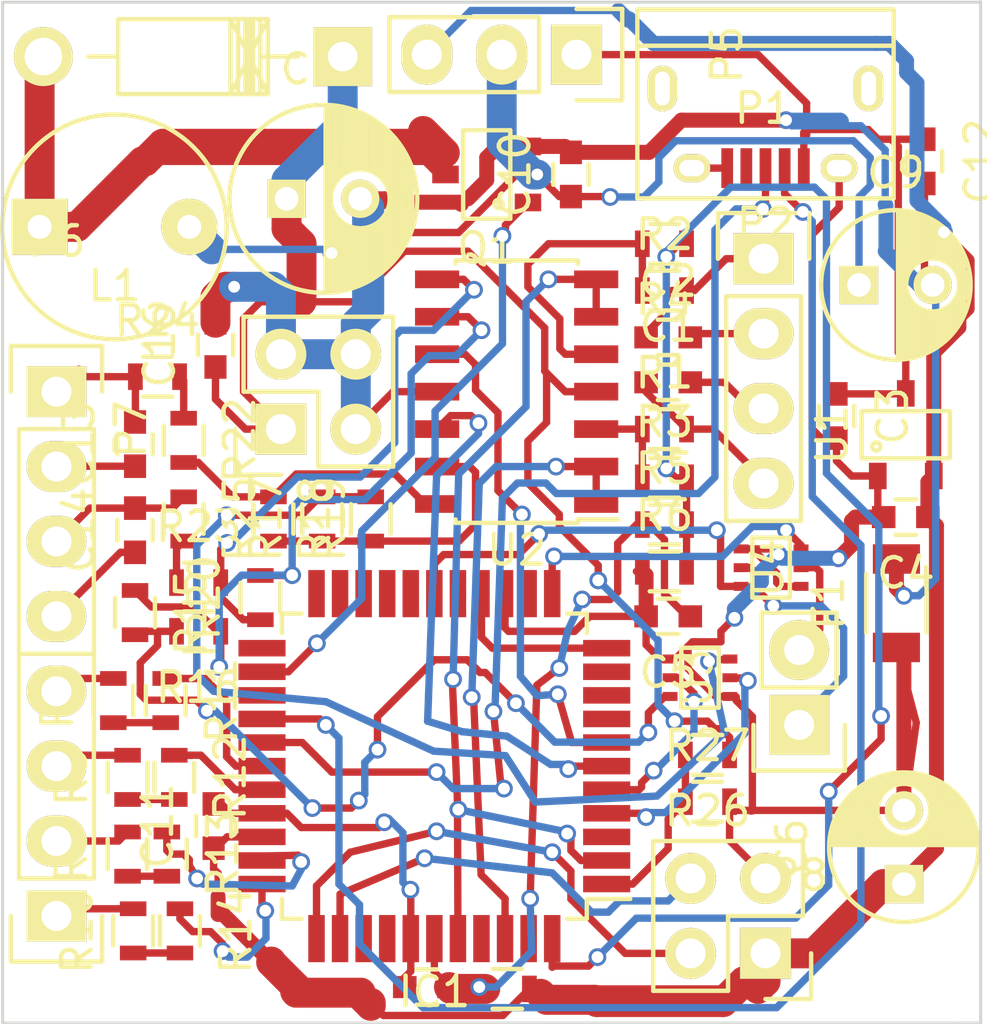
<source format=kicad_pcb>
(kicad_pcb (version 4) (host pcbnew "(2015-08-05 BZR 6055, Git fa29c62)-product")

  (general
    (links 128)
    (no_connects 6)
    (area 62.526905 115.741 100.356691 155.935)
    (thickness 1.6)
    (drawings 10)
    (tracks 837)
    (zones 0)
    (modules 59)
    (nets 73)
  )

  (page A4)
  (layers
    (0 F.Cu signal)
    (31 B.Cu signal)
    (32 B.Adhes user)
    (33 F.Adhes user)
    (34 B.Paste user)
    (35 F.Paste user)
    (36 B.SilkS user)
    (37 F.SilkS user)
    (38 B.Mask user)
    (39 F.Mask user)
    (40 Dwgs.User user)
    (41 Cmts.User user)
    (42 Eco1.User user)
    (43 Eco2.User user)
    (44 Edge.Cuts user)
    (45 Margin user)
    (46 B.CrtYd user)
    (47 F.CrtYd user)
    (48 B.Fab user)
    (49 F.Fab user)
  )

  (setup
    (last_trace_width 0.25)
    (user_trace_width 0.508)
    (user_trace_width 1.016)
    (trace_clearance 0.2)
    (zone_clearance 0.508)
    (zone_45_only no)
    (trace_min 0.2)
    (segment_width 0.2)
    (edge_width 0.1)
    (via_size 0.6)
    (via_drill 0.4)
    (via_min_size 0.4)
    (via_min_drill 0.3)
    (uvia_size 0.3)
    (uvia_drill 0.1)
    (uvias_allowed no)
    (uvia_min_size 0.2)
    (uvia_min_drill 0.1)
    (pcb_text_width 0.3)
    (pcb_text_size 1.5 1.5)
    (mod_edge_width 0.15)
    (mod_text_size 1 1)
    (mod_text_width 0.15)
    (pad_size 1.5 1.5)
    (pad_drill 0.6)
    (pad_to_mask_clearance 0)
    (aux_axis_origin 0 0)
    (visible_elements 7FFFFFDF)
    (pcbplotparams
      (layerselection 0x010c0_80000001)
      (usegerberextensions false)
      (excludeedgelayer true)
      (linewidth 0.100000)
      (plotframeref false)
      (viasonmask false)
      (mode 1)
      (useauxorigin false)
      (hpglpennumber 1)
      (hpglpenspeed 20)
      (hpglpendiameter 15)
      (hpglpenoverlay 2)
      (psnegative false)
      (psa4output false)
      (plotreference true)
      (plotvalue true)
      (plotinvisibletext false)
      (padsonsilk false)
      (subtractmaskfromsilk false)
      (outputformat 1)
      (mirror false)
      (drillshape 0)
      (scaleselection 1)
      (outputdirectory OUTPUT_V3/))
  )

  (net 0 "")
  (net 1 "Net-(C1-Pad1)")
  (net 2 "Net-(C1-Pad2)")
  (net 3 "Net-(C2-Pad1)")
  (net 4 "Net-(C2-Pad2)")
  (net 5 +5V)
  (net 6 /AGND)
  (net 7 /VCC_3V3)
  (net 8 /AVCC)
  (net 9 /VCC_PSU)
  (net 10 /VGND)
  (net 11 "Net-(C13-Pad1)")
  (net 12 "Net-(C13-Pad2)")
  (net 13 "Net-(C14-Pad1)")
  (net 14 "Net-(C14-Pad2)")
  (net 15 /PSU_OUT)
  (net 16 "Net-(D1-Pad2)")
  (net 17 /PSU_FEEDBACK)
  (net 18 /CH2)
  (net 19 "Net-(IC1-Pad3)")
  (net 20 /TO_B0)
  (net 21 /TO_B1)
  (net 22 /DAC_OUT)
  (net 23 /DAC_OUT2)
  (net 24 "Net-(IC1-Pad8)")
  (net 25 "Net-(IC1-Pad9)")
  (net 26 "Net-(IC1-Pad10)")
  (net 27 /XCK)
  (net 28 /DIG_CH2)
  (net 29 "Net-(IC1-Pad13)")
  (net 30 "Net-(IC1-Pad16)")
  (net 31 /DIG_CH1)
  (net 32 "Net-(IC1-Pad20)")
  (net 33 "Net-(IC1-Pad21)")
  (net 34 "Net-(IC1-Pad22)")
  (net 35 "Net-(IC1-Pad23)")
  (net 36 /PSU_PWM)
  (net 37 "Net-(IC1-Pad25)")
  (net 38 /D-)
  (net 39 /D+)
  (net 40 "Net-(IC1-Pad28)")
  (net 41 "Net-(IC1-Pad29)")
  (net 42 "Net-(IC1-Pad32)")
  (net 43 "Net-(IC1-Pad33)")
  (net 44 "Net-(IC1-Pad34)")
  (net 45 "Net-(IC1-Pad35)")
  (net 46 "Net-(IC1-Pad36)")
  (net 47 "Net-(IC1-Pad37)")
  (net 48 "Net-(IC1-Pad41)")
  (net 49 /CH1)
  (net 50 "Net-(IC1-Pad43)")
  (net 51 /AVCC_ON_2)
  (net 52 "Net-(P2-Pad4)")
  (net 53 "Net-(P3-Pad1)")
  (net 54 "Net-(P3-Pad2)")
  (net 55 "Net-(P3-Pad3)")
  (net 56 "Net-(P3-Pad4)")
  (net 57 "Net-(P8-Pad1)")
  (net 58 "Net-(P8-Pad2)")
  (net 59 "Net-(R1-Pad1)")
  (net 60 "Net-(R2-Pad1)")
  (net 61 "Net-(R11-Pad2)")
  (net 62 "Net-(R12-Pad2)")
  (net 63 "Net-(R13-Pad2)")
  (net 64 "Net-(R10-Pad1)")
  (net 65 "Net-(R15-Pad1)")
  (net 66 "Net-(R15-Pad2)")
  (net 67 "Net-(R17-Pad1)")
  (net 68 "Net-(R17-Pad2)")
  (net 69 "Net-(R19-Pad1)")
  (net 70 "Net-(R20-Pad1)")
  (net 71 "Net-(R22-Pad1)")
  (net 72 "Net-(R23-Pad1)")

  (net_class Default "This is the default net class."
    (clearance 0.2)
    (trace_width 0.25)
    (via_dia 0.6)
    (via_drill 0.4)
    (uvia_dia 0.3)
    (uvia_drill 0.1)
    (add_net +5V)
    (add_net /AGND)
    (add_net /AVCC)
    (add_net /AVCC_ON_2)
    (add_net /CH1)
    (add_net /CH2)
    (add_net /D+)
    (add_net /D-)
    (add_net /DAC_OUT)
    (add_net /DAC_OUT2)
    (add_net /DIG_CH1)
    (add_net /DIG_CH2)
    (add_net /PSU_FEEDBACK)
    (add_net /PSU_OUT)
    (add_net /PSU_PWM)
    (add_net /TO_B0)
    (add_net /TO_B1)
    (add_net /VCC_3V3)
    (add_net /VCC_PSU)
    (add_net /VGND)
    (add_net /XCK)
    (add_net "Net-(C1-Pad1)")
    (add_net "Net-(C1-Pad2)")
    (add_net "Net-(C13-Pad1)")
    (add_net "Net-(C13-Pad2)")
    (add_net "Net-(C14-Pad1)")
    (add_net "Net-(C14-Pad2)")
    (add_net "Net-(C2-Pad1)")
    (add_net "Net-(C2-Pad2)")
    (add_net "Net-(D1-Pad2)")
    (add_net "Net-(IC1-Pad10)")
    (add_net "Net-(IC1-Pad13)")
    (add_net "Net-(IC1-Pad16)")
    (add_net "Net-(IC1-Pad20)")
    (add_net "Net-(IC1-Pad21)")
    (add_net "Net-(IC1-Pad22)")
    (add_net "Net-(IC1-Pad23)")
    (add_net "Net-(IC1-Pad25)")
    (add_net "Net-(IC1-Pad28)")
    (add_net "Net-(IC1-Pad29)")
    (add_net "Net-(IC1-Pad3)")
    (add_net "Net-(IC1-Pad32)")
    (add_net "Net-(IC1-Pad33)")
    (add_net "Net-(IC1-Pad34)")
    (add_net "Net-(IC1-Pad35)")
    (add_net "Net-(IC1-Pad36)")
    (add_net "Net-(IC1-Pad37)")
    (add_net "Net-(IC1-Pad41)")
    (add_net "Net-(IC1-Pad43)")
    (add_net "Net-(IC1-Pad8)")
    (add_net "Net-(IC1-Pad9)")
    (add_net "Net-(P2-Pad4)")
    (add_net "Net-(P3-Pad1)")
    (add_net "Net-(P3-Pad2)")
    (add_net "Net-(P3-Pad3)")
    (add_net "Net-(P3-Pad4)")
    (add_net "Net-(P8-Pad1)")
    (add_net "Net-(P8-Pad2)")
    (add_net "Net-(R1-Pad1)")
    (add_net "Net-(R10-Pad1)")
    (add_net "Net-(R11-Pad2)")
    (add_net "Net-(R12-Pad2)")
    (add_net "Net-(R13-Pad2)")
    (add_net "Net-(R15-Pad1)")
    (add_net "Net-(R15-Pad2)")
    (add_net "Net-(R17-Pad1)")
    (add_net "Net-(R17-Pad2)")
    (add_net "Net-(R19-Pad1)")
    (add_net "Net-(R2-Pad1)")
    (add_net "Net-(R20-Pad1)")
    (add_net "Net-(R22-Pad1)")
    (add_net "Net-(R23-Pad1)")
  )

  (module Capacitors_SMD:C_0603 (layer F.Cu) (tedit 5415D631) (tstamp 56AEA51F)
    (at 86.8045 130.4925)
    (descr "Capacitor SMD 0603, reflow soldering, AVX (see smccp.pdf)")
    (tags "capacitor 0603")
    (path /55CAB611)
    (attr smd)
    (fp_text reference C1 (at 0 -1.9) (layer F.SilkS)
      (effects (font (size 1 1) (thickness 0.15)))
    )
    (fp_text value C (at 0 1.9) (layer F.Fab)
      (effects (font (size 1 1) (thickness 0.15)))
    )
    (fp_line (start -1.45 -0.75) (end 1.45 -0.75) (layer F.CrtYd) (width 0.05))
    (fp_line (start -1.45 0.75) (end 1.45 0.75) (layer F.CrtYd) (width 0.05))
    (fp_line (start -1.45 -0.75) (end -1.45 0.75) (layer F.CrtYd) (width 0.05))
    (fp_line (start 1.45 -0.75) (end 1.45 0.75) (layer F.CrtYd) (width 0.05))
    (fp_line (start -0.35 -0.6) (end 0.35 -0.6) (layer F.SilkS) (width 0.15))
    (fp_line (start 0.35 0.6) (end -0.35 0.6) (layer F.SilkS) (width 0.15))
    (pad 1 smd rect (at -0.75 0) (size 0.8 0.75) (layers F.Cu F.Paste F.Mask)
      (net 1 "Net-(C1-Pad1)"))
    (pad 2 smd rect (at 0.75 0) (size 0.8 0.75) (layers F.Cu F.Paste F.Mask)
      (net 2 "Net-(C1-Pad2)"))
    (model Capacitors_SMD.3dshapes/C_0603.wrl
      (at (xyz 0 0 0))
      (scale (xyz 1 1 1))
      (rotate (xyz 0 0 0))
    )
  )

  (module Capacitors_SMD:C_0603 (layer F.Cu) (tedit 5415D631) (tstamp 56AEA525)
    (at 86.8045 128.9685)
    (descr "Capacitor SMD 0603, reflow soldering, AVX (see smccp.pdf)")
    (tags "capacitor 0603")
    (path /55CAB4DE)
    (attr smd)
    (fp_text reference C2 (at 0 -1.9) (layer F.SilkS)
      (effects (font (size 1 1) (thickness 0.15)))
    )
    (fp_text value C (at 0 1.9) (layer F.Fab)
      (effects (font (size 1 1) (thickness 0.15)))
    )
    (fp_line (start -1.45 -0.75) (end 1.45 -0.75) (layer F.CrtYd) (width 0.05))
    (fp_line (start -1.45 0.75) (end 1.45 0.75) (layer F.CrtYd) (width 0.05))
    (fp_line (start -1.45 -0.75) (end -1.45 0.75) (layer F.CrtYd) (width 0.05))
    (fp_line (start 1.45 -0.75) (end 1.45 0.75) (layer F.CrtYd) (width 0.05))
    (fp_line (start -0.35 -0.6) (end 0.35 -0.6) (layer F.SilkS) (width 0.15))
    (fp_line (start 0.35 0.6) (end -0.35 0.6) (layer F.SilkS) (width 0.15))
    (pad 1 smd rect (at -0.75 0) (size 0.8 0.75) (layers F.Cu F.Paste F.Mask)
      (net 3 "Net-(C2-Pad1)"))
    (pad 2 smd rect (at 0.75 0) (size 0.8 0.75) (layers F.Cu F.Paste F.Mask)
      (net 4 "Net-(C2-Pad2)"))
    (model Capacitors_SMD.3dshapes/C_0603.wrl
      (at (xyz 0 0 0))
      (scale (xyz 1 1 1))
      (rotate (xyz 0 0 0))
    )
  )

  (module Capacitors_SMD:C_0603 (layer F.Cu) (tedit 5415D631) (tstamp 56AEA52B)
    (at 92.5195 131.6355 270)
    (descr "Capacitor SMD 0603, reflow soldering, AVX (see smccp.pdf)")
    (tags "capacitor 0603")
    (path /55CB13E1)
    (attr smd)
    (fp_text reference C3 (at 0 -1.9 270) (layer F.SilkS)
      (effects (font (size 1 1) (thickness 0.15)))
    )
    (fp_text value C_Small (at 0 1.9 270) (layer F.Fab)
      (effects (font (size 1 1) (thickness 0.15)))
    )
    (fp_line (start -1.45 -0.75) (end 1.45 -0.75) (layer F.CrtYd) (width 0.05))
    (fp_line (start -1.45 0.75) (end 1.45 0.75) (layer F.CrtYd) (width 0.05))
    (fp_line (start -1.45 -0.75) (end -1.45 0.75) (layer F.CrtYd) (width 0.05))
    (fp_line (start 1.45 -0.75) (end 1.45 0.75) (layer F.CrtYd) (width 0.05))
    (fp_line (start -0.35 -0.6) (end 0.35 -0.6) (layer F.SilkS) (width 0.15))
    (fp_line (start 0.35 0.6) (end -0.35 0.6) (layer F.SilkS) (width 0.15))
    (pad 1 smd rect (at -0.75 0 270) (size 0.8 0.75) (layers F.Cu F.Paste F.Mask)
      (net 5 +5V))
    (pad 2 smd rect (at 0.75 0 270) (size 0.8 0.75) (layers F.Cu F.Paste F.Mask)
      (net 6 /AGND))
    (model Capacitors_SMD.3dshapes/C_0603.wrl
      (at (xyz 0 0 0))
      (scale (xyz 1 1 1))
      (rotate (xyz 0 0 0))
    )
  )

  (module Capacitors_SMD:C_0603 (layer F.Cu) (tedit 5415D631) (tstamp 56AEA531)
    (at 94.869 135.0645 180)
    (descr "Capacitor SMD 0603, reflow soldering, AVX (see smccp.pdf)")
    (tags "capacitor 0603")
    (path /55CB147C)
    (attr smd)
    (fp_text reference C4 (at 0 -1.9 180) (layer F.SilkS)
      (effects (font (size 1 1) (thickness 0.15)))
    )
    (fp_text value C_Small (at 0 1.9 180) (layer F.Fab)
      (effects (font (size 1 1) (thickness 0.15)))
    )
    (fp_line (start -1.45 -0.75) (end 1.45 -0.75) (layer F.CrtYd) (width 0.05))
    (fp_line (start -1.45 0.75) (end 1.45 0.75) (layer F.CrtYd) (width 0.05))
    (fp_line (start -1.45 -0.75) (end -1.45 0.75) (layer F.CrtYd) (width 0.05))
    (fp_line (start 1.45 -0.75) (end 1.45 0.75) (layer F.CrtYd) (width 0.05))
    (fp_line (start -0.35 -0.6) (end 0.35 -0.6) (layer F.SilkS) (width 0.15))
    (fp_line (start 0.35 0.6) (end -0.35 0.6) (layer F.SilkS) (width 0.15))
    (pad 1 smd rect (at -0.75 0 180) (size 0.8 0.75) (layers F.Cu F.Paste F.Mask)
      (net 7 /VCC_3V3))
    (pad 2 smd rect (at 0.75 0 180) (size 0.8 0.75) (layers F.Cu F.Paste F.Mask)
      (net 6 /AGND))
    (model Capacitors_SMD.3dshapes/C_0603.wrl
      (at (xyz 0 0 0))
      (scale (xyz 1 1 1))
      (rotate (xyz 0 0 0))
    )
  )

  (module Capacitors_SMD:C_0603 (layer F.Cu) (tedit 5415D631) (tstamp 56AEA537)
    (at 86.8045 138.43 180)
    (descr "Capacitor SMD 0603, reflow soldering, AVX (see smccp.pdf)")
    (tags "capacitor 0603")
    (path /55D60181)
    (attr smd)
    (fp_text reference C5 (at 0 -1.9 180) (layer F.SilkS)
      (effects (font (size 1 1) (thickness 0.15)))
    )
    (fp_text value C_Small (at 0 1.9 180) (layer F.Fab)
      (effects (font (size 1 1) (thickness 0.15)))
    )
    (fp_line (start -1.45 -0.75) (end 1.45 -0.75) (layer F.CrtYd) (width 0.05))
    (fp_line (start -1.45 0.75) (end 1.45 0.75) (layer F.CrtYd) (width 0.05))
    (fp_line (start -1.45 -0.75) (end -1.45 0.75) (layer F.CrtYd) (width 0.05))
    (fp_line (start 1.45 -0.75) (end 1.45 0.75) (layer F.CrtYd) (width 0.05))
    (fp_line (start -0.35 -0.6) (end 0.35 -0.6) (layer F.SilkS) (width 0.15))
    (fp_line (start 0.35 0.6) (end -0.35 0.6) (layer F.SilkS) (width 0.15))
    (pad 1 smd rect (at -0.75 0 180) (size 0.8 0.75) (layers F.Cu F.Paste F.Mask)
      (net 8 /AVCC))
    (pad 2 smd rect (at 0.75 0 180) (size 0.8 0.75) (layers F.Cu F.Paste F.Mask)
      (net 6 /AGND))
    (model Capacitors_SMD.3dshapes/C_0603.wrl
      (at (xyz 0 0 0))
      (scale (xyz 1 1 1))
      (rotate (xyz 0 0 0))
    )
  )

  (module Capacitors_ThroughHole:C_Radial_D5_L11_P2.5 (layer F.Cu) (tedit 0) (tstamp 56AEA53D)
    (at 94.8055 147.5105 90)
    (descr "Radial Electrolytic Capacitor Diameter 5mm x Length 11mm, Pitch 2.5mm")
    (tags "Electrolytic Capacitor")
    (path /566F5A75)
    (fp_text reference C6 (at 1.25 -3.8 90) (layer F.SilkS)
      (effects (font (size 1 1) (thickness 0.15)))
    )
    (fp_text value CP1 (at 1.25 3.8 90) (layer F.Fab)
      (effects (font (size 1 1) (thickness 0.15)))
    )
    (fp_line (start 1.325 -2.499) (end 1.325 2.499) (layer F.SilkS) (width 0.15))
    (fp_line (start 1.465 -2.491) (end 1.465 2.491) (layer F.SilkS) (width 0.15))
    (fp_line (start 1.605 -2.475) (end 1.605 -0.095) (layer F.SilkS) (width 0.15))
    (fp_line (start 1.605 0.095) (end 1.605 2.475) (layer F.SilkS) (width 0.15))
    (fp_line (start 1.745 -2.451) (end 1.745 -0.49) (layer F.SilkS) (width 0.15))
    (fp_line (start 1.745 0.49) (end 1.745 2.451) (layer F.SilkS) (width 0.15))
    (fp_line (start 1.885 -2.418) (end 1.885 -0.657) (layer F.SilkS) (width 0.15))
    (fp_line (start 1.885 0.657) (end 1.885 2.418) (layer F.SilkS) (width 0.15))
    (fp_line (start 2.025 -2.377) (end 2.025 -0.764) (layer F.SilkS) (width 0.15))
    (fp_line (start 2.025 0.764) (end 2.025 2.377) (layer F.SilkS) (width 0.15))
    (fp_line (start 2.165 -2.327) (end 2.165 -0.835) (layer F.SilkS) (width 0.15))
    (fp_line (start 2.165 0.835) (end 2.165 2.327) (layer F.SilkS) (width 0.15))
    (fp_line (start 2.305 -2.266) (end 2.305 -0.879) (layer F.SilkS) (width 0.15))
    (fp_line (start 2.305 0.879) (end 2.305 2.266) (layer F.SilkS) (width 0.15))
    (fp_line (start 2.445 -2.196) (end 2.445 -0.898) (layer F.SilkS) (width 0.15))
    (fp_line (start 2.445 0.898) (end 2.445 2.196) (layer F.SilkS) (width 0.15))
    (fp_line (start 2.585 -2.114) (end 2.585 -0.896) (layer F.SilkS) (width 0.15))
    (fp_line (start 2.585 0.896) (end 2.585 2.114) (layer F.SilkS) (width 0.15))
    (fp_line (start 2.725 -2.019) (end 2.725 -0.871) (layer F.SilkS) (width 0.15))
    (fp_line (start 2.725 0.871) (end 2.725 2.019) (layer F.SilkS) (width 0.15))
    (fp_line (start 2.865 -1.908) (end 2.865 -0.823) (layer F.SilkS) (width 0.15))
    (fp_line (start 2.865 0.823) (end 2.865 1.908) (layer F.SilkS) (width 0.15))
    (fp_line (start 3.005 -1.78) (end 3.005 -0.745) (layer F.SilkS) (width 0.15))
    (fp_line (start 3.005 0.745) (end 3.005 1.78) (layer F.SilkS) (width 0.15))
    (fp_line (start 3.145 -1.631) (end 3.145 -0.628) (layer F.SilkS) (width 0.15))
    (fp_line (start 3.145 0.628) (end 3.145 1.631) (layer F.SilkS) (width 0.15))
    (fp_line (start 3.285 -1.452) (end 3.285 -0.44) (layer F.SilkS) (width 0.15))
    (fp_line (start 3.285 0.44) (end 3.285 1.452) (layer F.SilkS) (width 0.15))
    (fp_line (start 3.425 -1.233) (end 3.425 1.233) (layer F.SilkS) (width 0.15))
    (fp_line (start 3.565 -0.944) (end 3.565 0.944) (layer F.SilkS) (width 0.15))
    (fp_line (start 3.705 -0.472) (end 3.705 0.472) (layer F.SilkS) (width 0.15))
    (fp_circle (center 2.5 0) (end 2.5 -0.9) (layer F.SilkS) (width 0.15))
    (fp_circle (center 1.25 0) (end 1.25 -2.5375) (layer F.SilkS) (width 0.15))
    (fp_circle (center 1.25 0) (end 1.25 -2.8) (layer F.CrtYd) (width 0.05))
    (pad 1 thru_hole rect (at 0 0 90) (size 1.3 1.3) (drill 0.8) (layers *.Cu *.Mask F.SilkS)
      (net 7 /VCC_3V3))
    (pad 2 thru_hole circle (at 2.5 0 90) (size 1.3 1.3) (drill 0.8) (layers *.Cu *.Mask F.SilkS)
      (net 6 /AGND))
    (model Capacitors_ThroughHole.3dshapes/C_Radial_D5_L11_P2.5.wrl
      (at (xyz 0.049213 0 0))
      (scale (xyz 1 1 1))
      (rotate (xyz 0 0 90))
    )
  )

  (module Capacitors_SMD:C_0603 (layer F.Cu) (tedit 5415D631) (tstamp 56AEA549)
    (at 78.613 151.003 180)
    (descr "Capacitor SMD 0603, reflow soldering, AVX (see smccp.pdf)")
    (tags "capacitor 0603")
    (path /56AF91A3)
    (attr smd)
    (fp_text reference C8 (at 0 -1.9 180) (layer F.SilkS)
      (effects (font (size 1 1) (thickness 0.15)))
    )
    (fp_text value C (at 0 1.9 180) (layer F.Fab)
      (effects (font (size 1 1) (thickness 0.15)))
    )
    (fp_line (start -1.45 -0.75) (end 1.45 -0.75) (layer F.CrtYd) (width 0.05))
    (fp_line (start -1.45 0.75) (end 1.45 0.75) (layer F.CrtYd) (width 0.05))
    (fp_line (start -1.45 -0.75) (end -1.45 0.75) (layer F.CrtYd) (width 0.05))
    (fp_line (start 1.45 -0.75) (end 1.45 0.75) (layer F.CrtYd) (width 0.05))
    (fp_line (start -0.35 -0.6) (end 0.35 -0.6) (layer F.SilkS) (width 0.15))
    (fp_line (start 0.35 0.6) (end -0.35 0.6) (layer F.SilkS) (width 0.15))
    (pad 1 smd rect (at -0.75 0 180) (size 0.8 0.75) (layers F.Cu F.Paste F.Mask)
      (net 8 /AVCC))
    (pad 2 smd rect (at 0.75 0 180) (size 0.8 0.75) (layers F.Cu F.Paste F.Mask)
      (net 6 /AGND))
    (model Capacitors_SMD.3dshapes/C_0603.wrl
      (at (xyz 0 0 0))
      (scale (xyz 1 1 1))
      (rotate (xyz 0 0 0))
    )
  )

  (module Capacitors_ThroughHole:C_Radial_D5_L11_P2.5 (layer F.Cu) (tedit 0) (tstamp 56AEA54F)
    (at 93.2815 127.1905)
    (descr "Radial Electrolytic Capacitor Diameter 5mm x Length 11mm, Pitch 2.5mm")
    (tags "Electrolytic Capacitor")
    (path /560719D9)
    (fp_text reference C9 (at 1.25 -3.8) (layer F.SilkS)
      (effects (font (size 1 1) (thickness 0.15)))
    )
    (fp_text value CP1 (at 1.25 3.8) (layer F.Fab)
      (effects (font (size 1 1) (thickness 0.15)))
    )
    (fp_line (start 1.325 -2.499) (end 1.325 2.499) (layer F.SilkS) (width 0.15))
    (fp_line (start 1.465 -2.491) (end 1.465 2.491) (layer F.SilkS) (width 0.15))
    (fp_line (start 1.605 -2.475) (end 1.605 -0.095) (layer F.SilkS) (width 0.15))
    (fp_line (start 1.605 0.095) (end 1.605 2.475) (layer F.SilkS) (width 0.15))
    (fp_line (start 1.745 -2.451) (end 1.745 -0.49) (layer F.SilkS) (width 0.15))
    (fp_line (start 1.745 0.49) (end 1.745 2.451) (layer F.SilkS) (width 0.15))
    (fp_line (start 1.885 -2.418) (end 1.885 -0.657) (layer F.SilkS) (width 0.15))
    (fp_line (start 1.885 0.657) (end 1.885 2.418) (layer F.SilkS) (width 0.15))
    (fp_line (start 2.025 -2.377) (end 2.025 -0.764) (layer F.SilkS) (width 0.15))
    (fp_line (start 2.025 0.764) (end 2.025 2.377) (layer F.SilkS) (width 0.15))
    (fp_line (start 2.165 -2.327) (end 2.165 -0.835) (layer F.SilkS) (width 0.15))
    (fp_line (start 2.165 0.835) (end 2.165 2.327) (layer F.SilkS) (width 0.15))
    (fp_line (start 2.305 -2.266) (end 2.305 -0.879) (layer F.SilkS) (width 0.15))
    (fp_line (start 2.305 0.879) (end 2.305 2.266) (layer F.SilkS) (width 0.15))
    (fp_line (start 2.445 -2.196) (end 2.445 -0.898) (layer F.SilkS) (width 0.15))
    (fp_line (start 2.445 0.898) (end 2.445 2.196) (layer F.SilkS) (width 0.15))
    (fp_line (start 2.585 -2.114) (end 2.585 -0.896) (layer F.SilkS) (width 0.15))
    (fp_line (start 2.585 0.896) (end 2.585 2.114) (layer F.SilkS) (width 0.15))
    (fp_line (start 2.725 -2.019) (end 2.725 -0.871) (layer F.SilkS) (width 0.15))
    (fp_line (start 2.725 0.871) (end 2.725 2.019) (layer F.SilkS) (width 0.15))
    (fp_line (start 2.865 -1.908) (end 2.865 -0.823) (layer F.SilkS) (width 0.15))
    (fp_line (start 2.865 0.823) (end 2.865 1.908) (layer F.SilkS) (width 0.15))
    (fp_line (start 3.005 -1.78) (end 3.005 -0.745) (layer F.SilkS) (width 0.15))
    (fp_line (start 3.005 0.745) (end 3.005 1.78) (layer F.SilkS) (width 0.15))
    (fp_line (start 3.145 -1.631) (end 3.145 -0.628) (layer F.SilkS) (width 0.15))
    (fp_line (start 3.145 0.628) (end 3.145 1.631) (layer F.SilkS) (width 0.15))
    (fp_line (start 3.285 -1.452) (end 3.285 -0.44) (layer F.SilkS) (width 0.15))
    (fp_line (start 3.285 0.44) (end 3.285 1.452) (layer F.SilkS) (width 0.15))
    (fp_line (start 3.425 -1.233) (end 3.425 1.233) (layer F.SilkS) (width 0.15))
    (fp_line (start 3.565 -0.944) (end 3.565 0.944) (layer F.SilkS) (width 0.15))
    (fp_line (start 3.705 -0.472) (end 3.705 0.472) (layer F.SilkS) (width 0.15))
    (fp_circle (center 2.5 0) (end 2.5 -0.9) (layer F.SilkS) (width 0.15))
    (fp_circle (center 1.25 0) (end 1.25 -2.5375) (layer F.SilkS) (width 0.15))
    (fp_circle (center 1.25 0) (end 1.25 -2.8) (layer F.CrtYd) (width 0.05))
    (pad 1 thru_hole rect (at 0 0) (size 1.3 1.3) (drill 0.8) (layers *.Cu *.Mask F.SilkS)
      (net 9 /VCC_PSU))
    (pad 2 thru_hole circle (at 2.5 0) (size 1.3 1.3) (drill 0.8) (layers *.Cu *.Mask F.SilkS)
      (net 10 /VGND))
    (model Capacitors_ThroughHole.3dshapes/C_Radial_D5_L11_P2.5.wrl
      (at (xyz 0.049213 0 0))
      (scale (xyz 1 1 1))
      (rotate (xyz 0 0 90))
    )
  )

  (module Capacitors_SMD:C_0603 (layer F.Cu) (tedit 5415D631) (tstamp 56AEA555)
    (at 83.5025 123.444 90)
    (descr "Capacitor SMD 0603, reflow soldering, AVX (see smccp.pdf)")
    (tags "capacitor 0603")
    (path /56071A50)
    (attr smd)
    (fp_text reference C10 (at 0 -1.9 90) (layer F.SilkS)
      (effects (font (size 1 1) (thickness 0.15)))
    )
    (fp_text value C (at 0 1.9 90) (layer F.Fab)
      (effects (font (size 1 1) (thickness 0.15)))
    )
    (fp_line (start -1.45 -0.75) (end 1.45 -0.75) (layer F.CrtYd) (width 0.05))
    (fp_line (start -1.45 0.75) (end 1.45 0.75) (layer F.CrtYd) (width 0.05))
    (fp_line (start -1.45 -0.75) (end -1.45 0.75) (layer F.CrtYd) (width 0.05))
    (fp_line (start 1.45 -0.75) (end 1.45 0.75) (layer F.CrtYd) (width 0.05))
    (fp_line (start -0.35 -0.6) (end 0.35 -0.6) (layer F.SilkS) (width 0.15))
    (fp_line (start 0.35 0.6) (end -0.35 0.6) (layer F.SilkS) (width 0.15))
    (pad 1 smd rect (at -0.75 0 90) (size 0.8 0.75) (layers F.Cu F.Paste F.Mask)
      (net 9 /VCC_PSU))
    (pad 2 smd rect (at 0.75 0 90) (size 0.8 0.75) (layers F.Cu F.Paste F.Mask)
      (net 10 /VGND))
    (model Capacitors_SMD.3dshapes/C_0603.wrl
      (at (xyz 0 0 0))
      (scale (xyz 1 1 1))
      (rotate (xyz 0 0 0))
    )
  )

  (module Capacitors_SMD:C_0603 (layer F.Cu) (tedit 5415D631) (tstamp 56AEA55B)
    (at 71.374 145.542 90)
    (descr "Capacitor SMD 0603, reflow soldering, AVX (see smccp.pdf)")
    (tags "capacitor 0603")
    (path /5608B4BE)
    (attr smd)
    (fp_text reference C11 (at 0 -1.9 90) (layer F.SilkS)
      (effects (font (size 1 1) (thickness 0.15)))
    )
    (fp_text value C (at 0 1.9 90) (layer F.Fab)
      (effects (font (size 1 1) (thickness 0.15)))
    )
    (fp_line (start -1.45 -0.75) (end 1.45 -0.75) (layer F.CrtYd) (width 0.05))
    (fp_line (start -1.45 0.75) (end 1.45 0.75) (layer F.CrtYd) (width 0.05))
    (fp_line (start -1.45 -0.75) (end -1.45 0.75) (layer F.CrtYd) (width 0.05))
    (fp_line (start 1.45 -0.75) (end 1.45 0.75) (layer F.CrtYd) (width 0.05))
    (fp_line (start -0.35 -0.6) (end 0.35 -0.6) (layer F.SilkS) (width 0.15))
    (fp_line (start 0.35 0.6) (end -0.35 0.6) (layer F.SilkS) (width 0.15))
    (pad 1 smd rect (at -0.75 0 90) (size 0.8 0.75) (layers F.Cu F.Paste F.Mask)
      (net 7 /VCC_3V3))
    (pad 2 smd rect (at 0.75 0 90) (size 0.8 0.75) (layers F.Cu F.Paste F.Mask)
      (net 6 /AGND))
    (model Capacitors_SMD.3dshapes/C_0603.wrl
      (at (xyz 0 0 0))
      (scale (xyz 1 1 1))
      (rotate (xyz 0 0 0))
    )
  )

  (module Capacitors_SMD:C_0603 (layer F.Cu) (tedit 5415D631) (tstamp 56AEA561)
    (at 95.504 122.9995 270)
    (descr "Capacitor SMD 0603, reflow soldering, AVX (see smccp.pdf)")
    (tags "capacitor 0603")
    (path /55D75F49)
    (attr smd)
    (fp_text reference C12 (at 0 -1.9 270) (layer F.SilkS)
      (effects (font (size 1 1) (thickness 0.15)))
    )
    (fp_text value C_Small (at 0 1.9 270) (layer F.Fab)
      (effects (font (size 1 1) (thickness 0.15)))
    )
    (fp_line (start -1.45 -0.75) (end 1.45 -0.75) (layer F.CrtYd) (width 0.05))
    (fp_line (start -1.45 0.75) (end 1.45 0.75) (layer F.CrtYd) (width 0.05))
    (fp_line (start -1.45 -0.75) (end -1.45 0.75) (layer F.CrtYd) (width 0.05))
    (fp_line (start 1.45 -0.75) (end 1.45 0.75) (layer F.CrtYd) (width 0.05))
    (fp_line (start -0.35 -0.6) (end 0.35 -0.6) (layer F.SilkS) (width 0.15))
    (fp_line (start 0.35 0.6) (end -0.35 0.6) (layer F.SilkS) (width 0.15))
    (pad 1 smd rect (at -0.75 0 270) (size 0.8 0.75) (layers F.Cu F.Paste F.Mask)
      (net 5 +5V))
    (pad 2 smd rect (at 0.75 0 270) (size 0.8 0.75) (layers F.Cu F.Paste F.Mask)
      (net 10 /VGND))
    (model Capacitors_SMD.3dshapes/C_0603.wrl
      (at (xyz 0 0 0))
      (scale (xyz 1 1 1))
      (rotate (xyz 0 0 0))
    )
  )

  (module Capacitors_SMD:C_0603 (layer F.Cu) (tedit 5415D631) (tstamp 56AEA567)
    (at 68.707 132.588 90)
    (descr "Capacitor SMD 0603, reflow soldering, AVX (see smccp.pdf)")
    (tags "capacitor 0603")
    (path /55CB630B)
    (attr smd)
    (fp_text reference C13 (at 0 -1.9 90) (layer F.SilkS)
      (effects (font (size 1 1) (thickness 0.15)))
    )
    (fp_text value C (at 0 1.9 90) (layer F.Fab)
      (effects (font (size 1 1) (thickness 0.15)))
    )
    (fp_line (start -1.45 -0.75) (end 1.45 -0.75) (layer F.CrtYd) (width 0.05))
    (fp_line (start -1.45 0.75) (end 1.45 0.75) (layer F.CrtYd) (width 0.05))
    (fp_line (start -1.45 -0.75) (end -1.45 0.75) (layer F.CrtYd) (width 0.05))
    (fp_line (start 1.45 -0.75) (end 1.45 0.75) (layer F.CrtYd) (width 0.05))
    (fp_line (start -0.35 -0.6) (end 0.35 -0.6) (layer F.SilkS) (width 0.15))
    (fp_line (start 0.35 0.6) (end -0.35 0.6) (layer F.SilkS) (width 0.15))
    (pad 1 smd rect (at -0.75 0 90) (size 0.8 0.75) (layers F.Cu F.Paste F.Mask)
      (net 11 "Net-(C13-Pad1)"))
    (pad 2 smd rect (at 0.75 0 90) (size 0.8 0.75) (layers F.Cu F.Paste F.Mask)
      (net 12 "Net-(C13-Pad2)"))
    (model Capacitors_SMD.3dshapes/C_0603.wrl
      (at (xyz 0 0 0))
      (scale (xyz 1 1 1))
      (rotate (xyz 0 0 0))
    )
  )

  (module Capacitors_SMD:C_0603 (layer F.Cu) (tedit 5415D631) (tstamp 56AEA56D)
    (at 68.707 135.509 90)
    (descr "Capacitor SMD 0603, reflow soldering, AVX (see smccp.pdf)")
    (tags "capacitor 0603")
    (path /566DF655)
    (attr smd)
    (fp_text reference C14 (at 0 -1.9 90) (layer F.SilkS)
      (effects (font (size 1 1) (thickness 0.15)))
    )
    (fp_text value C (at 0 1.9 90) (layer F.Fab)
      (effects (font (size 1 1) (thickness 0.15)))
    )
    (fp_line (start -1.45 -0.75) (end 1.45 -0.75) (layer F.CrtYd) (width 0.05))
    (fp_line (start -1.45 0.75) (end 1.45 0.75) (layer F.CrtYd) (width 0.05))
    (fp_line (start -1.45 -0.75) (end -1.45 0.75) (layer F.CrtYd) (width 0.05))
    (fp_line (start 1.45 -0.75) (end 1.45 0.75) (layer F.CrtYd) (width 0.05))
    (fp_line (start -0.35 -0.6) (end 0.35 -0.6) (layer F.SilkS) (width 0.15))
    (fp_line (start 0.35 0.6) (end -0.35 0.6) (layer F.SilkS) (width 0.15))
    (pad 1 smd rect (at -0.75 0 90) (size 0.8 0.75) (layers F.Cu F.Paste F.Mask)
      (net 13 "Net-(C14-Pad1)"))
    (pad 2 smd rect (at 0.75 0 90) (size 0.8 0.75) (layers F.Cu F.Paste F.Mask)
      (net 14 "Net-(C14-Pad2)"))
    (model Capacitors_SMD.3dshapes/C_0603.wrl
      (at (xyz 0 0 0))
      (scale (xyz 1 1 1))
      (rotate (xyz 0 0 0))
    )
  )

  (module Capacitors_ThroughHole:C_Radial_D6.3_L11.2_P2.5 (layer F.Cu) (tedit 0) (tstamp 56AEA573)
    (at 73.8505 124.2695)
    (descr "Radial Electrolytic Capacitor, Diameter 6.3mm x Length 11.2mm, Pitch 2.5mm")
    (tags "Electrolytic Capacitor")
    (path /560735FE)
    (fp_text reference C15 (at 1.25 -4.4) (layer F.SilkS)
      (effects (font (size 1 1) (thickness 0.15)))
    )
    (fp_text value CP1 (at 1.25 4.4) (layer F.Fab)
      (effects (font (size 1 1) (thickness 0.15)))
    )
    (fp_line (start 1.325 -3.149) (end 1.325 3.149) (layer F.SilkS) (width 0.15))
    (fp_line (start 1.465 -3.143) (end 1.465 3.143) (layer F.SilkS) (width 0.15))
    (fp_line (start 1.605 -3.13) (end 1.605 -0.446) (layer F.SilkS) (width 0.15))
    (fp_line (start 1.605 0.446) (end 1.605 3.13) (layer F.SilkS) (width 0.15))
    (fp_line (start 1.745 -3.111) (end 1.745 -0.656) (layer F.SilkS) (width 0.15))
    (fp_line (start 1.745 0.656) (end 1.745 3.111) (layer F.SilkS) (width 0.15))
    (fp_line (start 1.885 -3.085) (end 1.885 -0.789) (layer F.SilkS) (width 0.15))
    (fp_line (start 1.885 0.789) (end 1.885 3.085) (layer F.SilkS) (width 0.15))
    (fp_line (start 2.025 -3.053) (end 2.025 -0.88) (layer F.SilkS) (width 0.15))
    (fp_line (start 2.025 0.88) (end 2.025 3.053) (layer F.SilkS) (width 0.15))
    (fp_line (start 2.165 -3.014) (end 2.165 -0.942) (layer F.SilkS) (width 0.15))
    (fp_line (start 2.165 0.942) (end 2.165 3.014) (layer F.SilkS) (width 0.15))
    (fp_line (start 2.305 -2.968) (end 2.305 -0.981) (layer F.SilkS) (width 0.15))
    (fp_line (start 2.305 0.981) (end 2.305 2.968) (layer F.SilkS) (width 0.15))
    (fp_line (start 2.445 -2.915) (end 2.445 -0.998) (layer F.SilkS) (width 0.15))
    (fp_line (start 2.445 0.998) (end 2.445 2.915) (layer F.SilkS) (width 0.15))
    (fp_line (start 2.585 -2.853) (end 2.585 -0.996) (layer F.SilkS) (width 0.15))
    (fp_line (start 2.585 0.996) (end 2.585 2.853) (layer F.SilkS) (width 0.15))
    (fp_line (start 2.725 -2.783) (end 2.725 -0.974) (layer F.SilkS) (width 0.15))
    (fp_line (start 2.725 0.974) (end 2.725 2.783) (layer F.SilkS) (width 0.15))
    (fp_line (start 2.865 -2.704) (end 2.865 -0.931) (layer F.SilkS) (width 0.15))
    (fp_line (start 2.865 0.931) (end 2.865 2.704) (layer F.SilkS) (width 0.15))
    (fp_line (start 3.005 -2.616) (end 3.005 -0.863) (layer F.SilkS) (width 0.15))
    (fp_line (start 3.005 0.863) (end 3.005 2.616) (layer F.SilkS) (width 0.15))
    (fp_line (start 3.145 -2.516) (end 3.145 -0.764) (layer F.SilkS) (width 0.15))
    (fp_line (start 3.145 0.764) (end 3.145 2.516) (layer F.SilkS) (width 0.15))
    (fp_line (start 3.285 -2.404) (end 3.285 -0.619) (layer F.SilkS) (width 0.15))
    (fp_line (start 3.285 0.619) (end 3.285 2.404) (layer F.SilkS) (width 0.15))
    (fp_line (start 3.425 -2.279) (end 3.425 -0.38) (layer F.SilkS) (width 0.15))
    (fp_line (start 3.425 0.38) (end 3.425 2.279) (layer F.SilkS) (width 0.15))
    (fp_line (start 3.565 -2.136) (end 3.565 2.136) (layer F.SilkS) (width 0.15))
    (fp_line (start 3.705 -1.974) (end 3.705 1.974) (layer F.SilkS) (width 0.15))
    (fp_line (start 3.845 -1.786) (end 3.845 1.786) (layer F.SilkS) (width 0.15))
    (fp_line (start 3.985 -1.563) (end 3.985 1.563) (layer F.SilkS) (width 0.15))
    (fp_line (start 4.125 -1.287) (end 4.125 1.287) (layer F.SilkS) (width 0.15))
    (fp_line (start 4.265 -0.912) (end 4.265 0.912) (layer F.SilkS) (width 0.15))
    (fp_circle (center 2.5 0) (end 2.5 -1) (layer F.SilkS) (width 0.15))
    (fp_circle (center 1.25 0) (end 1.25 -3.1875) (layer F.SilkS) (width 0.15))
    (fp_circle (center 1.25 0) (end 1.25 -3.4) (layer F.CrtYd) (width 0.05))
    (pad 2 thru_hole circle (at 2.5 0) (size 1.3 1.3) (drill 0.8) (layers *.Cu *.Mask F.SilkS)
      (net 10 /VGND))
    (pad 1 thru_hole rect (at 0 0) (size 1.3 1.3) (drill 0.8) (layers *.Cu *.Mask F.SilkS)
      (net 15 /PSU_OUT))
    (model Capacitors_ThroughHole.3dshapes/C_Radial_D6.3_L11.2_P2.5.wrl
      (at (xyz 0 0 0))
      (scale (xyz 1 1 1))
      (rotate (xyz 0 0 0))
    )
  )

  (module Capacitors_SMD:C_0603 (layer F.Cu) (tedit 5415D631) (tstamp 56AEA579)
    (at 71.4375 129.2225 90)
    (descr "Capacitor SMD 0603, reflow soldering, AVX (see smccp.pdf)")
    (tags "capacitor 0603")
    (path /5607355F)
    (attr smd)
    (fp_text reference C16 (at 0 -1.9 90) (layer F.SilkS)
      (effects (font (size 1 1) (thickness 0.15)))
    )
    (fp_text value C (at 0 1.9 90) (layer F.Fab)
      (effects (font (size 1 1) (thickness 0.15)))
    )
    (fp_line (start -1.45 -0.75) (end 1.45 -0.75) (layer F.CrtYd) (width 0.05))
    (fp_line (start -1.45 0.75) (end 1.45 0.75) (layer F.CrtYd) (width 0.05))
    (fp_line (start -1.45 -0.75) (end -1.45 0.75) (layer F.CrtYd) (width 0.05))
    (fp_line (start 1.45 -0.75) (end 1.45 0.75) (layer F.CrtYd) (width 0.05))
    (fp_line (start -0.35 -0.6) (end 0.35 -0.6) (layer F.SilkS) (width 0.15))
    (fp_line (start 0.35 0.6) (end -0.35 0.6) (layer F.SilkS) (width 0.15))
    (pad 1 smd rect (at -0.75 0 90) (size 0.8 0.75) (layers F.Cu F.Paste F.Mask)
      (net 15 /PSU_OUT))
    (pad 2 smd rect (at 0.75 0 90) (size 0.8 0.75) (layers F.Cu F.Paste F.Mask)
      (net 10 /VGND))
    (model Capacitors_SMD.3dshapes/C_0603.wrl
      (at (xyz 0 0 0))
      (scale (xyz 1 1 1))
      (rotate (xyz 0 0 0))
    )
  )

  (module Diodes_ThroughHole:Diode_DO-41_SOD81_Horizontal_RM10 (layer F.Cu) (tedit 552FFCCE) (tstamp 56AEA57F)
    (at 75.7555 119.4435 180)
    (descr "Diode, DO-41, SOD81, Horizontal, RM 10mm,")
    (tags "Diode, DO-41, SOD81, Horizontal, RM 10mm, 1N4007, SB140,")
    (path /5606FDB4)
    (fp_text reference D1 (at 5.38734 2.53746 180) (layer F.SilkS)
      (effects (font (size 1 1) (thickness 0.15)))
    )
    (fp_text value D_Schottky (at 4.37134 -3.55854 180) (layer F.Fab)
      (effects (font (size 1 1) (thickness 0.15)))
    )
    (fp_line (start 7.62 -0.00254) (end 8.636 -0.00254) (layer F.SilkS) (width 0.15))
    (fp_line (start 2.794 -0.00254) (end 1.524 -0.00254) (layer F.SilkS) (width 0.15))
    (fp_line (start 3.048 -1.27254) (end 3.048 1.26746) (layer F.SilkS) (width 0.15))
    (fp_line (start 3.302 -1.27254) (end 3.302 1.26746) (layer F.SilkS) (width 0.15))
    (fp_line (start 3.556 -1.27254) (end 3.556 1.26746) (layer F.SilkS) (width 0.15))
    (fp_line (start 2.794 -1.27254) (end 2.794 1.26746) (layer F.SilkS) (width 0.15))
    (fp_line (start 3.81 -1.27254) (end 2.54 1.26746) (layer F.SilkS) (width 0.15))
    (fp_line (start 2.54 -1.27254) (end 3.81 1.26746) (layer F.SilkS) (width 0.15))
    (fp_line (start 3.81 -1.27254) (end 3.81 1.26746) (layer F.SilkS) (width 0.15))
    (fp_line (start 3.175 -1.27254) (end 3.175 1.26746) (layer F.SilkS) (width 0.15))
    (fp_line (start 2.54 1.26746) (end 2.54 -1.27254) (layer F.SilkS) (width 0.15))
    (fp_line (start 2.54 -1.27254) (end 7.62 -1.27254) (layer F.SilkS) (width 0.15))
    (fp_line (start 7.62 -1.27254) (end 7.62 1.26746) (layer F.SilkS) (width 0.15))
    (fp_line (start 7.62 1.26746) (end 2.54 1.26746) (layer F.SilkS) (width 0.15))
    (pad 2 thru_hole circle (at 10.16 -0.00254) (size 1.99898 1.99898) (drill 1.27) (layers *.Cu *.Mask F.SilkS)
      (net 16 "Net-(D1-Pad2)"))
    (pad 1 thru_hole rect (at 0 -0.00254) (size 1.99898 1.99898) (drill 1.00076) (layers *.Cu *.Mask F.SilkS)
      (net 15 /PSU_OUT))
  )

  (module Capacitors_SMD:C_1206 (layer F.Cu) (tedit 5415D7BD) (tstamp 56AEA585)
    (at 94.5515 137.9855 90)
    (descr "Capacitor SMD 1206, reflow soldering, AVX (see smccp.pdf)")
    (tags "capacitor 1206")
    (path /55D739F3)
    (attr smd)
    (fp_text reference F1 (at 0 -2.3 90) (layer F.SilkS)
      (effects (font (size 1 1) (thickness 0.15)))
    )
    (fp_text value F_Small (at 0 2.3 90) (layer F.Fab)
      (effects (font (size 1 1) (thickness 0.15)))
    )
    (fp_line (start -2.3 -1.15) (end 2.3 -1.15) (layer F.CrtYd) (width 0.05))
    (fp_line (start -2.3 1.15) (end 2.3 1.15) (layer F.CrtYd) (width 0.05))
    (fp_line (start -2.3 -1.15) (end -2.3 1.15) (layer F.CrtYd) (width 0.05))
    (fp_line (start 2.3 -1.15) (end 2.3 1.15) (layer F.CrtYd) (width 0.05))
    (fp_line (start 1 -1.025) (end -1 -1.025) (layer F.SilkS) (width 0.15))
    (fp_line (start -1 1.025) (end 1 1.025) (layer F.SilkS) (width 0.15))
    (pad 1 smd rect (at -1.5 0 90) (size 1 1.6) (layers F.Cu F.Paste F.Mask)
      (net 6 /AGND))
    (pad 2 smd rect (at 1.5 0 90) (size 1 1.6) (layers F.Cu F.Paste F.Mask)
      (net 10 /VGND))
    (model Capacitors_SMD.3dshapes/C_1206.wrl
      (at (xyz 0 0 0))
      (scale (xyz 1 1 1))
      (rotate (xyz 0 0 0))
    )
  )

  (module Housings_QFP:LQFP-44_10x10mm_Pitch0.8mm (layer F.Cu) (tedit 54130A77) (tstamp 56AEA5B5)
    (at 78.867 143.51 180)
    (descr "LQFP44 (see Appnote_PCB_Guidelines_TRINAMIC_packages.pdf)")
    (tags "QFP 0.8")
    (path /55CA8F25)
    (attr smd)
    (fp_text reference IC1 (at 0 -7.65 180) (layer F.SilkS)
      (effects (font (size 1 1) (thickness 0.15)))
    )
    (fp_text value ATXMEGA16A4U-A (at 0 7.65 180) (layer F.Fab)
      (effects (font (size 1 1) (thickness 0.15)))
    )
    (fp_line (start -6.9 -6.9) (end -6.9 6.9) (layer F.CrtYd) (width 0.05))
    (fp_line (start 6.9 -6.9) (end 6.9 6.9) (layer F.CrtYd) (width 0.05))
    (fp_line (start -6.9 -6.9) (end 6.9 -6.9) (layer F.CrtYd) (width 0.05))
    (fp_line (start -6.9 6.9) (end 6.9 6.9) (layer F.CrtYd) (width 0.05))
    (fp_line (start -5.175 -5.175) (end -5.175 -4.505) (layer F.SilkS) (width 0.15))
    (fp_line (start 5.175 -5.175) (end 5.175 -4.505) (layer F.SilkS) (width 0.15))
    (fp_line (start 5.175 5.175) (end 5.175 4.505) (layer F.SilkS) (width 0.15))
    (fp_line (start -5.175 5.175) (end -5.175 4.505) (layer F.SilkS) (width 0.15))
    (fp_line (start -5.175 -5.175) (end -4.505 -5.175) (layer F.SilkS) (width 0.15))
    (fp_line (start -5.175 5.175) (end -4.505 5.175) (layer F.SilkS) (width 0.15))
    (fp_line (start 5.175 5.175) (end 4.505 5.175) (layer F.SilkS) (width 0.15))
    (fp_line (start 5.175 -5.175) (end 4.505 -5.175) (layer F.SilkS) (width 0.15))
    (fp_line (start -5.175 -4.505) (end -6.65 -4.505) (layer F.SilkS) (width 0.15))
    (pad 1 smd rect (at -5.85 -4 180) (size 1.6 0.56) (layers F.Cu F.Paste F.Mask)
      (net 17 /PSU_FEEDBACK))
    (pad 2 smd rect (at -5.85 -3.2 180) (size 1.6 0.56) (layers F.Cu F.Paste F.Mask)
      (net 18 /CH2))
    (pad 3 smd rect (at -5.85 -2.4 180) (size 1.6 0.56) (layers F.Cu F.Paste F.Mask)
      (net 19 "Net-(IC1-Pad3)"))
    (pad 4 smd rect (at -5.85 -1.6 180) (size 1.6 0.56) (layers F.Cu F.Paste F.Mask)
      (net 20 /TO_B0))
    (pad 5 smd rect (at -5.85 -0.8 180) (size 1.6 0.56) (layers F.Cu F.Paste F.Mask)
      (net 21 /TO_B1))
    (pad 6 smd rect (at -5.85 0 180) (size 1.6 0.56) (layers F.Cu F.Paste F.Mask)
      (net 22 /DAC_OUT))
    (pad 7 smd rect (at -5.85 0.8 180) (size 1.6 0.56) (layers F.Cu F.Paste F.Mask)
      (net 23 /DAC_OUT2))
    (pad 8 smd rect (at -5.85 1.6 180) (size 1.6 0.56) (layers F.Cu F.Paste F.Mask)
      (net 24 "Net-(IC1-Pad8)"))
    (pad 9 smd rect (at -5.85 2.4 180) (size 1.6 0.56) (layers F.Cu F.Paste F.Mask)
      (net 25 "Net-(IC1-Pad9)"))
    (pad 10 smd rect (at -5.85 3.2 180) (size 1.6 0.56) (layers F.Cu F.Paste F.Mask)
      (net 26 "Net-(IC1-Pad10)"))
    (pad 11 smd rect (at -5.85 4 180) (size 1.6 0.56) (layers F.Cu F.Paste F.Mask)
      (net 27 /XCK))
    (pad 12 smd rect (at -4 5.85 270) (size 1.6 0.56) (layers F.Cu F.Paste F.Mask)
      (net 28 /DIG_CH2))
    (pad 13 smd rect (at -3.2 5.85 270) (size 1.6 0.56) (layers F.Cu F.Paste F.Mask)
      (net 29 "Net-(IC1-Pad13)"))
    (pad 14 smd rect (at -2.4 5.85 270) (size 1.6 0.56) (layers F.Cu F.Paste F.Mask)
      (net 6 /AGND))
    (pad 15 smd rect (at -1.6 5.85 270) (size 1.6 0.56) (layers F.Cu F.Paste F.Mask)
      (net 27 /XCK))
    (pad 16 smd rect (at -0.8 5.85 270) (size 1.6 0.56) (layers F.Cu F.Paste F.Mask)
      (net 30 "Net-(IC1-Pad16)"))
    (pad 17 smd rect (at 0 5.85 270) (size 1.6 0.56) (layers F.Cu F.Paste F.Mask)
      (net 31 /DIG_CH1))
    (pad 18 smd rect (at 0.8 5.85 270) (size 1.6 0.56) (layers F.Cu F.Paste F.Mask)
      (net 6 /AGND))
    (pad 19 smd rect (at 1.6 5.85 270) (size 1.6 0.56) (layers F.Cu F.Paste F.Mask)
      (net 7 /VCC_3V3))
    (pad 20 smd rect (at 2.4 5.85 270) (size 1.6 0.56) (layers F.Cu F.Paste F.Mask)
      (net 32 "Net-(IC1-Pad20)"))
    (pad 21 smd rect (at 3.2 5.85 270) (size 1.6 0.56) (layers F.Cu F.Paste F.Mask)
      (net 33 "Net-(IC1-Pad21)"))
    (pad 22 smd rect (at 4 5.85 270) (size 1.6 0.56) (layers F.Cu F.Paste F.Mask)
      (net 34 "Net-(IC1-Pad22)"))
    (pad 23 smd rect (at 5.85 4 180) (size 1.6 0.56) (layers F.Cu F.Paste F.Mask)
      (net 35 "Net-(IC1-Pad23)"))
    (pad 24 smd rect (at 5.85 3.2 180) (size 1.6 0.56) (layers F.Cu F.Paste F.Mask)
      (net 36 /PSU_PWM))
    (pad 25 smd rect (at 5.85 2.4 180) (size 1.6 0.56) (layers F.Cu F.Paste F.Mask)
      (net 37 "Net-(IC1-Pad25)"))
    (pad 26 smd rect (at 5.85 1.6 180) (size 1.6 0.56) (layers F.Cu F.Paste F.Mask)
      (net 38 /D-))
    (pad 27 smd rect (at 5.85 0.8 180) (size 1.6 0.56) (layers F.Cu F.Paste F.Mask)
      (net 39 /D+))
    (pad 28 smd rect (at 5.85 0 180) (size 1.6 0.56) (layers F.Cu F.Paste F.Mask)
      (net 40 "Net-(IC1-Pad28)"))
    (pad 29 smd rect (at 5.85 -0.8 180) (size 1.6 0.56) (layers F.Cu F.Paste F.Mask)
      (net 41 "Net-(IC1-Pad29)"))
    (pad 30 smd rect (at 5.85 -1.6 180) (size 1.6 0.56) (layers F.Cu F.Paste F.Mask)
      (net 6 /AGND))
    (pad 31 smd rect (at 5.85 -2.4 180) (size 1.6 0.56) (layers F.Cu F.Paste F.Mask)
      (net 7 /VCC_3V3))
    (pad 32 smd rect (at 5.85 -3.2 180) (size 1.6 0.56) (layers F.Cu F.Paste F.Mask)
      (net 42 "Net-(IC1-Pad32)"))
    (pad 33 smd rect (at 5.85 -4 180) (size 1.6 0.56) (layers F.Cu F.Paste F.Mask)
      (net 43 "Net-(IC1-Pad33)"))
    (pad 34 smd rect (at 4 -5.85 270) (size 1.6 0.56) (layers F.Cu F.Paste F.Mask)
      (net 44 "Net-(IC1-Pad34)"))
    (pad 35 smd rect (at 3.2 -5.85 270) (size 1.6 0.56) (layers F.Cu F.Paste F.Mask)
      (net 45 "Net-(IC1-Pad35)"))
    (pad 36 smd rect (at 2.4 -5.85 270) (size 1.6 0.56) (layers F.Cu F.Paste F.Mask)
      (net 46 "Net-(IC1-Pad36)"))
    (pad 37 smd rect (at 1.6 -5.85 270) (size 1.6 0.56) (layers F.Cu F.Paste F.Mask)
      (net 47 "Net-(IC1-Pad37)"))
    (pad 38 smd rect (at 0.8 -5.85 270) (size 1.6 0.56) (layers F.Cu F.Paste F.Mask)
      (net 6 /AGND))
    (pad 39 smd rect (at 0 -5.85 270) (size 1.6 0.56) (layers F.Cu F.Paste F.Mask)
      (net 8 /AVCC))
    (pad 40 smd rect (at -0.8 -5.85 270) (size 1.6 0.56) (layers F.Cu F.Paste F.Mask)
      (net 18 /CH2))
    (pad 41 smd rect (at -1.6 -5.85 270) (size 1.6 0.56) (layers F.Cu F.Paste F.Mask)
      (net 48 "Net-(IC1-Pad41)"))
    (pad 42 smd rect (at -2.4 -5.85 270) (size 1.6 0.56) (layers F.Cu F.Paste F.Mask)
      (net 49 /CH1))
    (pad 43 smd rect (at -3.2 -5.85 270) (size 1.6 0.56) (layers F.Cu F.Paste F.Mask)
      (net 50 "Net-(IC1-Pad43)"))
    (pad 44 smd rect (at -4 -5.85 270) (size 1.6 0.56) (layers F.Cu F.Paste F.Mask)
      (net 51 /AVCC_ON_2))
    (model Housings_QFP.3dshapes/LQFP-44_10x10mm_Pitch0.8mm.wrl
      (at (xyz 0 0 0))
      (scale (xyz 1 1 1))
      (rotate (xyz 0 0 0))
    )
  )

  (module Inductors:INDUCTOR_V (layer F.Cu) (tedit 0) (tstamp 56AEA5BB)
    (at 68.0085 125.222)
    (descr "Inductor (vertical)")
    (tags INDUCTOR)
    (path /5606EE9E)
    (fp_text reference L1 (at 0 1.99898) (layer F.SilkS)
      (effects (font (size 1 1) (thickness 0.15)))
    )
    (fp_text value INDUCTOR (at 0.09906 -1.99898) (layer F.Fab)
      (effects (font (size 1 1) (thickness 0.15)))
    )
    (fp_circle (center 0 0) (end 3.81 0) (layer F.SilkS) (width 0.15))
    (pad 1 thru_hole rect (at -2.54 0) (size 1.905 1.905) (drill 0.8128) (layers *.Cu *.Mask F.SilkS)
      (net 16 "Net-(D1-Pad2)"))
    (pad 2 thru_hole circle (at 2.54 0) (size 1.905 1.905) (drill 0.8128) (layers *.Cu *.Mask F.SilkS)
      (net 9 /VCC_PSU))
    (model Inductors.3dshapes/INDUCTOR_V.wrl
      (at (xyz 0 0 0))
      (scale (xyz 2 2 2))
      (rotate (xyz 0 0 0))
    )
  )

  (module Pin_Headers:Pin_Header_Straight_1x04 (layer F.Cu) (tedit 0) (tstamp 56AEA5C3)
    (at 90.043 126.3015)
    (descr "Through hole pin header")
    (tags "pin header")
    (path /55CAB35C)
    (fp_text reference P1 (at 0 -5.1) (layer F.SilkS)
      (effects (font (size 1 1) (thickness 0.15)))
    )
    (fp_text value SCOPE_IN (at 0 -3.1) (layer F.Fab)
      (effects (font (size 1 1) (thickness 0.15)))
    )
    (fp_line (start -1.75 -1.75) (end -1.75 9.4) (layer F.CrtYd) (width 0.05))
    (fp_line (start 1.75 -1.75) (end 1.75 9.4) (layer F.CrtYd) (width 0.05))
    (fp_line (start -1.75 -1.75) (end 1.75 -1.75) (layer F.CrtYd) (width 0.05))
    (fp_line (start -1.75 9.4) (end 1.75 9.4) (layer F.CrtYd) (width 0.05))
    (fp_line (start -1.27 1.27) (end -1.27 8.89) (layer F.SilkS) (width 0.15))
    (fp_line (start 1.27 1.27) (end 1.27 8.89) (layer F.SilkS) (width 0.15))
    (fp_line (start 1.55 -1.55) (end 1.55 0) (layer F.SilkS) (width 0.15))
    (fp_line (start -1.27 8.89) (end 1.27 8.89) (layer F.SilkS) (width 0.15))
    (fp_line (start 1.27 1.27) (end -1.27 1.27) (layer F.SilkS) (width 0.15))
    (fp_line (start -1.55 0) (end -1.55 -1.55) (layer F.SilkS) (width 0.15))
    (fp_line (start -1.55 -1.55) (end 1.55 -1.55) (layer F.SilkS) (width 0.15))
    (pad 1 thru_hole rect (at 0 0) (size 2.032 1.7272) (drill 1.016) (layers *.Cu *.Mask F.SilkS)
      (net 3 "Net-(C2-Pad1)"))
    (pad 2 thru_hole oval (at 0 2.54) (size 2.032 1.7272) (drill 1.016) (layers *.Cu *.Mask F.SilkS)
      (net 4 "Net-(C2-Pad2)"))
    (pad 3 thru_hole oval (at 0 5.08) (size 2.032 1.7272) (drill 1.016) (layers *.Cu *.Mask F.SilkS)
      (net 2 "Net-(C1-Pad2)"))
    (pad 4 thru_hole oval (at 0 7.62) (size 2.032 1.7272) (drill 1.016) (layers *.Cu *.Mask F.SilkS)
      (net 1 "Net-(C1-Pad1)"))
    (model Pin_Headers.3dshapes/Pin_Header_Straight_1x04.wrl
      (at (xyz 0 -0.15 0))
      (scale (xyz 1 1 1))
      (rotate (xyz 0 0 90))
    )
  )

  (module Connect:USB_Micro-B (layer F.Cu) (tedit 5543E447) (tstamp 56AEA5D0)
    (at 90.1065 121.666 180)
    (descr "Micro USB Type B Receptacle")
    (tags "USB USB_B USB_micro USB_OTG")
    (path /55CA90D2)
    (attr smd)
    (fp_text reference P2 (at 0 -3.45 180) (layer F.SilkS)
      (effects (font (size 1 1) (thickness 0.15)))
    )
    (fp_text value USB_OTG (at 0 4.8 180) (layer F.Fab)
      (effects (font (size 1 1) (thickness 0.15)))
    )
    (fp_line (start -4.6 -2.8) (end 4.6 -2.8) (layer F.CrtYd) (width 0.05))
    (fp_line (start 4.6 -2.8) (end 4.6 4.05) (layer F.CrtYd) (width 0.05))
    (fp_line (start 4.6 4.05) (end -4.6 4.05) (layer F.CrtYd) (width 0.05))
    (fp_line (start -4.6 4.05) (end -4.6 -2.8) (layer F.CrtYd) (width 0.05))
    (fp_line (start -4.3509 3.81746) (end 4.3491 3.81746) (layer F.SilkS) (width 0.15))
    (fp_line (start -4.3509 -2.58754) (end 4.3491 -2.58754) (layer F.SilkS) (width 0.15))
    (fp_line (start 4.3491 -2.58754) (end 4.3491 3.81746) (layer F.SilkS) (width 0.15))
    (fp_line (start 4.3491 2.58746) (end -4.3509 2.58746) (layer F.SilkS) (width 0.15))
    (fp_line (start -4.3509 3.81746) (end -4.3509 -2.58754) (layer F.SilkS) (width 0.15))
    (pad 1 smd rect (at -1.3009 -1.56254 270) (size 1.35 0.4) (layers F.Cu F.Paste F.Mask)
      (net 5 +5V))
    (pad 2 smd rect (at -0.6509 -1.56254 270) (size 1.35 0.4) (layers F.Cu F.Paste F.Mask)
      (net 38 /D-))
    (pad 3 smd rect (at -0.0009 -1.56254 270) (size 1.35 0.4) (layers F.Cu F.Paste F.Mask)
      (net 39 /D+))
    (pad 4 smd rect (at 0.6491 -1.56254 270) (size 1.35 0.4) (layers F.Cu F.Paste F.Mask)
      (net 52 "Net-(P2-Pad4)"))
    (pad 5 smd rect (at 1.2991 -1.56254 270) (size 1.35 0.4) (layers F.Cu F.Paste F.Mask)
      (net 6 /AGND))
    (pad 6 thru_hole oval (at -2.5009 -1.56254 270) (size 0.95 1.25) (drill oval 0.55 0.85) (layers *.Cu *.Mask F.SilkS)
      (net 6 /AGND))
    (pad 6 thru_hole oval (at 2.4991 -1.56254 270) (size 0.95 1.25) (drill oval 0.55 0.85) (layers *.Cu *.Mask F.SilkS)
      (net 6 /AGND))
    (pad 6 thru_hole oval (at -3.5009 1.13746 270) (size 1.55 1) (drill oval 1.15 0.5) (layers *.Cu *.Mask F.SilkS)
      (net 6 /AGND))
    (pad 6 thru_hole oval (at 3.4991 1.13746 270) (size 1.55 1) (drill oval 1.15 0.5) (layers *.Cu *.Mask F.SilkS)
      (net 6 /AGND))
  )

  (module Pin_Headers:Pin_Header_Straight_1x04 locked (layer F.Cu) (tedit 0) (tstamp 56AEA5D8)
    (at 66.04 148.59 180)
    (descr "Through hole pin header")
    (tags "pin header")
    (path /55CBF4D5)
    (fp_text reference P3 (at 0 -5.1 180) (layer F.SilkS)
      (effects (font (size 1 1) (thickness 0.15)))
    )
    (fp_text value DIG_OUT (at 0 -3.1 180) (layer F.Fab)
      (effects (font (size 1 1) (thickness 0.15)))
    )
    (fp_line (start -1.75 -1.75) (end -1.75 9.4) (layer F.CrtYd) (width 0.05))
    (fp_line (start 1.75 -1.75) (end 1.75 9.4) (layer F.CrtYd) (width 0.05))
    (fp_line (start -1.75 -1.75) (end 1.75 -1.75) (layer F.CrtYd) (width 0.05))
    (fp_line (start -1.75 9.4) (end 1.75 9.4) (layer F.CrtYd) (width 0.05))
    (fp_line (start -1.27 1.27) (end -1.27 8.89) (layer F.SilkS) (width 0.15))
    (fp_line (start 1.27 1.27) (end 1.27 8.89) (layer F.SilkS) (width 0.15))
    (fp_line (start 1.55 -1.55) (end 1.55 0) (layer F.SilkS) (width 0.15))
    (fp_line (start -1.27 8.89) (end 1.27 8.89) (layer F.SilkS) (width 0.15))
    (fp_line (start 1.27 1.27) (end -1.27 1.27) (layer F.SilkS) (width 0.15))
    (fp_line (start -1.55 0) (end -1.55 -1.55) (layer F.SilkS) (width 0.15))
    (fp_line (start -1.55 -1.55) (end 1.55 -1.55) (layer F.SilkS) (width 0.15))
    (pad 1 thru_hole rect (at 0 0 180) (size 2.032 1.7272) (drill 1.016) (layers *.Cu *.Mask F.SilkS)
      (net 53 "Net-(P3-Pad1)"))
    (pad 2 thru_hole oval (at 0 2.54 180) (size 2.032 1.7272) (drill 1.016) (layers *.Cu *.Mask F.SilkS)
      (net 54 "Net-(P3-Pad2)"))
    (pad 3 thru_hole oval (at 0 5.08 180) (size 2.032 1.7272) (drill 1.016) (layers *.Cu *.Mask F.SilkS)
      (net 55 "Net-(P3-Pad3)"))
    (pad 4 thru_hole oval (at 0 7.62 180) (size 2.032 1.7272) (drill 1.016) (layers *.Cu *.Mask F.SilkS)
      (net 56 "Net-(P3-Pad4)"))
    (model Pin_Headers.3dshapes/Pin_Header_Straight_1x04.wrl
      (at (xyz 0 -0.15 0))
      (scale (xyz 1 1 1))
      (rotate (xyz 0 0 90))
    )
  )

  (module Pin_Headers:Pin_Header_Straight_2x02 (layer F.Cu) (tedit 0) (tstamp 56AEA5E0)
    (at 90.1065 149.86 180)
    (descr "Through hole pin header")
    (tags "pin header")
    (path /56069A87)
    (fp_text reference P4 (at 0 -5.1 180) (layer F.SilkS)
      (effects (font (size 1 1) (thickness 0.15)))
    )
    (fp_text value PDI (at 0 -3.1 180) (layer F.Fab)
      (effects (font (size 1 1) (thickness 0.15)))
    )
    (fp_line (start -1.75 -1.75) (end -1.75 4.3) (layer F.CrtYd) (width 0.05))
    (fp_line (start 4.3 -1.75) (end 4.3 4.3) (layer F.CrtYd) (width 0.05))
    (fp_line (start -1.75 -1.75) (end 4.3 -1.75) (layer F.CrtYd) (width 0.05))
    (fp_line (start -1.75 4.3) (end 4.3 4.3) (layer F.CrtYd) (width 0.05))
    (fp_line (start -1.55 0) (end -1.55 -1.55) (layer F.SilkS) (width 0.15))
    (fp_line (start 0 -1.55) (end -1.55 -1.55) (layer F.SilkS) (width 0.15))
    (fp_line (start -1.27 1.27) (end 1.27 1.27) (layer F.SilkS) (width 0.15))
    (fp_line (start 1.27 1.27) (end 1.27 -1.27) (layer F.SilkS) (width 0.15))
    (fp_line (start 1.27 -1.27) (end 3.81 -1.27) (layer F.SilkS) (width 0.15))
    (fp_line (start 3.81 -1.27) (end 3.81 3.81) (layer F.SilkS) (width 0.15))
    (fp_line (start 3.81 3.81) (end -1.27 3.81) (layer F.SilkS) (width 0.15))
    (fp_line (start -1.27 3.81) (end -1.27 1.27) (layer F.SilkS) (width 0.15))
    (pad 1 thru_hole rect (at 0 0 180) (size 1.7272 1.7272) (drill 1.016) (layers *.Cu *.Mask F.SilkS)
      (net 7 /VCC_3V3))
    (pad 2 thru_hole oval (at 2.54 0 180) (size 1.7272 1.7272) (drill 1.016) (layers *.Cu *.Mask F.SilkS)
      (net 44 "Net-(IC1-Pad34)"))
    (pad 3 thru_hole oval (at 0 2.54 180) (size 1.7272 1.7272) (drill 1.016) (layers *.Cu *.Mask F.SilkS)
      (net 6 /AGND))
    (pad 4 thru_hole oval (at 2.54 2.54 180) (size 1.7272 1.7272) (drill 1.016) (layers *.Cu *.Mask F.SilkS)
      (net 45 "Net-(IC1-Pad35)"))
    (model Pin_Headers.3dshapes/Pin_Header_Straight_2x02.wrl
      (at (xyz 0.05 -0.05 0))
      (scale (xyz 1 1 1))
      (rotate (xyz 0 0 90))
    )
  )

  (module Pin_Headers:Pin_Header_Straight_1x03 (layer F.Cu) (tedit 0) (tstamp 56AEA5E7)
    (at 83.693 119.38 270)
    (descr "Through hole pin header")
    (tags "pin header")
    (path /56065DA8)
    (fp_text reference P5 (at 0 -5.1 270) (layer F.SilkS)
      (effects (font (size 1 1) (thickness 0.15)))
    )
    (fp_text value CONN_01X03 (at 0 -3.1 270) (layer F.Fab)
      (effects (font (size 1 1) (thickness 0.15)))
    )
    (fp_line (start -1.75 -1.75) (end -1.75 6.85) (layer F.CrtYd) (width 0.05))
    (fp_line (start 1.75 -1.75) (end 1.75 6.85) (layer F.CrtYd) (width 0.05))
    (fp_line (start -1.75 -1.75) (end 1.75 -1.75) (layer F.CrtYd) (width 0.05))
    (fp_line (start -1.75 6.85) (end 1.75 6.85) (layer F.CrtYd) (width 0.05))
    (fp_line (start -1.27 1.27) (end -1.27 6.35) (layer F.SilkS) (width 0.15))
    (fp_line (start -1.27 6.35) (end 1.27 6.35) (layer F.SilkS) (width 0.15))
    (fp_line (start 1.27 6.35) (end 1.27 1.27) (layer F.SilkS) (width 0.15))
    (fp_line (start 1.55 -1.55) (end 1.55 0) (layer F.SilkS) (width 0.15))
    (fp_line (start 1.27 1.27) (end -1.27 1.27) (layer F.SilkS) (width 0.15))
    (fp_line (start -1.55 0) (end -1.55 -1.55) (layer F.SilkS) (width 0.15))
    (fp_line (start -1.55 -1.55) (end 1.55 -1.55) (layer F.SilkS) (width 0.15))
    (pad 1 thru_hole rect (at 0 0 270) (size 2.032 1.7272) (drill 1.016) (layers *.Cu *.Mask F.SilkS)
      (net 5 +5V))
    (pad 2 thru_hole oval (at 0 2.54 270) (size 2.032 1.7272) (drill 1.016) (layers *.Cu *.Mask F.SilkS)
      (net 9 /VCC_PSU))
    (pad 3 thru_hole oval (at 0 5.08 270) (size 2.032 1.7272) (drill 1.016) (layers *.Cu *.Mask F.SilkS)
      (net 7 /VCC_3V3))
    (model Pin_Headers.3dshapes/Pin_Header_Straight_1x03.wrl
      (at (xyz 0 -0.1 0))
      (scale (xyz 1 1 1))
      (rotate (xyz 0 0 90))
    )
  )

  (module Pin_Headers:Pin_Header_Straight_1x04 locked (layer F.Cu) (tedit 0) (tstamp 56AEA5EF)
    (at 66.04 130.81)
    (descr "Through hole pin header")
    (tags "pin header")
    (path /566DF832)
    (fp_text reference P6 (at 0 -5.1) (layer F.SilkS)
      (effects (font (size 1 1) (thickness 0.15)))
    )
    (fp_text value DAC_OUT (at 0 -3.1) (layer F.Fab)
      (effects (font (size 1 1) (thickness 0.15)))
    )
    (fp_line (start -1.75 -1.75) (end -1.75 9.4) (layer F.CrtYd) (width 0.05))
    (fp_line (start 1.75 -1.75) (end 1.75 9.4) (layer F.CrtYd) (width 0.05))
    (fp_line (start -1.75 -1.75) (end 1.75 -1.75) (layer F.CrtYd) (width 0.05))
    (fp_line (start -1.75 9.4) (end 1.75 9.4) (layer F.CrtYd) (width 0.05))
    (fp_line (start -1.27 1.27) (end -1.27 8.89) (layer F.SilkS) (width 0.15))
    (fp_line (start 1.27 1.27) (end 1.27 8.89) (layer F.SilkS) (width 0.15))
    (fp_line (start 1.55 -1.55) (end 1.55 0) (layer F.SilkS) (width 0.15))
    (fp_line (start -1.27 8.89) (end 1.27 8.89) (layer F.SilkS) (width 0.15))
    (fp_line (start 1.27 1.27) (end -1.27 1.27) (layer F.SilkS) (width 0.15))
    (fp_line (start -1.55 0) (end -1.55 -1.55) (layer F.SilkS) (width 0.15))
    (fp_line (start -1.55 -1.55) (end 1.55 -1.55) (layer F.SilkS) (width 0.15))
    (pad 1 thru_hole rect (at 0 0) (size 2.032 1.7272) (drill 1.016) (layers *.Cu *.Mask F.SilkS)
      (net 12 "Net-(C13-Pad2)"))
    (pad 2 thru_hole oval (at 0 2.54) (size 2.032 1.7272) (drill 1.016) (layers *.Cu *.Mask F.SilkS)
      (net 11 "Net-(C13-Pad1)"))
    (pad 3 thru_hole oval (at 0 5.08) (size 2.032 1.7272) (drill 1.016) (layers *.Cu *.Mask F.SilkS)
      (net 14 "Net-(C14-Pad2)"))
    (pad 4 thru_hole oval (at 0 7.62) (size 2.032 1.7272) (drill 1.016) (layers *.Cu *.Mask F.SilkS)
      (net 13 "Net-(C14-Pad1)"))
    (model Pin_Headers.3dshapes/Pin_Header_Straight_1x04.wrl
      (at (xyz 0 -0.15 0))
      (scale (xyz 1 1 1))
      (rotate (xyz 0 0 90))
    )
  )

  (module Pin_Headers:Pin_Header_Straight_2x02 (layer F.Cu) (tedit 0) (tstamp 56AEA5F7)
    (at 73.66 132.08 90)
    (descr "Through hole pin header")
    (tags "pin header")
    (path /55CC540F)
    (fp_text reference P7 (at 0 -5.1 90) (layer F.SilkS)
      (effects (font (size 1 1) (thickness 0.15)))
    )
    (fp_text value HVO (at 0 -3.1 90) (layer F.Fab)
      (effects (font (size 1 1) (thickness 0.15)))
    )
    (fp_line (start -1.75 -1.75) (end -1.75 4.3) (layer F.CrtYd) (width 0.05))
    (fp_line (start 4.3 -1.75) (end 4.3 4.3) (layer F.CrtYd) (width 0.05))
    (fp_line (start -1.75 -1.75) (end 4.3 -1.75) (layer F.CrtYd) (width 0.05))
    (fp_line (start -1.75 4.3) (end 4.3 4.3) (layer F.CrtYd) (width 0.05))
    (fp_line (start -1.55 0) (end -1.55 -1.55) (layer F.SilkS) (width 0.15))
    (fp_line (start 0 -1.55) (end -1.55 -1.55) (layer F.SilkS) (width 0.15))
    (fp_line (start -1.27 1.27) (end 1.27 1.27) (layer F.SilkS) (width 0.15))
    (fp_line (start 1.27 1.27) (end 1.27 -1.27) (layer F.SilkS) (width 0.15))
    (fp_line (start 1.27 -1.27) (end 3.81 -1.27) (layer F.SilkS) (width 0.15))
    (fp_line (start 3.81 -1.27) (end 3.81 3.81) (layer F.SilkS) (width 0.15))
    (fp_line (start 3.81 3.81) (end -1.27 3.81) (layer F.SilkS) (width 0.15))
    (fp_line (start -1.27 3.81) (end -1.27 1.27) (layer F.SilkS) (width 0.15))
    (pad 1 thru_hole rect (at 0 0 90) (size 1.7272 1.7272) (drill 1.016) (layers *.Cu *.Mask F.SilkS)
      (net 15 /PSU_OUT))
    (pad 2 thru_hole oval (at 2.54 0 90) (size 1.7272 1.7272) (drill 1.016) (layers *.Cu *.Mask F.SilkS)
      (net 10 /VGND))
    (pad 3 thru_hole oval (at 0 2.54 90) (size 1.7272 1.7272) (drill 1.016) (layers *.Cu *.Mask F.SilkS)
      (net 10 /VGND))
    (pad 4 thru_hole oval (at 2.54 2.54 90) (size 1.7272 1.7272) (drill 1.016) (layers *.Cu *.Mask F.SilkS)
      (net 10 /VGND))
    (model Pin_Headers.3dshapes/Pin_Header_Straight_2x02.wrl
      (at (xyz 0.05 -0.05 0))
      (scale (xyz 1 1 1))
      (rotate (xyz 0 0 90))
    )
  )

  (module Pin_Headers:Pin_Header_Straight_1x02 (layer F.Cu) (tedit 54EA090C) (tstamp 56AEA5FD)
    (at 91.2495 142.113 180)
    (descr "Through hole pin header")
    (tags "pin header")
    (path /55D6DB77)
    (fp_text reference P8 (at 0 -5.1 180) (layer F.SilkS)
      (effects (font (size 1 1) (thickness 0.15)))
    )
    (fp_text value DIG_IN (at 0 -3.1 180) (layer F.Fab)
      (effects (font (size 1 1) (thickness 0.15)))
    )
    (fp_line (start 1.27 1.27) (end 1.27 3.81) (layer F.SilkS) (width 0.15))
    (fp_line (start 1.55 -1.55) (end 1.55 0) (layer F.SilkS) (width 0.15))
    (fp_line (start -1.75 -1.75) (end -1.75 4.3) (layer F.CrtYd) (width 0.05))
    (fp_line (start 1.75 -1.75) (end 1.75 4.3) (layer F.CrtYd) (width 0.05))
    (fp_line (start -1.75 -1.75) (end 1.75 -1.75) (layer F.CrtYd) (width 0.05))
    (fp_line (start -1.75 4.3) (end 1.75 4.3) (layer F.CrtYd) (width 0.05))
    (fp_line (start 1.27 1.27) (end -1.27 1.27) (layer F.SilkS) (width 0.15))
    (fp_line (start -1.55 0) (end -1.55 -1.55) (layer F.SilkS) (width 0.15))
    (fp_line (start -1.55 -1.55) (end 1.55 -1.55) (layer F.SilkS) (width 0.15))
    (fp_line (start -1.27 1.27) (end -1.27 3.81) (layer F.SilkS) (width 0.15))
    (fp_line (start -1.27 3.81) (end 1.27 3.81) (layer F.SilkS) (width 0.15))
    (pad 1 thru_hole rect (at 0 0 180) (size 2.032 2.032) (drill 1.016) (layers *.Cu *.Mask F.SilkS)
      (net 57 "Net-(P8-Pad1)"))
    (pad 2 thru_hole oval (at 0 2.54 180) (size 2.032 2.032) (drill 1.016) (layers *.Cu *.Mask F.SilkS)
      (net 58 "Net-(P8-Pad2)"))
    (model Pin_Headers.3dshapes/Pin_Header_Straight_1x02.wrl
      (at (xyz 0 -0.05 0))
      (scale (xyz 1 1 1))
      (rotate (xyz 0 0 90))
    )
  )

  (module SMD:SOT-23-3 (layer F.Cu) (tedit 5508E933) (tstamp 56AEA604)
    (at 80.645 123.444 270)
    (path /5606F6D4)
    (fp_text reference Q1 (at 2.5 0 360) (layer F.SilkS)
      (effects (font (size 1 1) (thickness 0.15)))
    )
    (fp_text value Q_NMOS_GSD (at -2.2 0 360) (layer F.Fab) hide
      (effects (font (size 1 1) (thickness 0.15)))
    )
    (fp_circle (center 1 -0.4) (end 1.1 -0.5) (layer F.SilkS) (width 0.15))
    (fp_line (start -1.5 -0.8) (end -1.5 0.8) (layer F.SilkS) (width 0.15))
    (fp_line (start -1.5 0.8) (end 1.5 0.8) (layer F.SilkS) (width 0.15))
    (fp_line (start 1.5 0.8) (end 1.5 -0.8) (layer F.SilkS) (width 0.15))
    (fp_line (start 1.5 -0.8) (end -1.5 -0.8) (layer F.SilkS) (width 0.15))
    (pad 3 smd rect (at 0 1.4 270) (size 0.6 0.9) (layers F.Cu F.Paste F.Mask)
      (net 16 "Net-(D1-Pad2)"))
    (pad 2 smd rect (at -0.95 -1.4 270) (size 0.6 0.9) (layers F.Cu F.Paste F.Mask)
      (net 10 /VGND))
    (pad 1 smd rect (at 0.95 -1.4 270) (size 0.6 0.9) (layers F.Cu F.Paste F.Mask)
      (net 36 /PSU_PWM))
    (model 3D/SMD/SOT-23-3.wrl
      (at (xyz 0 0 0))
      (scale (xyz 0.3937 0.3937 0.3937))
      (rotate (xyz 0 0 90))
    )
  )

  (module Resistors_SMD:R_0603 (layer F.Cu) (tedit 5415CC62) (tstamp 56AEA60A)
    (at 86.6775 132.08)
    (descr "Resistor SMD 0603, reflow soldering, Vishay (see dcrcw.pdf)")
    (tags "resistor 0603")
    (path /55CAAB95)
    (attr smd)
    (fp_text reference R1 (at 0 -1.9) (layer F.SilkS)
      (effects (font (size 1 1) (thickness 0.15)))
    )
    (fp_text value R (at 0 1.9) (layer F.Fab)
      (effects (font (size 1 1) (thickness 0.15)))
    )
    (fp_line (start -1.3 -0.8) (end 1.3 -0.8) (layer F.CrtYd) (width 0.05))
    (fp_line (start -1.3 0.8) (end 1.3 0.8) (layer F.CrtYd) (width 0.05))
    (fp_line (start -1.3 -0.8) (end -1.3 0.8) (layer F.CrtYd) (width 0.05))
    (fp_line (start 1.3 -0.8) (end 1.3 0.8) (layer F.CrtYd) (width 0.05))
    (fp_line (start 0.5 0.675) (end -0.5 0.675) (layer F.SilkS) (width 0.15))
    (fp_line (start -0.5 -0.675) (end 0.5 -0.675) (layer F.SilkS) (width 0.15))
    (pad 1 smd rect (at -0.75 0) (size 0.5 0.9) (layers F.Cu F.Paste F.Mask)
      (net 59 "Net-(R1-Pad1)"))
    (pad 2 smd rect (at 0.75 0) (size 0.5 0.9) (layers F.Cu F.Paste F.Mask)
      (net 1 "Net-(C1-Pad1)"))
    (model Resistors_SMD.3dshapes/R_0603.wrl
      (at (xyz 0 0 0))
      (scale (xyz 1 1 1))
      (rotate (xyz 0 0 0))
    )
  )

  (module Resistors_SMD:R_0603 (layer F.Cu) (tedit 5415CC62) (tstamp 56AEA610)
    (at 86.6775 127.381)
    (descr "Resistor SMD 0603, reflow soldering, Vishay (see dcrcw.pdf)")
    (tags "resistor 0603")
    (path /55CAAD4C)
    (attr smd)
    (fp_text reference R2 (at 0 -1.9) (layer F.SilkS)
      (effects (font (size 1 1) (thickness 0.15)))
    )
    (fp_text value R (at 0 1.9) (layer F.Fab)
      (effects (font (size 1 1) (thickness 0.15)))
    )
    (fp_line (start -1.3 -0.8) (end 1.3 -0.8) (layer F.CrtYd) (width 0.05))
    (fp_line (start -1.3 0.8) (end 1.3 0.8) (layer F.CrtYd) (width 0.05))
    (fp_line (start -1.3 -0.8) (end -1.3 0.8) (layer F.CrtYd) (width 0.05))
    (fp_line (start 1.3 -0.8) (end 1.3 0.8) (layer F.CrtYd) (width 0.05))
    (fp_line (start 0.5 0.675) (end -0.5 0.675) (layer F.SilkS) (width 0.15))
    (fp_line (start -0.5 -0.675) (end 0.5 -0.675) (layer F.SilkS) (width 0.15))
    (pad 1 smd rect (at -0.75 0) (size 0.5 0.9) (layers F.Cu F.Paste F.Mask)
      (net 60 "Net-(R2-Pad1)"))
    (pad 2 smd rect (at 0.75 0) (size 0.5 0.9) (layers F.Cu F.Paste F.Mask)
      (net 3 "Net-(C2-Pad1)"))
    (model Resistors_SMD.3dshapes/R_0603.wrl
      (at (xyz 0 0 0))
      (scale (xyz 1 1 1))
      (rotate (xyz 0 0 0))
    )
  )

  (module Resistors_SMD:R_0603 (layer F.Cu) (tedit 5415CC62) (tstamp 56AEA616)
    (at 86.6775 133.731)
    (descr "Resistor SMD 0603, reflow soldering, Vishay (see dcrcw.pdf)")
    (tags "resistor 0603")
    (path /55CAABF4)
    (attr smd)
    (fp_text reference R3 (at 0 -1.9) (layer F.SilkS)
      (effects (font (size 1 1) (thickness 0.15)))
    )
    (fp_text value R (at 0 1.9) (layer F.Fab)
      (effects (font (size 1 1) (thickness 0.15)))
    )
    (fp_line (start -1.3 -0.8) (end 1.3 -0.8) (layer F.CrtYd) (width 0.05))
    (fp_line (start -1.3 0.8) (end 1.3 0.8) (layer F.CrtYd) (width 0.05))
    (fp_line (start -1.3 -0.8) (end -1.3 0.8) (layer F.CrtYd) (width 0.05))
    (fp_line (start 1.3 -0.8) (end 1.3 0.8) (layer F.CrtYd) (width 0.05))
    (fp_line (start 0.5 0.675) (end -0.5 0.675) (layer F.SilkS) (width 0.15))
    (fp_line (start -0.5 -0.675) (end 0.5 -0.675) (layer F.SilkS) (width 0.15))
    (pad 1 smd rect (at -0.75 0) (size 0.5 0.9) (layers F.Cu F.Paste F.Mask)
      (net 59 "Net-(R1-Pad1)"))
    (pad 2 smd rect (at 0.75 0) (size 0.5 0.9) (layers F.Cu F.Paste F.Mask)
      (net 51 /AVCC_ON_2))
    (model Resistors_SMD.3dshapes/R_0603.wrl
      (at (xyz 0 0 0))
      (scale (xyz 1 1 1))
      (rotate (xyz 0 0 0))
    )
  )

  (module Resistors_SMD:R_0603 (layer F.Cu) (tedit 5415CC62) (tstamp 56AEA61C)
    (at 86.6775 125.7935 180)
    (descr "Resistor SMD 0603, reflow soldering, Vishay (see dcrcw.pdf)")
    (tags "resistor 0603")
    (path /55CAAD11)
    (attr smd)
    (fp_text reference R4 (at 0 -1.9 180) (layer F.SilkS)
      (effects (font (size 1 1) (thickness 0.15)))
    )
    (fp_text value R (at 0 1.9 180) (layer F.Fab)
      (effects (font (size 1 1) (thickness 0.15)))
    )
    (fp_line (start -1.3 -0.8) (end 1.3 -0.8) (layer F.CrtYd) (width 0.05))
    (fp_line (start -1.3 0.8) (end 1.3 0.8) (layer F.CrtYd) (width 0.05))
    (fp_line (start -1.3 -0.8) (end -1.3 0.8) (layer F.CrtYd) (width 0.05))
    (fp_line (start 1.3 -0.8) (end 1.3 0.8) (layer F.CrtYd) (width 0.05))
    (fp_line (start 0.5 0.675) (end -0.5 0.675) (layer F.SilkS) (width 0.15))
    (fp_line (start -0.5 -0.675) (end 0.5 -0.675) (layer F.SilkS) (width 0.15))
    (pad 1 smd rect (at -0.75 0 180) (size 0.5 0.9) (layers F.Cu F.Paste F.Mask)
      (net 51 /AVCC_ON_2))
    (pad 2 smd rect (at 0.75 0 180) (size 0.5 0.9) (layers F.Cu F.Paste F.Mask)
      (net 60 "Net-(R2-Pad1)"))
    (model Resistors_SMD.3dshapes/R_0603.wrl
      (at (xyz 0 0 0))
      (scale (xyz 1 1 1))
      (rotate (xyz 0 0 0))
    )
  )

  (module Resistors_SMD:R_0603 (layer F.Cu) (tedit 5415CC62) (tstamp 56AEA622)
    (at 86.6775 135.3185)
    (descr "Resistor SMD 0603, reflow soldering, Vishay (see dcrcw.pdf)")
    (tags "resistor 0603")
    (path /55CAAC5F)
    (attr smd)
    (fp_text reference R5 (at 0 -1.9) (layer F.SilkS)
      (effects (font (size 1 1) (thickness 0.15)))
    )
    (fp_text value R (at 0 1.9) (layer F.Fab)
      (effects (font (size 1 1) (thickness 0.15)))
    )
    (fp_line (start -1.3 -0.8) (end 1.3 -0.8) (layer F.CrtYd) (width 0.05))
    (fp_line (start -1.3 0.8) (end 1.3 0.8) (layer F.CrtYd) (width 0.05))
    (fp_line (start -1.3 -0.8) (end -1.3 0.8) (layer F.CrtYd) (width 0.05))
    (fp_line (start 1.3 -0.8) (end 1.3 0.8) (layer F.CrtYd) (width 0.05))
    (fp_line (start 0.5 0.675) (end -0.5 0.675) (layer F.SilkS) (width 0.15))
    (fp_line (start -0.5 -0.675) (end 0.5 -0.675) (layer F.SilkS) (width 0.15))
    (pad 1 smd rect (at -0.75 0) (size 0.5 0.9) (layers F.Cu F.Paste F.Mask)
      (net 8 /AVCC))
    (pad 2 smd rect (at 0.75 0) (size 0.5 0.9) (layers F.Cu F.Paste F.Mask)
      (net 51 /AVCC_ON_2))
    (model Resistors_SMD.3dshapes/R_0603.wrl
      (at (xyz 0 0 0))
      (scale (xyz 1 1 1))
      (rotate (xyz 0 0 0))
    )
  )

  (module Resistors_SMD:R_0603 (layer F.Cu) (tedit 5415CC62) (tstamp 56AEA628)
    (at 86.6775 136.906)
    (descr "Resistor SMD 0603, reflow soldering, Vishay (see dcrcw.pdf)")
    (tags "resistor 0603")
    (path /55CAACD2)
    (attr smd)
    (fp_text reference R6 (at 0 -1.9) (layer F.SilkS)
      (effects (font (size 1 1) (thickness 0.15)))
    )
    (fp_text value R (at 0 1.9) (layer F.Fab)
      (effects (font (size 1 1) (thickness 0.15)))
    )
    (fp_line (start -1.3 -0.8) (end 1.3 -0.8) (layer F.CrtYd) (width 0.05))
    (fp_line (start -1.3 0.8) (end 1.3 0.8) (layer F.CrtYd) (width 0.05))
    (fp_line (start -1.3 -0.8) (end -1.3 0.8) (layer F.CrtYd) (width 0.05))
    (fp_line (start 1.3 -0.8) (end 1.3 0.8) (layer F.CrtYd) (width 0.05))
    (fp_line (start 0.5 0.675) (end -0.5 0.675) (layer F.SilkS) (width 0.15))
    (fp_line (start -0.5 -0.675) (end 0.5 -0.675) (layer F.SilkS) (width 0.15))
    (pad 1 smd rect (at -0.75 0) (size 0.5 0.9) (layers F.Cu F.Paste F.Mask)
      (net 6 /AGND))
    (pad 2 smd rect (at 0.75 0) (size 0.5 0.9) (layers F.Cu F.Paste F.Mask)
      (net 51 /AVCC_ON_2))
    (model Resistors_SMD.3dshapes/R_0603.wrl
      (at (xyz 0 0 0))
      (scale (xyz 1 1 1))
      (rotate (xyz 0 0 0))
    )
  )

  (module Resistors_SMD:R_0603 (layer F.Cu) (tedit 5415CC62) (tstamp 56AEA62E)
    (at 67.9704 141.2868 90)
    (descr "Resistor SMD 0603, reflow soldering, Vishay (see dcrcw.pdf)")
    (tags "resistor 0603")
    (path /55CBCDA5)
    (attr smd)
    (fp_text reference R7 (at 0 -1.9 90) (layer F.SilkS)
      (effects (font (size 1 1) (thickness 0.15)))
    )
    (fp_text value R (at 0 1.9 90) (layer F.Fab)
      (effects (font (size 1 1) (thickness 0.15)))
    )
    (fp_line (start -1.3 -0.8) (end 1.3 -0.8) (layer F.CrtYd) (width 0.05))
    (fp_line (start -1.3 0.8) (end 1.3 0.8) (layer F.CrtYd) (width 0.05))
    (fp_line (start -1.3 -0.8) (end -1.3 0.8) (layer F.CrtYd) (width 0.05))
    (fp_line (start 1.3 -0.8) (end 1.3 0.8) (layer F.CrtYd) (width 0.05))
    (fp_line (start 0.5 0.675) (end -0.5 0.675) (layer F.SilkS) (width 0.15))
    (fp_line (start -0.5 -0.675) (end 0.5 -0.675) (layer F.SilkS) (width 0.15))
    (pad 1 smd rect (at -0.75 0 90) (size 0.5 0.9) (layers F.Cu F.Paste F.Mask)
      (net 61 "Net-(R11-Pad2)"))
    (pad 2 smd rect (at 0.75 0 90) (size 0.5 0.9) (layers F.Cu F.Paste F.Mask)
      (net 56 "Net-(P3-Pad4)"))
    (model Resistors_SMD.3dshapes/R_0603.wrl
      (at (xyz 0 0 0))
      (scale (xyz 1 1 1))
      (rotate (xyz 0 0 0))
    )
  )

  (module Resistors_SMD:R_0603 (layer F.Cu) (tedit 5415CC62) (tstamp 56AEA634)
    (at 68.453 143.891 90)
    (descr "Resistor SMD 0603, reflow soldering, Vishay (see dcrcw.pdf)")
    (tags "resistor 0603")
    (path /55CBE401)
    (attr smd)
    (fp_text reference R8 (at 0 -1.9 90) (layer F.SilkS)
      (effects (font (size 1 1) (thickness 0.15)))
    )
    (fp_text value R (at 0 1.9 90) (layer F.Fab)
      (effects (font (size 1 1) (thickness 0.15)))
    )
    (fp_line (start -1.3 -0.8) (end 1.3 -0.8) (layer F.CrtYd) (width 0.05))
    (fp_line (start -1.3 0.8) (end 1.3 0.8) (layer F.CrtYd) (width 0.05))
    (fp_line (start -1.3 -0.8) (end -1.3 0.8) (layer F.CrtYd) (width 0.05))
    (fp_line (start 1.3 -0.8) (end 1.3 0.8) (layer F.CrtYd) (width 0.05))
    (fp_line (start 0.5 0.675) (end -0.5 0.675) (layer F.SilkS) (width 0.15))
    (fp_line (start -0.5 -0.675) (end 0.5 -0.675) (layer F.SilkS) (width 0.15))
    (pad 1 smd rect (at -0.75 0 90) (size 0.5 0.9) (layers F.Cu F.Paste F.Mask)
      (net 62 "Net-(R12-Pad2)"))
    (pad 2 smd rect (at 0.75 0 90) (size 0.5 0.9) (layers F.Cu F.Paste F.Mask)
      (net 55 "Net-(P3-Pad3)"))
    (model Resistors_SMD.3dshapes/R_0603.wrl
      (at (xyz 0 0 0))
      (scale (xyz 1 1 1))
      (rotate (xyz 0 0 0))
    )
  )

  (module Resistors_SMD:R_0603 (layer F.Cu) (tedit 5415CC62) (tstamp 56AEA63A)
    (at 68.453 146.4945 90)
    (descr "Resistor SMD 0603, reflow soldering, Vishay (see dcrcw.pdf)")
    (tags "resistor 0603")
    (path /55CBE16B)
    (attr smd)
    (fp_text reference R9 (at 0 -1.9 90) (layer F.SilkS)
      (effects (font (size 1 1) (thickness 0.15)))
    )
    (fp_text value R (at 0 1.9 90) (layer F.Fab)
      (effects (font (size 1 1) (thickness 0.15)))
    )
    (fp_line (start -1.3 -0.8) (end 1.3 -0.8) (layer F.CrtYd) (width 0.05))
    (fp_line (start -1.3 0.8) (end 1.3 0.8) (layer F.CrtYd) (width 0.05))
    (fp_line (start -1.3 -0.8) (end -1.3 0.8) (layer F.CrtYd) (width 0.05))
    (fp_line (start 1.3 -0.8) (end 1.3 0.8) (layer F.CrtYd) (width 0.05))
    (fp_line (start 0.5 0.675) (end -0.5 0.675) (layer F.SilkS) (width 0.15))
    (fp_line (start -0.5 -0.675) (end 0.5 -0.675) (layer F.SilkS) (width 0.15))
    (pad 1 smd rect (at -0.75 0 90) (size 0.5 0.9) (layers F.Cu F.Paste F.Mask)
      (net 63 "Net-(R13-Pad2)"))
    (pad 2 smd rect (at 0.75 0 90) (size 0.5 0.9) (layers F.Cu F.Paste F.Mask)
      (net 54 "Net-(P3-Pad2)"))
    (model Resistors_SMD.3dshapes/R_0603.wrl
      (at (xyz 0 0 0))
      (scale (xyz 1 1 1))
      (rotate (xyz 0 0 0))
    )
  )

  (module Resistors_SMD:R_0603 (layer F.Cu) (tedit 5415CC62) (tstamp 56AEA640)
    (at 68.6435 149.098 90)
    (descr "Resistor SMD 0603, reflow soldering, Vishay (see dcrcw.pdf)")
    (tags "resistor 0603")
    (path /55CBE2C7)
    (attr smd)
    (fp_text reference R10 (at 0 -1.9 90) (layer F.SilkS)
      (effects (font (size 1 1) (thickness 0.15)))
    )
    (fp_text value R (at 0 1.9 90) (layer F.Fab)
      (effects (font (size 1 1) (thickness 0.15)))
    )
    (fp_line (start -1.3 -0.8) (end 1.3 -0.8) (layer F.CrtYd) (width 0.05))
    (fp_line (start -1.3 0.8) (end 1.3 0.8) (layer F.CrtYd) (width 0.05))
    (fp_line (start -1.3 -0.8) (end -1.3 0.8) (layer F.CrtYd) (width 0.05))
    (fp_line (start 1.3 -0.8) (end 1.3 0.8) (layer F.CrtYd) (width 0.05))
    (fp_line (start 0.5 0.675) (end -0.5 0.675) (layer F.SilkS) (width 0.15))
    (fp_line (start -0.5 -0.675) (end 0.5 -0.675) (layer F.SilkS) (width 0.15))
    (pad 1 smd rect (at -0.75 0 90) (size 0.5 0.9) (layers F.Cu F.Paste F.Mask)
      (net 64 "Net-(R10-Pad1)"))
    (pad 2 smd rect (at 0.75 0 90) (size 0.5 0.9) (layers F.Cu F.Paste F.Mask)
      (net 53 "Net-(P3-Pad1)"))
    (model Resistors_SMD.3dshapes/R_0603.wrl
      (at (xyz 0 0 0))
      (scale (xyz 1 1 1))
      (rotate (xyz 0 0 0))
    )
  )

  (module Resistors_SMD:R_0603 (layer F.Cu) (tedit 5415CC62) (tstamp 56AEA646)
    (at 69.7484 141.2868 270)
    (descr "Resistor SMD 0603, reflow soldering, Vishay (see dcrcw.pdf)")
    (tags "resistor 0603")
    (path /55CBCD2A)
    (attr smd)
    (fp_text reference R11 (at 0 -1.9 270) (layer F.SilkS)
      (effects (font (size 1 1) (thickness 0.15)))
    )
    (fp_text value R (at 0 1.9 270) (layer F.Fab)
      (effects (font (size 1 1) (thickness 0.15)))
    )
    (fp_line (start -1.3 -0.8) (end 1.3 -0.8) (layer F.CrtYd) (width 0.05))
    (fp_line (start -1.3 0.8) (end 1.3 0.8) (layer F.CrtYd) (width 0.05))
    (fp_line (start -1.3 -0.8) (end -1.3 0.8) (layer F.CrtYd) (width 0.05))
    (fp_line (start 1.3 -0.8) (end 1.3 0.8) (layer F.CrtYd) (width 0.05))
    (fp_line (start 0.5 0.675) (end -0.5 0.675) (layer F.SilkS) (width 0.15))
    (fp_line (start -0.5 -0.675) (end 0.5 -0.675) (layer F.SilkS) (width 0.15))
    (pad 1 smd rect (at -0.75 0 270) (size 0.5 0.9) (layers F.Cu F.Paste F.Mask)
      (net 40 "Net-(IC1-Pad28)"))
    (pad 2 smd rect (at 0.75 0 270) (size 0.5 0.9) (layers F.Cu F.Paste F.Mask)
      (net 61 "Net-(R11-Pad2)"))
    (model Resistors_SMD.3dshapes/R_0603.wrl
      (at (xyz 0 0 0))
      (scale (xyz 1 1 1))
      (rotate (xyz 0 0 0))
    )
  )

  (module Resistors_SMD:R_0603 (layer F.Cu) (tedit 5415CC62) (tstamp 56AEA64C)
    (at 70.0405 143.891 270)
    (descr "Resistor SMD 0603, reflow soldering, Vishay (see dcrcw.pdf)")
    (tags "resistor 0603")
    (path /55CBE362)
    (attr smd)
    (fp_text reference R12 (at 0 -1.9 270) (layer F.SilkS)
      (effects (font (size 1 1) (thickness 0.15)))
    )
    (fp_text value R (at 0 1.9 270) (layer F.Fab)
      (effects (font (size 1 1) (thickness 0.15)))
    )
    (fp_line (start -1.3 -0.8) (end 1.3 -0.8) (layer F.CrtYd) (width 0.05))
    (fp_line (start -1.3 0.8) (end 1.3 0.8) (layer F.CrtYd) (width 0.05))
    (fp_line (start -1.3 -0.8) (end -1.3 0.8) (layer F.CrtYd) (width 0.05))
    (fp_line (start 1.3 -0.8) (end 1.3 0.8) (layer F.CrtYd) (width 0.05))
    (fp_line (start 0.5 0.675) (end -0.5 0.675) (layer F.SilkS) (width 0.15))
    (fp_line (start -0.5 -0.675) (end 0.5 -0.675) (layer F.SilkS) (width 0.15))
    (pad 1 smd rect (at -0.75 0 270) (size 0.5 0.9) (layers F.Cu F.Paste F.Mask)
      (net 41 "Net-(IC1-Pad29)"))
    (pad 2 smd rect (at 0.75 0 270) (size 0.5 0.9) (layers F.Cu F.Paste F.Mask)
      (net 62 "Net-(R12-Pad2)"))
    (model Resistors_SMD.3dshapes/R_0603.wrl
      (at (xyz 0 0 0))
      (scale (xyz 1 1 1))
      (rotate (xyz 0 0 0))
    )
  )

  (module Resistors_SMD:R_0603 (layer F.Cu) (tedit 5415CC62) (tstamp 56AEA652)
    (at 69.7865 146.4945 270)
    (descr "Resistor SMD 0603, reflow soldering, Vishay (see dcrcw.pdf)")
    (tags "resistor 0603")
    (path /55CBE0F4)
    (attr smd)
    (fp_text reference R13 (at 0 -1.9 270) (layer F.SilkS)
      (effects (font (size 1 1) (thickness 0.15)))
    )
    (fp_text value R (at 0 1.9 270) (layer F.Fab)
      (effects (font (size 1 1) (thickness 0.15)))
    )
    (fp_line (start -1.3 -0.8) (end 1.3 -0.8) (layer F.CrtYd) (width 0.05))
    (fp_line (start -1.3 0.8) (end 1.3 0.8) (layer F.CrtYd) (width 0.05))
    (fp_line (start -1.3 -0.8) (end -1.3 0.8) (layer F.CrtYd) (width 0.05))
    (fp_line (start 1.3 -0.8) (end 1.3 0.8) (layer F.CrtYd) (width 0.05))
    (fp_line (start 0.5 0.675) (end -0.5 0.675) (layer F.SilkS) (width 0.15))
    (fp_line (start -0.5 -0.675) (end 0.5 -0.675) (layer F.SilkS) (width 0.15))
    (pad 1 smd rect (at -0.75 0 270) (size 0.5 0.9) (layers F.Cu F.Paste F.Mask)
      (net 42 "Net-(IC1-Pad32)"))
    (pad 2 smd rect (at 0.75 0 270) (size 0.5 0.9) (layers F.Cu F.Paste F.Mask)
      (net 63 "Net-(R13-Pad2)"))
    (model Resistors_SMD.3dshapes/R_0603.wrl
      (at (xyz 0 0 0))
      (scale (xyz 1 1 1))
      (rotate (xyz 0 0 0))
    )
  )

  (module Resistors_SMD:R_0603 (layer F.Cu) (tedit 5415CC62) (tstamp 56AEA658)
    (at 70.231 149.098 270)
    (descr "Resistor SMD 0603, reflow soldering, Vishay (see dcrcw.pdf)")
    (tags "resistor 0603")
    (path /55CBE21C)
    (attr smd)
    (fp_text reference R14 (at 0 -1.9 270) (layer F.SilkS)
      (effects (font (size 1 1) (thickness 0.15)))
    )
    (fp_text value R (at 0 1.9 270) (layer F.Fab)
      (effects (font (size 1 1) (thickness 0.15)))
    )
    (fp_line (start -1.3 -0.8) (end 1.3 -0.8) (layer F.CrtYd) (width 0.05))
    (fp_line (start -1.3 0.8) (end 1.3 0.8) (layer F.CrtYd) (width 0.05))
    (fp_line (start -1.3 -0.8) (end -1.3 0.8) (layer F.CrtYd) (width 0.05))
    (fp_line (start 1.3 -0.8) (end 1.3 0.8) (layer F.CrtYd) (width 0.05))
    (fp_line (start 0.5 0.675) (end -0.5 0.675) (layer F.SilkS) (width 0.15))
    (fp_line (start -0.5 -0.675) (end 0.5 -0.675) (layer F.SilkS) (width 0.15))
    (pad 1 smd rect (at -0.75 0 270) (size 0.5 0.9) (layers F.Cu F.Paste F.Mask)
      (net 43 "Net-(IC1-Pad33)"))
    (pad 2 smd rect (at 0.75 0 270) (size 0.5 0.9) (layers F.Cu F.Paste F.Mask)
      (net 64 "Net-(R10-Pad1)"))
    (model Resistors_SMD.3dshapes/R_0603.wrl
      (at (xyz 0 0 0))
      (scale (xyz 1 1 1))
      (rotate (xyz 0 0 0))
    )
  )

  (module Resistors_SMD:R_0603 (layer F.Cu) (tedit 5415CC62) (tstamp 56AEA65E)
    (at 68.707 138.303 270)
    (descr "Resistor SMD 0603, reflow soldering, Vishay (see dcrcw.pdf)")
    (tags "resistor 0603")
    (path /56B0C779)
    (attr smd)
    (fp_text reference R15 (at 0 -1.9 270) (layer F.SilkS)
      (effects (font (size 1 1) (thickness 0.15)))
    )
    (fp_text value R (at 0 1.9 270) (layer F.Fab)
      (effects (font (size 1 1) (thickness 0.15)))
    )
    (fp_line (start -1.3 -0.8) (end 1.3 -0.8) (layer F.CrtYd) (width 0.05))
    (fp_line (start -1.3 0.8) (end 1.3 0.8) (layer F.CrtYd) (width 0.05))
    (fp_line (start -1.3 -0.8) (end -1.3 0.8) (layer F.CrtYd) (width 0.05))
    (fp_line (start 1.3 -0.8) (end 1.3 0.8) (layer F.CrtYd) (width 0.05))
    (fp_line (start 0.5 0.675) (end -0.5 0.675) (layer F.SilkS) (width 0.15))
    (fp_line (start -0.5 -0.675) (end 0.5 -0.675) (layer F.SilkS) (width 0.15))
    (pad 1 smd rect (at -0.75 0 270) (size 0.5 0.9) (layers F.Cu F.Paste F.Mask)
      (net 65 "Net-(R15-Pad1)"))
    (pad 2 smd rect (at 0.75 0 270) (size 0.5 0.9) (layers F.Cu F.Paste F.Mask)
      (net 66 "Net-(R15-Pad2)"))
    (model Resistors_SMD.3dshapes/R_0603.wrl
      (at (xyz 0 0 0))
      (scale (xyz 1 1 1))
      (rotate (xyz 0 0 0))
    )
  )

  (module Resistors_SMD:R_0603 (layer F.Cu) (tedit 5415CC62) (tstamp 56AEA664)
    (at 70.866 138.938 180)
    (descr "Resistor SMD 0603, reflow soldering, Vishay (see dcrcw.pdf)")
    (tags "resistor 0603")
    (path /56B0C86E)
    (attr smd)
    (fp_text reference R16 (at 0 -1.9 180) (layer F.SilkS)
      (effects (font (size 1 1) (thickness 0.15)))
    )
    (fp_text value R (at 0 1.9 180) (layer F.Fab)
      (effects (font (size 1 1) (thickness 0.15)))
    )
    (fp_line (start -1.3 -0.8) (end 1.3 -0.8) (layer F.CrtYd) (width 0.05))
    (fp_line (start -1.3 0.8) (end 1.3 0.8) (layer F.CrtYd) (width 0.05))
    (fp_line (start -1.3 -0.8) (end -1.3 0.8) (layer F.CrtYd) (width 0.05))
    (fp_line (start 1.3 -0.8) (end 1.3 0.8) (layer F.CrtYd) (width 0.05))
    (fp_line (start 0.5 0.675) (end -0.5 0.675) (layer F.SilkS) (width 0.15))
    (fp_line (start -0.5 -0.675) (end 0.5 -0.675) (layer F.SilkS) (width 0.15))
    (pad 1 smd rect (at -0.75 0 180) (size 0.5 0.9) (layers F.Cu F.Paste F.Mask)
      (net 65 "Net-(R15-Pad1)"))
    (pad 2 smd rect (at 0.75 0 180) (size 0.5 0.9) (layers F.Cu F.Paste F.Mask)
      (net 66 "Net-(R15-Pad2)"))
    (model Resistors_SMD.3dshapes/R_0603.wrl
      (at (xyz 0 0 0))
      (scale (xyz 1 1 1))
      (rotate (xyz 0 0 0))
    )
  )

  (module Resistors_SMD:R_0603 (layer F.Cu) (tedit 5415CC62) (tstamp 56AEA66A)
    (at 75.057 135.128 90)
    (descr "Resistor SMD 0603, reflow soldering, Vishay (see dcrcw.pdf)")
    (tags "resistor 0603")
    (path /56AFE83E)
    (attr smd)
    (fp_text reference R17 (at 0 -1.9 90) (layer F.SilkS)
      (effects (font (size 1 1) (thickness 0.15)))
    )
    (fp_text value R (at 0 1.9 90) (layer F.Fab)
      (effects (font (size 1 1) (thickness 0.15)))
    )
    (fp_line (start -1.3 -0.8) (end 1.3 -0.8) (layer F.CrtYd) (width 0.05))
    (fp_line (start -1.3 0.8) (end 1.3 0.8) (layer F.CrtYd) (width 0.05))
    (fp_line (start -1.3 -0.8) (end -1.3 0.8) (layer F.CrtYd) (width 0.05))
    (fp_line (start 1.3 -0.8) (end 1.3 0.8) (layer F.CrtYd) (width 0.05))
    (fp_line (start 0.5 0.675) (end -0.5 0.675) (layer F.SilkS) (width 0.15))
    (fp_line (start -0.5 -0.675) (end 0.5 -0.675) (layer F.SilkS) (width 0.15))
    (pad 1 smd rect (at -0.75 0 90) (size 0.5 0.9) (layers F.Cu F.Paste F.Mask)
      (net 67 "Net-(R17-Pad1)"))
    (pad 2 smd rect (at 0.75 0 90) (size 0.5 0.9) (layers F.Cu F.Paste F.Mask)
      (net 68 "Net-(R17-Pad2)"))
    (model Resistors_SMD.3dshapes/R_0603.wrl
      (at (xyz 0 0 0))
      (scale (xyz 1 1 1))
      (rotate (xyz 0 0 0))
    )
  )

  (module Resistors_SMD:R_0603 (layer F.Cu) (tedit 5415CC62) (tstamp 56AEA670)
    (at 76.708 135.128 90)
    (descr "Resistor SMD 0603, reflow soldering, Vishay (see dcrcw.pdf)")
    (tags "resistor 0603")
    (path /56AFE8F3)
    (attr smd)
    (fp_text reference R18 (at 0 -1.9 90) (layer F.SilkS)
      (effects (font (size 1 1) (thickness 0.15)))
    )
    (fp_text value R (at 0 1.9 90) (layer F.Fab)
      (effects (font (size 1 1) (thickness 0.15)))
    )
    (fp_line (start -1.3 -0.8) (end 1.3 -0.8) (layer F.CrtYd) (width 0.05))
    (fp_line (start -1.3 0.8) (end 1.3 0.8) (layer F.CrtYd) (width 0.05))
    (fp_line (start -1.3 -0.8) (end -1.3 0.8) (layer F.CrtYd) (width 0.05))
    (fp_line (start 1.3 -0.8) (end 1.3 0.8) (layer F.CrtYd) (width 0.05))
    (fp_line (start 0.5 0.675) (end -0.5 0.675) (layer F.SilkS) (width 0.15))
    (fp_line (start -0.5 -0.675) (end 0.5 -0.675) (layer F.SilkS) (width 0.15))
    (pad 1 smd rect (at -0.75 0 90) (size 0.5 0.9) (layers F.Cu F.Paste F.Mask)
      (net 67 "Net-(R17-Pad1)"))
    (pad 2 smd rect (at 0.75 0 90) (size 0.5 0.9) (layers F.Cu F.Paste F.Mask)
      (net 68 "Net-(R17-Pad2)"))
    (model Resistors_SMD.3dshapes/R_0603.wrl
      (at (xyz 0 0 0))
      (scale (xyz 1 1 1))
      (rotate (xyz 0 0 0))
    )
  )

  (module Resistors_SMD:R_0603 (layer F.Cu) (tedit 5415CC62) (tstamp 56AEA676)
    (at 73.406 135.128 270)
    (descr "Resistor SMD 0603, reflow soldering, Vishay (see dcrcw.pdf)")
    (tags "resistor 0603")
    (path /56AECD86)
    (attr smd)
    (fp_text reference R19 (at 0 -1.9 270) (layer F.SilkS)
      (effects (font (size 1 1) (thickness 0.15)))
    )
    (fp_text value R (at 0 1.9 270) (layer F.Fab)
      (effects (font (size 1 1) (thickness 0.15)))
    )
    (fp_line (start -1.3 -0.8) (end 1.3 -0.8) (layer F.CrtYd) (width 0.05))
    (fp_line (start -1.3 0.8) (end 1.3 0.8) (layer F.CrtYd) (width 0.05))
    (fp_line (start -1.3 -0.8) (end -1.3 0.8) (layer F.CrtYd) (width 0.05))
    (fp_line (start 1.3 -0.8) (end 1.3 0.8) (layer F.CrtYd) (width 0.05))
    (fp_line (start 0.5 0.675) (end -0.5 0.675) (layer F.SilkS) (width 0.15))
    (fp_line (start -0.5 -0.675) (end 0.5 -0.675) (layer F.SilkS) (width 0.15))
    (pad 1 smd rect (at -0.75 0 270) (size 0.5 0.9) (layers F.Cu F.Paste F.Mask)
      (net 69 "Net-(R19-Pad1)"))
    (pad 2 smd rect (at 0.75 0 270) (size 0.5 0.9) (layers F.Cu F.Paste F.Mask)
      (net 67 "Net-(R17-Pad1)"))
    (model Resistors_SMD.3dshapes/R_0603.wrl
      (at (xyz 0 0 0))
      (scale (xyz 1 1 1))
      (rotate (xyz 0 0 0))
    )
  )

  (module Resistors_SMD:R_0603 (layer F.Cu) (tedit 5415CC62) (tstamp 56AEA67C)
    (at 72.9615 137.795 90)
    (descr "Resistor SMD 0603, reflow soldering, Vishay (see dcrcw.pdf)")
    (tags "resistor 0603")
    (path /56B0C682)
    (attr smd)
    (fp_text reference R20 (at 0 -1.9 90) (layer F.SilkS)
      (effects (font (size 1 1) (thickness 0.15)))
    )
    (fp_text value R (at 0 1.9 90) (layer F.Fab)
      (effects (font (size 1 1) (thickness 0.15)))
    )
    (fp_line (start -1.3 -0.8) (end 1.3 -0.8) (layer F.CrtYd) (width 0.05))
    (fp_line (start -1.3 0.8) (end 1.3 0.8) (layer F.CrtYd) (width 0.05))
    (fp_line (start -1.3 -0.8) (end -1.3 0.8) (layer F.CrtYd) (width 0.05))
    (fp_line (start 1.3 -0.8) (end 1.3 0.8) (layer F.CrtYd) (width 0.05))
    (fp_line (start 0.5 0.675) (end -0.5 0.675) (layer F.SilkS) (width 0.15))
    (fp_line (start -0.5 -0.675) (end 0.5 -0.675) (layer F.SilkS) (width 0.15))
    (pad 1 smd rect (at -0.75 0 90) (size 0.5 0.9) (layers F.Cu F.Paste F.Mask)
      (net 70 "Net-(R20-Pad1)"))
    (pad 2 smd rect (at 0.75 0 90) (size 0.5 0.9) (layers F.Cu F.Paste F.Mask)
      (net 65 "Net-(R15-Pad1)"))
    (model Resistors_SMD.3dshapes/R_0603.wrl
      (at (xyz 0 0 0))
      (scale (xyz 1 1 1))
      (rotate (xyz 0 0 0))
    )
  )

  (module Resistors_SMD:R_0603 (layer F.Cu) (tedit 5415CC62) (tstamp 56AEA682)
    (at 81.3435 151.0665 180)
    (descr "Resistor SMD 0603, reflow soldering, Vishay (see dcrcw.pdf)")
    (tags "resistor 0603")
    (path /56AF0DE2)
    (attr smd)
    (fp_text reference R21 (at 0 -1.9 180) (layer F.SilkS)
      (effects (font (size 1 1) (thickness 0.15)))
    )
    (fp_text value R (at 0 1.9 180) (layer F.Fab)
      (effects (font (size 1 1) (thickness 0.15)))
    )
    (fp_line (start -1.3 -0.8) (end 1.3 -0.8) (layer F.CrtYd) (width 0.05))
    (fp_line (start -1.3 0.8) (end 1.3 0.8) (layer F.CrtYd) (width 0.05))
    (fp_line (start -1.3 -0.8) (end -1.3 0.8) (layer F.CrtYd) (width 0.05))
    (fp_line (start 1.3 -0.8) (end 1.3 0.8) (layer F.CrtYd) (width 0.05))
    (fp_line (start 0.5 0.675) (end -0.5 0.675) (layer F.SilkS) (width 0.15))
    (fp_line (start -0.5 -0.675) (end 0.5 -0.675) (layer F.SilkS) (width 0.15))
    (pad 1 smd rect (at -0.75 0 180) (size 0.5 0.9) (layers F.Cu F.Paste F.Mask)
      (net 7 /VCC_3V3))
    (pad 2 smd rect (at 0.75 0 180) (size 0.5 0.9) (layers F.Cu F.Paste F.Mask)
      (net 8 /AVCC))
    (model Resistors_SMD.3dshapes/R_0603.wrl
      (at (xyz 0 0 0))
      (scale (xyz 1 1 1))
      (rotate (xyz 0 0 0))
    )
  )

  (module Resistors_SMD:R_0603 (layer F.Cu) (tedit 5415CC62) (tstamp 56AEA688)
    (at 70.358 132.461 270)
    (descr "Resistor SMD 0603, reflow soldering, Vishay (see dcrcw.pdf)")
    (tags "resistor 0603")
    (path /55CB4680)
    (attr smd)
    (fp_text reference R22 (at 0 -1.9 270) (layer F.SilkS)
      (effects (font (size 1 1) (thickness 0.15)))
    )
    (fp_text value R (at 0 1.9 270) (layer F.Fab)
      (effects (font (size 1 1) (thickness 0.15)))
    )
    (fp_line (start -1.3 -0.8) (end 1.3 -0.8) (layer F.CrtYd) (width 0.05))
    (fp_line (start -1.3 0.8) (end 1.3 0.8) (layer F.CrtYd) (width 0.05))
    (fp_line (start -1.3 -0.8) (end -1.3 0.8) (layer F.CrtYd) (width 0.05))
    (fp_line (start 1.3 -0.8) (end 1.3 0.8) (layer F.CrtYd) (width 0.05))
    (fp_line (start 0.5 0.675) (end -0.5 0.675) (layer F.SilkS) (width 0.15))
    (fp_line (start -0.5 -0.675) (end 0.5 -0.675) (layer F.SilkS) (width 0.15))
    (pad 1 smd rect (at -0.75 0 270) (size 0.5 0.9) (layers F.Cu F.Paste F.Mask)
      (net 71 "Net-(R22-Pad1)"))
    (pad 2 smd rect (at 0.75 0 270) (size 0.5 0.9) (layers F.Cu F.Paste F.Mask)
      (net 69 "Net-(R19-Pad1)"))
    (model Resistors_SMD.3dshapes/R_0603.wrl
      (at (xyz 0 0 0))
      (scale (xyz 1 1 1))
      (rotate (xyz 0 0 0))
    )
  )

  (module Resistors_SMD:R_0603 (layer F.Cu) (tedit 5415CC62) (tstamp 56AEA68E)
    (at 70.866 137.287)
    (descr "Resistor SMD 0603, reflow soldering, Vishay (see dcrcw.pdf)")
    (tags "resistor 0603")
    (path /566DE721)
    (attr smd)
    (fp_text reference R23 (at 0 -1.9) (layer F.SilkS)
      (effects (font (size 1 1) (thickness 0.15)))
    )
    (fp_text value R (at 0 1.9) (layer F.Fab)
      (effects (font (size 1 1) (thickness 0.15)))
    )
    (fp_line (start -1.3 -0.8) (end 1.3 -0.8) (layer F.CrtYd) (width 0.05))
    (fp_line (start -1.3 0.8) (end 1.3 0.8) (layer F.CrtYd) (width 0.05))
    (fp_line (start -1.3 -0.8) (end -1.3 0.8) (layer F.CrtYd) (width 0.05))
    (fp_line (start 1.3 -0.8) (end 1.3 0.8) (layer F.CrtYd) (width 0.05))
    (fp_line (start 0.5 0.675) (end -0.5 0.675) (layer F.SilkS) (width 0.15))
    (fp_line (start -0.5 -0.675) (end 0.5 -0.675) (layer F.SilkS) (width 0.15))
    (pad 1 smd rect (at -0.75 0) (size 0.5 0.9) (layers F.Cu F.Paste F.Mask)
      (net 72 "Net-(R23-Pad1)"))
    (pad 2 smd rect (at 0.75 0) (size 0.5 0.9) (layers F.Cu F.Paste F.Mask)
      (net 70 "Net-(R20-Pad1)"))
    (model Resistors_SMD.3dshapes/R_0603.wrl
      (at (xyz 0 0 0))
      (scale (xyz 1 1 1))
      (rotate (xyz 0 0 0))
    )
  )

  (module Resistors_SMD:R_0603 (layer F.Cu) (tedit 5415CC62) (tstamp 56AEA694)
    (at 69.469 130.302)
    (descr "Resistor SMD 0603, reflow soldering, Vishay (see dcrcw.pdf)")
    (tags "resistor 0603")
    (path /55CB9020)
    (attr smd)
    (fp_text reference R24 (at 0 -1.9) (layer F.SilkS)
      (effects (font (size 1 1) (thickness 0.15)))
    )
    (fp_text value R (at 0 1.9) (layer F.Fab)
      (effects (font (size 1 1) (thickness 0.15)))
    )
    (fp_line (start -1.3 -0.8) (end 1.3 -0.8) (layer F.CrtYd) (width 0.05))
    (fp_line (start -1.3 0.8) (end 1.3 0.8) (layer F.CrtYd) (width 0.05))
    (fp_line (start -1.3 -0.8) (end -1.3 0.8) (layer F.CrtYd) (width 0.05))
    (fp_line (start 1.3 -0.8) (end 1.3 0.8) (layer F.CrtYd) (width 0.05))
    (fp_line (start 0.5 0.675) (end -0.5 0.675) (layer F.SilkS) (width 0.15))
    (fp_line (start -0.5 -0.675) (end 0.5 -0.675) (layer F.SilkS) (width 0.15))
    (pad 1 smd rect (at -0.75 0) (size 0.5 0.9) (layers F.Cu F.Paste F.Mask)
      (net 12 "Net-(C13-Pad2)"))
    (pad 2 smd rect (at 0.75 0) (size 0.5 0.9) (layers F.Cu F.Paste F.Mask)
      (net 71 "Net-(R22-Pad1)"))
    (model Resistors_SMD.3dshapes/R_0603.wrl
      (at (xyz 0 0 0))
      (scale (xyz 1 1 1))
      (rotate (xyz 0 0 0))
    )
  )

  (module Resistors_SMD:R_0603 (layer F.Cu) (tedit 5415CC62) (tstamp 56AEA69A)
    (at 70.358 135.128 270)
    (descr "Resistor SMD 0603, reflow soldering, Vishay (see dcrcw.pdf)")
    (tags "resistor 0603")
    (path /566DE7E8)
    (attr smd)
    (fp_text reference R25 (at 0 -1.9 270) (layer F.SilkS)
      (effects (font (size 1 1) (thickness 0.15)))
    )
    (fp_text value R (at 0 1.9 270) (layer F.Fab)
      (effects (font (size 1 1) (thickness 0.15)))
    )
    (fp_line (start -1.3 -0.8) (end 1.3 -0.8) (layer F.CrtYd) (width 0.05))
    (fp_line (start -1.3 0.8) (end 1.3 0.8) (layer F.CrtYd) (width 0.05))
    (fp_line (start -1.3 -0.8) (end -1.3 0.8) (layer F.CrtYd) (width 0.05))
    (fp_line (start 1.3 -0.8) (end 1.3 0.8) (layer F.CrtYd) (width 0.05))
    (fp_line (start 0.5 0.675) (end -0.5 0.675) (layer F.SilkS) (width 0.15))
    (fp_line (start -0.5 -0.675) (end 0.5 -0.675) (layer F.SilkS) (width 0.15))
    (pad 1 smd rect (at -0.75 0 270) (size 0.5 0.9) (layers F.Cu F.Paste F.Mask)
      (net 14 "Net-(C14-Pad2)"))
    (pad 2 smd rect (at 0.75 0 270) (size 0.5 0.9) (layers F.Cu F.Paste F.Mask)
      (net 72 "Net-(R23-Pad1)"))
    (model Resistors_SMD.3dshapes/R_0603.wrl
      (at (xyz 0 0 0))
      (scale (xyz 1 1 1))
      (rotate (xyz 0 0 0))
    )
  )

  (module Resistors_SMD:R_0603 (layer F.Cu) (tedit 5415CC62) (tstamp 56AEA6A0)
    (at 88.138 143.129 180)
    (descr "Resistor SMD 0603, reflow soldering, Vishay (see dcrcw.pdf)")
    (tags "resistor 0603")
    (path /566E5C29)
    (attr smd)
    (fp_text reference R26 (at 0 -1.9 180) (layer F.SilkS)
      (effects (font (size 1 1) (thickness 0.15)))
    )
    (fp_text value R (at 0 1.9 180) (layer F.Fab)
      (effects (font (size 1 1) (thickness 0.15)))
    )
    (fp_line (start -1.3 -0.8) (end 1.3 -0.8) (layer F.CrtYd) (width 0.05))
    (fp_line (start -1.3 0.8) (end 1.3 0.8) (layer F.CrtYd) (width 0.05))
    (fp_line (start -1.3 -0.8) (end -1.3 0.8) (layer F.CrtYd) (width 0.05))
    (fp_line (start 1.3 -0.8) (end 1.3 0.8) (layer F.CrtYd) (width 0.05))
    (fp_line (start 0.5 0.675) (end -0.5 0.675) (layer F.SilkS) (width 0.15))
    (fp_line (start -0.5 -0.675) (end 0.5 -0.675) (layer F.SilkS) (width 0.15))
    (pad 1 smd rect (at -0.75 0 180) (size 0.5 0.9) (layers F.Cu F.Paste F.Mask)
      (net 15 /PSU_OUT))
    (pad 2 smd rect (at 0.75 0 180) (size 0.5 0.9) (layers F.Cu F.Paste F.Mask)
      (net 17 /PSU_FEEDBACK))
    (model Resistors_SMD.3dshapes/R_0603.wrl
      (at (xyz 0 0 0))
      (scale (xyz 1 1 1))
      (rotate (xyz 0 0 0))
    )
  )

  (module Resistors_SMD:R_0603 (layer F.Cu) (tedit 5415CC62) (tstamp 56AEA6A6)
    (at 88.138 144.7165)
    (descr "Resistor SMD 0603, reflow soldering, Vishay (see dcrcw.pdf)")
    (tags "resistor 0603")
    (path /566E5CBE)
    (attr smd)
    (fp_text reference R27 (at 0 -1.9) (layer F.SilkS)
      (effects (font (size 1 1) (thickness 0.15)))
    )
    (fp_text value R (at 0 1.9) (layer F.Fab)
      (effects (font (size 1 1) (thickness 0.15)))
    )
    (fp_line (start -1.3 -0.8) (end 1.3 -0.8) (layer F.CrtYd) (width 0.05))
    (fp_line (start -1.3 0.8) (end 1.3 0.8) (layer F.CrtYd) (width 0.05))
    (fp_line (start -1.3 -0.8) (end -1.3 0.8) (layer F.CrtYd) (width 0.05))
    (fp_line (start 1.3 -0.8) (end 1.3 0.8) (layer F.CrtYd) (width 0.05))
    (fp_line (start 0.5 0.675) (end -0.5 0.675) (layer F.SilkS) (width 0.15))
    (fp_line (start -0.5 -0.675) (end 0.5 -0.675) (layer F.SilkS) (width 0.15))
    (pad 1 smd rect (at -0.75 0) (size 0.5 0.9) (layers F.Cu F.Paste F.Mask)
      (net 17 /PSU_FEEDBACK))
    (pad 2 smd rect (at 0.75 0) (size 0.5 0.9) (layers F.Cu F.Paste F.Mask)
      (net 6 /AGND))
    (model Resistors_SMD.3dshapes/R_0603.wrl
      (at (xyz 0 0 0))
      (scale (xyz 1 1 1))
      (rotate (xyz 0 0 0))
    )
  )

  (module SMD:SOT-23-3 (layer F.Cu) (tedit 5508E933) (tstamp 56AEA6AD)
    (at 94.869 132.2705 180)
    (path /55CA99FA)
    (fp_text reference U1 (at 2.5 0 270) (layer F.SilkS)
      (effects (font (size 1 1) (thickness 0.15)))
    )
    (fp_text value 78L05 (at -2.2 0 270) (layer F.Fab) hide
      (effects (font (size 1 1) (thickness 0.15)))
    )
    (fp_circle (center 1 -0.4) (end 1.1 -0.5) (layer F.SilkS) (width 0.15))
    (fp_line (start -1.5 -0.8) (end -1.5 0.8) (layer F.SilkS) (width 0.15))
    (fp_line (start -1.5 0.8) (end 1.5 0.8) (layer F.SilkS) (width 0.15))
    (fp_line (start 1.5 0.8) (end 1.5 -0.8) (layer F.SilkS) (width 0.15))
    (fp_line (start 1.5 -0.8) (end -1.5 -0.8) (layer F.SilkS) (width 0.15))
    (pad 3 smd rect (at 0 1.4 180) (size 0.6 0.9) (layers F.Cu F.Paste F.Mask)
      (net 5 +5V))
    (pad 2 smd rect (at -0.95 -1.4 180) (size 0.6 0.9) (layers F.Cu F.Paste F.Mask)
      (net 7 /VCC_3V3))
    (pad 1 smd rect (at 0.95 -1.4 180) (size 0.6 0.9) (layers F.Cu F.Paste F.Mask)
      (net 6 /AGND))
    (model 3D/SMD/SOT-23-3.wrl
      (at (xyz 0 0 0))
      (scale (xyz 0.3937 0.3937 0.3937))
      (rotate (xyz 0 0 90))
    )
  )

  (module Housings_SOIC:SOIC-14_3.9x8.7mm_Pitch1.27mm (layer F.Cu) (tedit 54130A77) (tstamp 56AEA6BF)
    (at 81.661 130.81 180)
    (descr "14-Lead Plastic Small Outline (SL) - Narrow, 3.90 mm Body [SOIC] (see Microchip Packaging Specification 00000049BS.pdf)")
    (tags "SOIC 1.27")
    (path /55CA87E2)
    (attr smd)
    (fp_text reference U2 (at 0 -5.375 180) (layer F.SilkS)
      (effects (font (size 1 1) (thickness 0.15)))
    )
    (fp_text value LM324 (at 0 5.375 180) (layer F.Fab)
      (effects (font (size 1 1) (thickness 0.15)))
    )
    (fp_line (start -3.7 -4.65) (end -3.7 4.65) (layer F.CrtYd) (width 0.05))
    (fp_line (start 3.7 -4.65) (end 3.7 4.65) (layer F.CrtYd) (width 0.05))
    (fp_line (start -3.7 -4.65) (end 3.7 -4.65) (layer F.CrtYd) (width 0.05))
    (fp_line (start -3.7 4.65) (end 3.7 4.65) (layer F.CrtYd) (width 0.05))
    (fp_line (start -2.075 -4.45) (end -2.075 -4.335) (layer F.SilkS) (width 0.15))
    (fp_line (start 2.075 -4.45) (end 2.075 -4.335) (layer F.SilkS) (width 0.15))
    (fp_line (start 2.075 4.45) (end 2.075 4.335) (layer F.SilkS) (width 0.15))
    (fp_line (start -2.075 4.45) (end -2.075 4.335) (layer F.SilkS) (width 0.15))
    (fp_line (start -2.075 -4.45) (end 2.075 -4.45) (layer F.SilkS) (width 0.15))
    (fp_line (start -2.075 4.45) (end 2.075 4.45) (layer F.SilkS) (width 0.15))
    (fp_line (start -2.075 -4.335) (end -3.45 -4.335) (layer F.SilkS) (width 0.15))
    (pad 1 smd rect (at -2.7 -3.81 180) (size 1.5 0.6) (layers F.Cu F.Paste F.Mask)
      (net 49 /CH1))
    (pad 2 smd rect (at -2.7 -2.54 180) (size 1.5 0.6) (layers F.Cu F.Paste F.Mask)
      (net 49 /CH1))
    (pad 3 smd rect (at -2.7 -1.27 180) (size 1.5 0.6) (layers F.Cu F.Paste F.Mask)
      (net 59 "Net-(R1-Pad1)"))
    (pad 4 smd rect (at -2.7 0 180) (size 1.5 0.6) (layers F.Cu F.Paste F.Mask)
      (net 15 /PSU_OUT))
    (pad 5 smd rect (at -2.7 1.27 180) (size 1.5 0.6) (layers F.Cu F.Paste F.Mask)
      (net 60 "Net-(R2-Pad1)"))
    (pad 6 smd rect (at -2.7 2.54 180) (size 1.5 0.6) (layers F.Cu F.Paste F.Mask)
      (net 18 /CH2))
    (pad 7 smd rect (at -2.7 3.81 180) (size 1.5 0.6) (layers F.Cu F.Paste F.Mask)
      (net 18 /CH2))
    (pad 8 smd rect (at 2.7 3.81 180) (size 1.5 0.6) (layers F.Cu F.Paste F.Mask)
      (net 70 "Net-(R20-Pad1)"))
    (pad 9 smd rect (at 2.7 2.54 180) (size 1.5 0.6) (layers F.Cu F.Paste F.Mask)
      (net 65 "Net-(R15-Pad1)"))
    (pad 10 smd rect (at 2.7 1.27 180) (size 1.5 0.6) (layers F.Cu F.Paste F.Mask)
      (net 23 /DAC_OUT2))
    (pad 11 smd rect (at 2.7 0 180) (size 1.5 0.6) (layers F.Cu F.Paste F.Mask)
      (net 10 /VGND))
    (pad 12 smd rect (at 2.7 -1.27 180) (size 1.5 0.6) (layers F.Cu F.Paste F.Mask)
      (net 22 /DAC_OUT))
    (pad 13 smd rect (at 2.7 -2.54 180) (size 1.5 0.6) (layers F.Cu F.Paste F.Mask)
      (net 67 "Net-(R17-Pad1)"))
    (pad 14 smd rect (at 2.7 -3.81 180) (size 1.5 0.6) (layers F.Cu F.Paste F.Mask)
      (net 69 "Net-(R19-Pad1)"))
    (model Housings_SOIC.3dshapes/SOIC-14_3.9x8.7mm_Pitch1.27mm.wrl
      (at (xyz 0 0 0))
      (scale (xyz 1 1 1))
      (rotate (xyz 0 0 0))
    )
  )

  (module TO_SOT_Packages_SMD:SOT-363 (layer F.Cu) (tedit 56735562) (tstamp 56AEA6C9)
    (at 87.884 140.5128 180)
    (descr SOT353)
    (path /56B012DD)
    (attr smd)
    (fp_text reference U3 (at 0.09906 0 270) (layer F.SilkS)
      (effects (font (size 1 1) (thickness 0.15)))
    )
    (fp_text value DMN63D8LDW (at 0.09906 0 270) (layer F.Fab)
      (effects (font (size 1 1) (thickness 0.15)))
    )
    (fp_line (start 0.635 1.016) (end 0.635 -1.016) (layer F.SilkS) (width 0.15))
    (fp_line (start 0.635 -1.016) (end -0.635 -1.016) (layer F.SilkS) (width 0.15))
    (fp_line (start -0.635 -1.016) (end -0.635 1.016) (layer F.SilkS) (width 0.15))
    (fp_line (start -0.635 1.016) (end 0.635 1.016) (layer F.SilkS) (width 0.15))
    (pad 1 smd rect (at -1.016 -0.635 180) (size 0.508 0.3048) (layers F.Cu F.Paste F.Mask)
      (net 6 /AGND))
    (pad 3 smd rect (at -1.016 0.635 180) (size 0.508 0.3048) (layers F.Cu F.Paste F.Mask)
      (net 68 "Net-(R17-Pad2)"))
    (pad 6 smd rect (at 1.016 -0.635 180) (size 0.508 0.3048) (layers F.Cu F.Paste F.Mask)
      (net 66 "Net-(R15-Pad2)"))
    (pad 2 smd rect (at -1.016 0 180) (size 0.508 0.3048) (layers F.Cu F.Paste F.Mask)
      (net 20 /TO_B0))
    (pad 4 smd rect (at 1.016 0.635 180) (size 0.508 0.3048) (layers F.Cu F.Paste F.Mask)
      (net 6 /AGND))
    (pad 5 smd rect (at 1.016 0 180) (size 0.508 0.3048) (layers F.Cu F.Paste F.Mask)
      (net 21 /TO_B1))
    (model TO_SOT_Packages_SMD.3dshapes/SOT-353.wrl
      (at (xyz 0 0 0))
      (scale (xyz 0.07000000000000001 0.09 0.08))
      (rotate (xyz 0 0 90))
    )
  )

  (module TO_SOT_Packages_SMD:SOT-363 (layer F.Cu) (tedit 56735562) (tstamp 56AEA6D3)
    (at 90.297 136.779 180)
    (descr SOT353)
    (path /55D6ACFD)
    (attr smd)
    (fp_text reference U4 (at 0.09906 0 270) (layer F.SilkS)
      (effects (font (size 1 1) (thickness 0.15)))
    )
    (fp_text value DMN63D8LDW (at 0.09906 0 270) (layer F.Fab)
      (effects (font (size 1 1) (thickness 0.15)))
    )
    (fp_line (start 0.635 1.016) (end 0.635 -1.016) (layer F.SilkS) (width 0.15))
    (fp_line (start 0.635 -1.016) (end -0.635 -1.016) (layer F.SilkS) (width 0.15))
    (fp_line (start -0.635 -1.016) (end -0.635 1.016) (layer F.SilkS) (width 0.15))
    (fp_line (start -0.635 1.016) (end 0.635 1.016) (layer F.SilkS) (width 0.15))
    (pad 1 smd rect (at -1.016 -0.635 180) (size 0.508 0.3048) (layers F.Cu F.Paste F.Mask)
      (net 6 /AGND))
    (pad 3 smd rect (at -1.016 0.635 180) (size 0.508 0.3048) (layers F.Cu F.Paste F.Mask)
      (net 28 /DIG_CH2))
    (pad 6 smd rect (at 1.016 -0.635 180) (size 0.508 0.3048) (layers F.Cu F.Paste F.Mask)
      (net 31 /DIG_CH1))
    (pad 2 smd rect (at -1.016 0 180) (size 0.508 0.3048) (layers F.Cu F.Paste F.Mask)
      (net 58 "Net-(P8-Pad2)"))
    (pad 4 smd rect (at 1.016 0.635 180) (size 0.508 0.3048) (layers F.Cu F.Paste F.Mask)
      (net 6 /AGND))
    (pad 5 smd rect (at 1.016 0 180) (size 0.508 0.3048) (layers F.Cu F.Paste F.Mask)
      (net 57 "Net-(P8-Pad1)"))
    (model TO_SOT_Packages_SMD.3dshapes/SOT-353.wrl
      (at (xyz 0 0 0))
      (scale (xyz 0.07000000000000001 0.09 0.08))
      (rotate (xyz 0 0 90))
    )
  )

  (gr_line (start 97.409 152.0444) (end 97.409 117.5766) (angle 90) (layer Edge.Cuts) (width 0.1))
  (gr_line (start 97.409 117.602) (end 96.5962 117.602) (angle 90) (layer Edge.Cuts) (width 0.1))
  (gr_line (start 97.409 152.2222) (end 97.409 151.9936) (angle 90) (layer Edge.Cuts) (width 0.1))
  (gr_line (start 96.5962 152.2222) (end 97.409 152.2222) (angle 90) (layer Edge.Cuts) (width 0.1))
  (gr_line (start 64.2366 152.2222) (end 96.6216 152.2222) (angle 90) (layer Edge.Cuts) (width 0.1))
  (gr_line (start 96.6216 117.602) (end 64.2112 117.602) (angle 90) (layer Edge.Cuts) (width 0.1))
  (gr_line (start 64.2112 117.6274) (end 64.2366 117.6274) (angle 90) (layer Edge.Cuts) (width 0.1))
  (gr_line (start 64.2112 152.2222) (end 64.2112 117.6274) (angle 90) (layer Edge.Cuts) (width 0.1))
  (gr_line (start 64.2874 152.2222) (end 64.2366 152.2222) (angle 90) (layer Edge.Cuts) (width 0.1))
  (gr_line (start 64.2874 152.2222) (end 64.3128 152.2222) (angle 90) (layer Edge.Cuts) (width 0.1))

  (segment (start 90.043 133.9215) (end 90.043 133.7945) (width 0.25) (layer F.Cu) (net 1))
  (segment (start 90.043 133.7945) (end 88.3285 132.08) (width 0.25) (layer F.Cu) (net 1) (tstamp 56AEB8C0))
  (segment (start 88.3285 132.08) (end 87.4275 132.08) (width 0.25) (layer F.Cu) (net 1) (tstamp 56AEB8C1))
  (segment (start 86.0545 130.4925) (end 86.0545 130.822) (width 0.25) (layer F.Cu) (net 1))
  (segment (start 86.0545 130.822) (end 86.6775 131.445) (width 0.25) (layer F.Cu) (net 1) (tstamp 56AEB850))
  (segment (start 86.6775 131.445) (end 86.7925 131.445) (width 0.25) (layer F.Cu) (net 1) (tstamp 56AEB851))
  (segment (start 86.7925 131.445) (end 87.4275 132.08) (width 0.25) (layer F.Cu) (net 1) (tstamp 56AEB852))
  (segment (start 90.043 131.3815) (end 89.5985 131.3815) (width 0.25) (layer F.Cu) (net 2))
  (segment (start 89.5985 131.3815) (end 88.7095 130.4925) (width 0.25) (layer F.Cu) (net 2) (tstamp 56AEB8BC))
  (segment (start 88.7095 130.4925) (end 87.5545 130.4925) (width 0.25) (layer F.Cu) (net 2) (tstamp 56AEB8BD))
  (segment (start 87.4275 127.381) (end 87.6935 127.381) (width 0.25) (layer F.Cu) (net 3))
  (segment (start 88.773 126.3015) (end 90.043 126.3015) (width 0.25) (layer F.Cu) (net 3) (tstamp 56AEB8B5))
  (segment (start 87.6935 127.381) (end 88.773 126.3015) (width 0.25) (layer F.Cu) (net 3) (tstamp 56AEB8B4))
  (segment (start 86.0545 128.9685) (end 86.0545 128.8295) (width 0.25) (layer F.Cu) (net 3))
  (segment (start 86.0545 128.8295) (end 86.741 128.143) (width 0.25) (layer F.Cu) (net 3) (tstamp 56AEB84A))
  (segment (start 86.741 128.143) (end 86.741 127.5715) (width 0.25) (layer F.Cu) (net 3) (tstamp 56AEB84B))
  (segment (start 86.741 127.5715) (end 86.9315 127.381) (width 0.25) (layer F.Cu) (net 3) (tstamp 56AEB84C))
  (segment (start 86.9315 127.381) (end 87.4275 127.381) (width 0.25) (layer F.Cu) (net 3) (tstamp 56AEB84D))
  (segment (start 90.043 128.8415) (end 87.6815 128.8415) (width 0.25) (layer F.Cu) (net 4))
  (segment (start 87.6815 128.8415) (end 87.5545 128.9685) (width 0.25) (layer F.Cu) (net 4) (tstamp 56AEB8B9))
  (segment (start 94.869 130.8705) (end 94.869 129.7305) (width 0.25) (layer F.Cu) (net 5))
  (segment (start 94.615 122.4915) (end 94.373 122.2495) (width 0.25) (layer F.Cu) (net 5) (tstamp 56AED403))
  (segment (start 94.615 129.4765) (end 94.615 122.4915) (width 0.25) (layer F.Cu) (net 5) (tstamp 56AED402))
  (segment (start 94.869 129.7305) (end 94.615 129.4765) (width 0.25) (layer F.Cu) (net 5) (tstamp 56AED401))
  (segment (start 92.5195 130.8855) (end 94.854 130.8855) (width 0.25) (layer F.Cu) (net 5))
  (segment (start 94.854 130.8855) (end 94.869 130.8705) (width 0.25) (layer F.Cu) (net 5) (tstamp 56AED3F0))
  (segment (start 83.693 119.38) (end 89.8525 119.38) (width 0.25) (layer F.Cu) (net 5))
  (segment (start 91.5035 122.1105) (end 91.4074 122.1105) (width 0.25) (layer F.Cu) (net 5) (tstamp 56AED38E))
  (segment (start 91.5035 121.031) (end 91.5035 122.1105) (width 0.25) (layer F.Cu) (net 5) (tstamp 56AED38B))
  (segment (start 89.8525 119.38) (end 91.5035 121.031) (width 0.25) (layer F.Cu) (net 5) (tstamp 56AED38A))
  (segment (start 91.4074 123.22854) (end 91.4074 122.1105) (width 0.25) (layer F.Cu) (net 5))
  (segment (start 91.4074 122.1105) (end 91.4074 122.0161) (width 0.25) (layer F.Cu) (net 5) (tstamp 56AED38F))
  (segment (start 93.9285 122.2495) (end 94.373 122.2495) (width 0.25) (layer F.Cu) (net 5) (tstamp 56AED375))
  (segment (start 93.599 121.92) (end 93.9285 122.2495) (width 0.25) (layer F.Cu) (net 5) (tstamp 56AED374))
  (segment (start 91.5035 121.92) (end 93.599 121.92) (width 0.25) (layer F.Cu) (net 5) (tstamp 56AED373))
  (segment (start 91.4074 122.0161) (end 91.5035 121.92) (width 0.25) (layer F.Cu) (net 5) (tstamp 56AED372))
  (segment (start 94.373 122.2495) (end 95.504 122.2495) (width 0.25) (layer F.Cu) (net 5) (tstamp 56AED406))
  (segment (start 83.693 119.38) (end 84.5185 119.38) (width 0.25) (layer F.Cu) (net 5))
  (segment (start 86.0545 138.43) (end 86.0545 137.033) (width 0.508) (layer F.Cu) (net 6))
  (segment (start 86.0545 137.033) (end 85.9275 136.906) (width 0.508) (layer F.Cu) (net 6) (tstamp 56AF2430))
  (segment (start 89.0524 138.4808) (end 89.0524 138.176) (width 0.508) (layer B.Cu) (net 6))
  (segment (start 89.9668 137.2616) (end 89.9668 136.9187) (width 0.508) (layer B.Cu) (net 6) (tstamp 56AF2428))
  (segment (start 89.0524 138.176) (end 89.9668 137.2616) (width 0.508) (layer B.Cu) (net 6) (tstamp 56AF2427))
  (segment (start 89.9668 136.9187) (end 90.551 136.3345) (width 0.508) (layer B.Cu) (net 6) (tstamp 56AF2429))
  (segment (start 92.583 136.4615) (end 90.678 136.4615) (width 0.508) (layer B.Cu) (net 6))
  (segment (start 90.678 136.4615) (end 90.551 136.3345) (width 0.508) (layer B.Cu) (net 6) (tstamp 56AF2422))
  (segment (start 94.119 135.0645) (end 93.1545 135.0645) (width 0.508) (layer F.Cu) (net 6))
  (segment (start 93.1545 135.0645) (end 93.0275 135.1915) (width 0.508) (layer F.Cu) (net 6) (tstamp 56AF241C))
  (segment (start 93.0275 135.1915) (end 93.0275 136.017) (width 0.508) (layer F.Cu) (net 6) (tstamp 56AF241D))
  (segment (start 93.0275 136.017) (end 92.583 136.4615) (width 0.508) (layer F.Cu) (net 6) (tstamp 56AF241E))
  (segment (start 94.8055 145.0105) (end 94.8055 139.7395) (width 0.508) (layer F.Cu) (net 6))
  (segment (start 94.8055 139.7395) (end 94.5515 139.4855) (width 0.508) (layer F.Cu) (net 6) (tstamp 56AF2411))
  (segment (start 73.017 145.11) (end 73.863 145.11) (width 0.25) (layer F.Cu) (net 6))
  (segment (start 78.067 147.7138) (end 78.067 149.36) (width 0.25) (layer F.Cu) (net 6) (tstamp 56AF1D98))
  (segment (start 78.0542 147.701) (end 78.067 147.7138) (width 0.25) (layer F.Cu) (net 6) (tstamp 56AF1D97))
  (via (at 78.0542 147.701) (size 0.6) (drill 0.4) (layers F.Cu B.Cu) (net 6))
  (segment (start 77.8002 147.447) (end 78.0542 147.701) (width 0.25) (layer B.Cu) (net 6) (tstamp 56AF1D95))
  (segment (start 77.8002 145.7706) (end 77.8002 147.447) (width 0.25) (layer B.Cu) (net 6) (tstamp 56AF1D94))
  (segment (start 77.3176 145.288) (end 77.8002 145.7706) (width 0.25) (layer B.Cu) (net 6) (tstamp 56AF1D93))
  (segment (start 77.2922 145.288) (end 77.3176 145.288) (width 0.25) (layer B.Cu) (net 6) (tstamp 56AF1D92))
  (segment (start 77.1652 145.415) (end 77.2922 145.288) (width 0.25) (layer B.Cu) (net 6) (tstamp 56AF1D91))
  (via (at 77.1652 145.415) (size 0.6) (drill 0.4) (layers F.Cu B.Cu) (net 6))
  (segment (start 76.9874 145.5928) (end 77.1652 145.415) (width 0.25) (layer F.Cu) (net 6) (tstamp 56AF1D8E))
  (segment (start 74.3458 145.5928) (end 76.9874 145.5928) (width 0.25) (layer F.Cu) (net 6) (tstamp 56AF1D8C))
  (segment (start 73.863 145.11) (end 74.3458 145.5928) (width 0.25) (layer F.Cu) (net 6) (tstamp 56AF1D8B))
  (segment (start 88.9 141.1478) (end 88.4174 141.1478) (width 0.25) (layer F.Cu) (net 6))
  (segment (start 87.4776 140.208) (end 87.4776 139.446) (width 0.25) (layer F.Cu) (net 6) (tstamp 56AF1A15))
  (segment (start 88.4174 141.1478) (end 87.4776 140.208) (width 0.25) (layer F.Cu) (net 6) (tstamp 56AF1A14))
  (segment (start 88.888 144.7165) (end 88.888 146.038) (width 0.25) (layer F.Cu) (net 6))
  (segment (start 88.888 146.038) (end 90.1065 147.2565) (width 0.25) (layer F.Cu) (net 6) (tstamp 56AF189C))
  (segment (start 90.1065 147.2565) (end 90.1065 147.32) (width 0.25) (layer F.Cu) (net 6) (tstamp 56AF189D))
  (segment (start 89.1159 141.1605) (end 89.1159 141.2875) (width 0.25) (layer F.Cu) (net 6))
  (segment (start 89.1159 141.2875) (end 89.662 141.8336) (width 0.25) (layer F.Cu) (net 6) (tstamp 56AED74C))
  (segment (start 89.662 141.8336) (end 89.662 145.0105) (width 0.25) (layer F.Cu) (net 6) (tstamp 56AED74D))
  (segment (start 89.662 145.0105) (end 89.6385 145.034) (width 0.25) (layer F.Cu) (net 6) (tstamp 56AED74E))
  (segment (start 89.6385 145.034) (end 89.6112 145.034) (width 0.25) (layer F.Cu) (net 6) (tstamp 56AED74F))
  (segment (start 89.6112 145.034) (end 89.6112 145.0105) (width 0.25) (layer F.Cu) (net 6) (tstamp 56AED750))
  (segment (start 88.5952 139.2936) (end 88.5952 138.938) (width 0.25) (layer F.Cu) (net 6))
  (segment (start 88.5952 139.2936) (end 87.63 139.2936) (width 0.25) (layer F.Cu) (net 6) (tstamp 56AED5A0))
  (segment (start 87.63 139.2936) (end 87.4776 139.446) (width 0.25) (layer F.Cu) (net 6) (tstamp 56AED59C))
  (segment (start 87.4776 139.446) (end 87.0331 139.8905) (width 0.25) (layer F.Cu) (net 6) (tstamp 56AF1A1A))
  (segment (start 88.5952 138.938) (end 89.0524 138.4808) (width 0.25) (layer F.Cu) (net 6) (tstamp 56AED5A2))
  (via (at 89.0524 138.4808) (size 0.6) (drill 0.4) (layers F.Cu B.Cu) (net 6))
  (segment (start 89.9668 136.9187) (end 90.551 136.3345) (width 0.25) (layer B.Cu) (net 6) (tstamp 56AED5A6))
  (segment (start 87.0331 139.8905) (end 86.487 139.8905) (width 0.25) (layer F.Cu) (net 6) (tstamp 56AED59D))
  (segment (start 86.0545 138.43) (end 86.0545 139.3945) (width 0.25) (layer F.Cu) (net 6))
  (segment (start 86.0545 139.3945) (end 86.487 139.827) (width 0.25) (layer F.Cu) (net 6) (tstamp 56AED551))
  (segment (start 86.487 139.827) (end 86.487 139.8905) (width 0.25) (layer F.Cu) (net 6) (tstamp 56AED552))
  (segment (start 88.8074 123.22854) (end 87.6074 123.22854) (width 0.25) (layer F.Cu) (net 6))
  (segment (start 92.5195 132.3855) (end 91.9995 132.3855) (width 0.25) (layer F.Cu) (net 6))
  (segment (start 91.9995 132.3855) (end 91.694 132.08) (width 0.25) (layer F.Cu) (net 6) (tstamp 56AED4B3))
  (segment (start 91.694 132.08) (end 91.694 125.476) (width 0.25) (layer F.Cu) (net 6) (tstamp 56AED4B4))
  (segment (start 91.694 125.476) (end 92.6074 124.5626) (width 0.25) (layer F.Cu) (net 6) (tstamp 56AED4B5))
  (segment (start 92.6074 124.5626) (end 92.6074 123.22854) (width 0.25) (layer F.Cu) (net 6) (tstamp 56AED4B6))
  (segment (start 94.5515 139.4855) (end 95.2246 142.0368) (width 0.25) (layer F.Cu) (net 6))
  (segment (start 95.2246 142.0368) (end 94.8055 145.0105) (width 0.25) (layer F.Cu) (net 6) (tstamp 56AED4B0))
  (segment (start 89.5985 136.144) (end 90.3605 136.144) (width 0.25) (layer F.Cu) (net 6))
  (segment (start 90.3605 136.144) (end 90.551 136.3345) (width 0.25) (layer F.Cu) (net 6) (tstamp 56AED495))
  (via (at 90.551 136.3345) (size 0.6) (drill 0.4) (layers F.Cu B.Cu) (net 6))
  (segment (start 90.551 136.3345) (end 90.678 136.4615) (width 0.25) (layer B.Cu) (net 6) (tstamp 56AED499))
  (via (at 92.583 136.4615) (size 0.6) (drill 0.4) (layers F.Cu B.Cu) (net 6))
  (segment (start 92.583 136.4615) (end 93.0275 136.017) (width 0.25) (layer F.Cu) (net 6) (tstamp 56AED49D))
  (segment (start 93.0275 136.017) (end 93.0275 135.1915) (width 0.25) (layer F.Cu) (net 6) (tstamp 56AED49E))
  (segment (start 93.0275 135.1915) (end 93.1545 135.0645) (width 0.25) (layer F.Cu) (net 6) (tstamp 56AED49F))
  (segment (start 89.281 136.144) (end 89.5985 136.144) (width 0.25) (layer F.Cu) (net 6))
  (segment (start 89.5985 136.144) (end 89.663398 136.144) (width 0.25) (layer F.Cu) (net 6) (tstamp 56AED493))
  (segment (start 90.6145 137.414) (end 91.313 137.414) (width 0.25) (layer F.Cu) (net 6) (tstamp 56AED490))
  (segment (start 90.4875 137.287) (end 90.6145 137.414) (width 0.25) (layer F.Cu) (net 6) (tstamp 56AED48F))
  (segment (start 90.4875 136.968102) (end 90.4875 137.287) (width 0.25) (layer F.Cu) (net 6) (tstamp 56AED48E))
  (segment (start 89.663398 136.144) (end 90.4875 136.968102) (width 0.25) (layer F.Cu) (net 6) (tstamp 56AED48D))
  (segment (start 94.8055 145.0105) (end 89.6112 145.0105) (width 0.25) (layer F.Cu) (net 6))
  (segment (start 89.6112 145.0105) (end 89.182 145.0105) (width 0.25) (layer F.Cu) (net 6) (tstamp 56AED751))
  (segment (start 89.182 145.0105) (end 88.888 144.7165) (width 0.25) (layer F.Cu) (net 6) (tstamp 56AED431))
  (segment (start 93.919 133.6705) (end 93.919 134.8645) (width 0.25) (layer F.Cu) (net 6))
  (segment (start 93.919 134.8645) (end 94.119 135.0645) (width 0.25) (layer F.Cu) (net 6) (tstamp 56AED3F7))
  (segment (start 92.5195 132.3855) (end 92.5195 133.1595) (width 0.25) (layer F.Cu) (net 6))
  (segment (start 93.0305 133.6705) (end 93.919 133.6705) (width 0.25) (layer F.Cu) (net 6) (tstamp 56AED3F4))
  (segment (start 92.5195 133.1595) (end 93.0305 133.6705) (width 0.25) (layer F.Cu) (net 6) (tstamp 56AED3F3))
  (segment (start 71.64 144.792) (end 71.958 145.11) (width 0.25) (layer F.Cu) (net 6) (tstamp 56AEC62B))
  (segment (start 71.958 145.11) (end 73.017 145.11) (width 0.25) (layer F.Cu) (net 6) (tstamp 56AEC62C))
  (segment (start 71.374 144.792) (end 71.64 144.792) (width 0.25) (layer F.Cu) (net 6))
  (segment (start 71.3105 144.792) (end 71.64 144.792) (width 0.25) (layer F.Cu) (net 6))
  (segment (start 81.267 137.66) (end 81.267 138.824) (width 0.25) (layer F.Cu) (net 6))
  (segment (start 84.1375 138.43) (end 86.0545 138.43) (width 0.25) (layer F.Cu) (net 6) (tstamp 56AEB902))
  (segment (start 83.6295 138.938) (end 84.1375 138.43) (width 0.25) (layer F.Cu) (net 6) (tstamp 56AEB901))
  (segment (start 81.381 138.938) (end 83.6295 138.938) (width 0.25) (layer F.Cu) (net 6) (tstamp 56AEB900))
  (segment (start 81.267 138.824) (end 81.381 138.938) (width 0.25) (layer F.Cu) (net 6) (tstamp 56AEB8FF))
  (segment (start 86.0545 137.033) (end 85.9275 136.906) (width 0.25) (layer F.Cu) (net 6) (tstamp 56AEB8A3))
  (segment (start 77.7995 151.0665) (end 77.7995 150.737) (width 0.25) (layer F.Cu) (net 6))
  (segment (start 77.7995 150.737) (end 78.067 150.4695) (width 0.25) (layer F.Cu) (net 6) (tstamp 56AEB7B3))
  (segment (start 78.067 150.4695) (end 78.067 149.36) (width 0.25) (layer F.Cu) (net 6) (tstamp 56AEB7B4))
  (segment (start 85.9275 136.906) (end 85.725 136.906) (width 0.25) (layer F.Cu) (net 6))
  (segment (start 95.619 135.0645) (end 95.9104 135.3559) (width 0.508) (layer F.Cu) (net 7))
  (segment (start 95.9104 135.3559) (end 95.9104 146.304) (width 0.508) (layer F.Cu) (net 7) (tstamp 56AF2408))
  (segment (start 95.9104 146.304) (end 94.8055 147.4089) (width 0.508) (layer F.Cu) (net 7) (tstamp 56AF2409))
  (segment (start 94.8055 147.4089) (end 94.8055 147.5105) (width 0.508) (layer F.Cu) (net 7) (tstamp 56AF240D))
  (segment (start 95.619 135.0645) (end 95.619 133.8705) (width 0.508) (layer F.Cu) (net 7))
  (segment (start 95.619 133.8705) (end 95.819 133.6705) (width 0.508) (layer F.Cu) (net 7) (tstamp 56AF2405))
  (segment (start 95.819 133.6705) (end 95.819 129.479) (width 0.508) (layer F.Cu) (net 7))
  (segment (start 95.819 129.479) (end 96.6724 128.6256) (width 0.508) (layer F.Cu) (net 7) (tstamp 56AF23F7))
  (segment (start 96.1644 125.5776) (end 96.1644 125.3998) (width 0.508) (layer F.Cu) (net 7) (tstamp 56AF2401))
  (segment (start 96.9518 126.365) (end 96.1644 125.5776) (width 0.508) (layer F.Cu) (net 7) (tstamp 56AF2400))
  (segment (start 96.9518 127.9906) (end 96.9518 126.365) (width 0.508) (layer F.Cu) (net 7) (tstamp 56AF23FC))
  (segment (start 96.6724 128.27) (end 96.9518 127.9906) (width 0.508) (layer F.Cu) (net 7) (tstamp 56AF23FA))
  (segment (start 96.6724 128.6256) (end 96.6724 128.27) (width 0.508) (layer F.Cu) (net 7) (tstamp 56AF23F9))
  (segment (start 93.8784 118.999) (end 94.3102 118.999) (width 0.508) (layer B.Cu) (net 7))
  (segment (start 96.1644 125.2474) (end 96.1644 125.3998) (width 0.508) (layer B.Cu) (net 7) (tstamp 56AF23AC))
  (segment (start 95.25 124.333) (end 96.1644 125.2474) (width 0.508) (layer B.Cu) (net 7) (tstamp 56AF23AB))
  (segment (start 95.25 120.3452) (end 95.25 124.333) (width 0.508) (layer B.Cu) (net 7) (tstamp 56AF23AA))
  (segment (start 94.8944 119.9896) (end 95.25 120.3452) (width 0.508) (layer B.Cu) (net 7) (tstamp 56AF23A9))
  (segment (start 94.8944 119.5832) (end 94.8944 119.9896) (width 0.508) (layer B.Cu) (net 7) (tstamp 56AF23A8))
  (segment (start 94.3102 118.999) (end 94.8944 119.5832) (width 0.508) (layer B.Cu) (net 7) (tstamp 56AF23A7))
  (segment (start 93.8784 118.999) (end 86.3092 118.999) (width 0.508) (layer B.Cu) (net 7))
  (segment (start 85.2932 118.0592) (end 85.1154 117.8814) (width 0.508) (layer B.Cu) (net 7) (tstamp 56AF239A))
  (segment (start 85.3948 118.1608) (end 85.2932 118.0592) (width 0.508) (layer B.Cu) (net 7) (tstamp 56AF2399))
  (segment (start 85.471 118.1608) (end 85.3948 118.1608) (width 0.508) (layer B.Cu) (net 7) (tstamp 56AF2398))
  (segment (start 86.3092 118.999) (end 85.471 118.1608) (width 0.508) (layer B.Cu) (net 7) (tstamp 56AF2397))
  (segment (start 85.1154 117.8814) (end 85.4456 118.2116) (width 0.508) (layer B.Cu) (net 7) (tstamp 56AF239B))
  (segment (start 71.5264 148.5392) (end 71.5264 147.9296) (width 0.508) (layer F.Cu) (net 7))
  (segment (start 71.5264 148.5392) (end 71.7042 148.5392) (width 0.508) (layer F.Cu) (net 7))
  (segment (start 71.7042 148.5392) (end 73.3298 150.1648) (width 0.508) (layer F.Cu) (net 7) (tstamp 56AF234F))
  (segment (start 76.3651 151.1935) (end 76.3651 151.2951) (width 1.016) (layer F.Cu) (net 7))
  (segment (start 76.708 151.638) (end 76.708 151.5364) (width 1.016) (layer F.Cu) (net 7) (tstamp 56AF2347))
  (segment (start 76.3651 151.2951) (end 76.708 151.638) (width 1.016) (layer F.Cu) (net 7) (tstamp 56AF2345))
  (segment (start 74.1807 151.1935) (end 74.1807 151.0157) (width 1.016) (layer F.Cu) (net 7))
  (segment (start 74.1807 151.0157) (end 73.3298 150.1648) (width 1.016) (layer F.Cu) (net 7) (tstamp 56AF2342))
  (segment (start 73.3298 150.1648) (end 73.3298 150.1394) (width 1.016) (layer F.Cu) (net 7) (tstamp 56AF2343))
  (segment (start 76.3651 151.1935) (end 74.1807 151.1935) (width 1.016) (layer F.Cu) (net 7))
  (segment (start 74.1807 151.1935) (end 74.1426 151.1554) (width 1.016) (layer F.Cu) (net 7) (tstamp 56AF233F))
  (segment (start 90.1065 150.8125) (end 89.3699 150.8125) (width 1.016) (layer F.Cu) (net 7))
  (segment (start 82.677 151.4348) (end 82.4738 151.2316) (width 1.016) (layer F.Cu) (net 7) (tstamp 56AF2337))
  (segment (start 84.3026 151.4348) (end 82.677 151.4348) (width 1.016) (layer F.Cu) (net 7) (tstamp 56AF2336))
  (segment (start 84.3788 151.511) (end 84.3026 151.4348) (width 1.016) (layer F.Cu) (net 7) (tstamp 56AF2335))
  (segment (start 88.6714 151.511) (end 84.3788 151.511) (width 1.016) (layer F.Cu) (net 7) (tstamp 56AF2334))
  (segment (start 89.3699 150.8125) (end 88.6714 151.511) (width 1.016) (layer F.Cu) (net 7) (tstamp 56AF2333))
  (segment (start 90.1065 149.86) (end 90.1065 150.8125) (width 1.016) (layer F.Cu) (net 7))
  (segment (start 90.1065 150.8125) (end 89.8525 151.0665) (width 1.016) (layer F.Cu) (net 7) (tstamp 56AF2330))
  (segment (start 90.1065 149.86) (end 91.7575 149.86) (width 1.016) (layer F.Cu) (net 7))
  (segment (start 91.7575 149.86) (end 94.107 147.5105) (width 1.016) (layer F.Cu) (net 7) (tstamp 56AF2321))
  (segment (start 94.107 147.5105) (end 94.8055 147.5105) (width 1.016) (layer F.Cu) (net 7) (tstamp 56AF2322))
  (segment (start 80.1116 117.8814) (end 78.613 119.38) (width 0.25) (layer B.Cu) (net 7) (tstamp 56AF1DF1))
  (segment (start 85.1154 117.8814) (end 80.1116 117.8814) (width 0.25) (layer B.Cu) (net 7) (tstamp 56AF1DEF))
  (segment (start 86.233 118.999) (end 85.4456 118.2116) (width 0.25) (layer B.Cu) (net 7) (tstamp 56AF1DED))
  (segment (start 85.4456 118.2116) (end 85.1154 117.8814) (width 0.25) (layer B.Cu) (net 7) (tstamp 56AF239E))
  (segment (start 93.8784 118.999) (end 86.233 118.999) (width 0.25) (layer B.Cu) (net 7) (tstamp 56AF2395))
  (via (at 96.1644 125.3998) (size 0.6) (drill 0.4) (layers F.Cu B.Cu) (net 7))
  (segment (start 96.1644 125.73) (end 96.1644 125.3998) (width 0.25) (layer F.Cu) (net 7) (tstamp 56AF1DE3))
  (segment (start 96.7994 126.365) (end 96.1644 125.73) (width 0.25) (layer F.Cu) (net 7) (tstamp 56AF1DE2))
  (segment (start 96.7994 127.8636) (end 96.7994 126.365) (width 0.25) (layer F.Cu) (net 7) (tstamp 56AF1DE1))
  (segment (start 96.6978 127.9652) (end 96.7994 127.8636) (width 0.25) (layer F.Cu) (net 7) (tstamp 56AF1DDC))
  (segment (start 96.6978 128.6002) (end 96.6978 127.9652) (width 0.25) (layer F.Cu) (net 7) (tstamp 56AF1DDB))
  (segment (start 95.819 129.479) (end 96.6978 128.6002) (width 0.25) (layer F.Cu) (net 7) (tstamp 56AF1DD9))
  (segment (start 71.374 146.292) (end 71.374 146.9898) (width 0.25) (layer F.Cu) (net 7))
  (segment (start 71.374 146.9898) (end 71.5264 147.1422) (width 0.25) (layer F.Cu) (net 7) (tstamp 56AF1D9C))
  (segment (start 71.5264 147.1422) (end 71.5264 147.9296) (width 0.25) (layer F.Cu) (net 7) (tstamp 56AF1D9D))
  (segment (start 81.1918 151.9682) (end 82.0935 151.0665) (width 0.25) (layer F.Cu) (net 7) (tstamp 56AF1DA4))
  (segment (start 77.1398 151.9682) (end 81.1918 151.9682) (width 0.25) (layer F.Cu) (net 7) (tstamp 56AF1DA3))
  (segment (start 76.708 151.5364) (end 77.1398 151.9682) (width 0.25) (layer F.Cu) (net 7) (tstamp 56AF2348))
  (segment (start 71.5264 148.5392) (end 74.1426 151.1554) (width 0.25) (layer F.Cu) (net 7) (tstamp 56AF1D9E))
  (segment (start 94.8055 147.5105) (end 94.8055 147.4089) (width 0.25) (layer F.Cu) (net 7))
  (segment (start 94.8055 147.4089) (end 95.9104 146.304) (width 0.25) (layer F.Cu) (net 7) (tstamp 56AF181E))
  (segment (start 95.9104 146.304) (end 95.9104 135.3559) (width 0.25) (layer F.Cu) (net 7) (tstamp 56AF1820))
  (segment (start 94.8055 147.5105) (end 94.107 147.5105) (width 0.25) (layer F.Cu) (net 7))
  (segment (start 94.107 147.5105) (end 91.7575 149.86) (width 0.25) (layer F.Cu) (net 7) (tstamp 56AED434))
  (segment (start 95.819 133.6705) (end 95.819 134.8645) (width 0.25) (layer F.Cu) (net 7))
  (segment (start 95.819 134.8645) (end 95.619 135.0645) (width 0.25) (layer F.Cu) (net 7) (tstamp 56AED3FD))
  (segment (start 82.0935 151.0665) (end 89.8525 151.0665) (width 0.25) (layer F.Cu) (net 7))
  (segment (start 89.8525 151.0665) (end 90.1065 150.8125) (width 0.25) (layer F.Cu) (net 7) (tstamp 56AED003))
  (segment (start 71.4495 146.292) (end 71.8315 145.91) (width 0.25) (layer F.Cu) (net 7) (tstamp 56AEC62F))
  (segment (start 71.8315 145.91) (end 73.017 145.91) (width 0.25) (layer F.Cu) (net 7) (tstamp 56AEC630))
  (segment (start 71.374 146.292) (end 71.4495 146.292) (width 0.25) (layer F.Cu) (net 7))
  (segment (start 73.016 145.911) (end 73.017 145.91) (width 0.25) (layer F.Cu) (net 7) (tstamp 56AEC5D2))
  (segment (start 80.5935 151.0665) (end 79.4265 151.0665) (width 1.016) (layer F.Cu) (net 8))
  (segment (start 79.4265 151.0665) (end 79.363 151.003) (width 1.016) (layer F.Cu) (net 8) (tstamp 56AF2464))
  (segment (start 85.725 135.3185) (end 85.09 135.9535) (width 0.25) (layer F.Cu) (net 8) (tstamp 56AEB946))
  (segment (start 85.09 135.9535) (end 85.09 137.6045) (width 0.25) (layer F.Cu) (net 8) (tstamp 56AEB947))
  (segment (start 85.09 137.6045) (end 84.836 137.8585) (width 0.25) (layer F.Cu) (net 8) (tstamp 56AEB949))
  (segment (start 84.836 137.8585) (end 83.8835 137.8585) (width 0.25) (layer F.Cu) (net 8) (tstamp 56AEB94A))
  (via (at 83.8835 137.8585) (size 0.6) (drill 0.4) (layers F.Cu B.Cu) (net 8))
  (segment (start 83.8835 137.8585) (end 83.3882 138.938) (width 0.25) (layer B.Cu) (net 8) (tstamp 56AEB94E))
  (segment (start 83.3882 138.938) (end 83.1088 140.1826) (width 0.25) (layer B.Cu) (net 8) (tstamp 56AEB94F))
  (via (at 83.1088 140.1826) (size 0.6) (drill 0.4) (layers F.Cu B.Cu) (net 8))
  (segment (start 83.1088 140.1826) (end 82.3468 140.7668) (width 0.25) (layer F.Cu) (net 8) (tstamp 56AEB953))
  (segment (start 82.3468 140.7668) (end 82.1182 148.0058) (width 0.25) (layer F.Cu) (net 8) (tstamp 56AEB954))
  (via (at 82.1182 148.0058) (size 0.6) (drill 0.4) (layers F.Cu B.Cu) (net 8))
  (segment (start 82.1182 148.0058) (end 82.169 149.7965) (width 0.25) (layer B.Cu) (net 8) (tstamp 56AEB957))
  (segment (start 82.169 149.7965) (end 80.9625 151.003) (width 0.25) (layer B.Cu) (net 8) (tstamp 56AEB958))
  (segment (start 80.9625 151.003) (end 80.391 151.003) (width 0.25) (layer B.Cu) (net 8) (tstamp 56AEB95F))
  (via (at 80.391 151.003) (size 0.6) (drill 0.4) (layers F.Cu B.Cu) (net 8))
  (segment (start 80.391 151.003) (end 80.3275 151.0665) (width 0.25) (layer F.Cu) (net 8) (tstamp 56AEB961))
  (segment (start 80.3275 151.0665) (end 79.2995 151.0665) (width 0.25) (layer F.Cu) (net 8) (tstamp 56AEB962))
  (segment (start 85.9275 135.3185) (end 85.725 135.3185) (width 0.25) (layer F.Cu) (net 8))
  (segment (start 87.5545 138.43) (end 87.4395 138.43) (width 0.25) (layer F.Cu) (net 8))
  (segment (start 87.4395 138.43) (end 86.6775 137.668) (width 0.25) (layer F.Cu) (net 8) (tstamp 56AEB8A6))
  (segment (start 86.6775 137.668) (end 86.6775 135.8265) (width 0.25) (layer F.Cu) (net 8) (tstamp 56AEB8A7))
  (segment (start 86.6775 135.8265) (end 86.1695 135.3185) (width 0.25) (layer F.Cu) (net 8) (tstamp 56AEB8A8))
  (segment (start 86.1695 135.3185) (end 85.9275 135.3185) (width 0.25) (layer F.Cu) (net 8) (tstamp 56AEB8A9))
  (segment (start 79.2995 151.0665) (end 79.2995 150.9275) (width 0.25) (layer F.Cu) (net 8))
  (segment (start 79.2995 150.9275) (end 78.867 150.495) (width 0.25) (layer F.Cu) (net 8) (tstamp 56AEB7AF))
  (segment (start 78.867 150.495) (end 78.867 149.36) (width 0.25) (layer F.Cu) (net 8) (tstamp 56AEB7B0))
  (segment (start 70.5485 125.222) (end 71.3105 125.984) (width 1.016) (layer B.Cu) (net 9))
  (segment (start 81.153 119.38) (end 81.153 122.3772) (width 1.016) (layer B.Cu) (net 9))
  (segment (start 82.2198 123.444) (end 82.3595 123.444) (width 1.016) (layer B.Cu) (net 9) (tstamp 56AF2245))
  (segment (start 81.153 122.3772) (end 82.2198 123.444) (width 1.016) (layer B.Cu) (net 9) (tstamp 56AF2244))
  (segment (start 93.2815 127.1905) (end 93.2815 124.206) (width 0.25) (layer B.Cu) (net 9))
  (segment (start 84.824 124.194) (end 83.5025 124.194) (width 0.25) (layer F.Cu) (net 9) (tstamp 56AED4E6))
  (segment (start 84.836 124.206) (end 84.824 124.194) (width 0.25) (layer F.Cu) (net 9) (tstamp 56AED4E5))
  (via (at 84.836 124.206) (size 0.6) (drill 0.4) (layers F.Cu B.Cu) (net 9))
  (segment (start 85.979 124.206) (end 84.836 124.206) (width 0.25) (layer B.Cu) (net 9) (tstamp 56AED4E3))
  (segment (start 86.487 123.698) (end 85.979 124.206) (width 0.25) (layer B.Cu) (net 9) (tstamp 56AED4E2))
  (segment (start 86.487 122.8725) (end 86.487 123.698) (width 0.25) (layer B.Cu) (net 9) (tstamp 56AED4E1))
  (segment (start 87.0585 122.301) (end 86.487 122.8725) (width 0.25) (layer B.Cu) (net 9) (tstamp 56AED4E0))
  (segment (start 93.091 122.301) (end 87.0585 122.301) (width 0.25) (layer B.Cu) (net 9) (tstamp 56AED4DF))
  (segment (start 93.6625 122.8725) (end 93.091 122.301) (width 0.25) (layer B.Cu) (net 9) (tstamp 56AED4DE))
  (segment (start 93.6625 123.825) (end 93.6625 122.8725) (width 0.25) (layer B.Cu) (net 9) (tstamp 56AED4DD))
  (segment (start 93.2815 124.206) (end 93.6625 123.825) (width 0.25) (layer B.Cu) (net 9) (tstamp 56AED4DC))
  (segment (start 82.3595 123.444) (end 81.661 123.444) (width 0.25) (layer F.Cu) (net 9))
  (segment (start 81.661 123.444) (end 79.6925 125.4125) (width 0.25) (layer F.Cu) (net 9) (tstamp 56AEC2A1))
  (segment (start 79.6925 125.4125) (end 77.4065 125.4125) (width 0.25) (layer F.Cu) (net 9) (tstamp 56AEC2A2))
  (segment (start 77.4065 125.4125) (end 76.708 126.111) (width 0.25) (layer F.Cu) (net 9) (tstamp 56AEC2AE))
  (segment (start 76.708 126.111) (end 75.3745 126.111) (width 0.25) (layer F.Cu) (net 9) (tstamp 56AEC2AF))
  (via (at 75.3745 126.111) (size 0.6) (drill 0.4) (layers F.Cu B.Cu) (net 9))
  (segment (start 75.3745 126.111) (end 75.2475 125.984) (width 0.25) (layer B.Cu) (net 9) (tstamp 56AEC2B1))
  (segment (start 75.2475 125.984) (end 71.3105 125.984) (width 0.25) (layer B.Cu) (net 9) (tstamp 56AEC2B2))
  (segment (start 83.5025 124.194) (end 83.1095 124.194) (width 0.25) (layer F.Cu) (net 9))
  (via (at 82.3595 123.444) (size 0.6) (drill 0.4) (layers F.Cu B.Cu) (net 9))
  (segment (start 83.1095 124.194) (end 82.3595 123.444) (width 0.25) (layer F.Cu) (net 9) (tstamp 56AEC255))
  (segment (start 94.5515 136.4855) (end 94.5515 137.4775) (width 0.508) (layer F.Cu) (net 10))
  (segment (start 94.5515 137.4775) (end 94.8055 137.7315) (width 0.508) (layer F.Cu) (net 10) (tstamp 56AF2419))
  (segment (start 94.1959 126.0729) (end 94.1959 124.4981) (width 0.508) (layer B.Cu) (net 10))
  (segment (start 94.1959 124.4981) (end 94.1705 124.4727) (width 0.508) (layer B.Cu) (net 10) (tstamp 56AF2306))
  (segment (start 95.7815 127.1905) (end 95.3135 127.1905) (width 0.508) (layer B.Cu) (net 10))
  (segment (start 95.3135 127.1905) (end 94.1959 126.0729) (width 0.508) (layer B.Cu) (net 10) (tstamp 56AF2301))
  (segment (start 94.1959 126.0729) (end 94.1705 126.0475) (width 0.508) (layer B.Cu) (net 10) (tstamp 56AF2304))
  (segment (start 90.805 121.6025) (end 92.6465 121.6025) (width 0.508) (layer B.Cu) (net 10))
  (segment (start 92.6465 121.6025) (end 92.6846 121.6406) (width 0.508) (layer B.Cu) (net 10) (tstamp 56AF22FB))
  (segment (start 83.5025 122.694) (end 86.1575 122.694) (width 0.508) (layer F.Cu) (net 10))
  (segment (start 86.1575 122.694) (end 87.249 121.6025) (width 0.508) (layer F.Cu) (net 10) (tstamp 56AF22F6))
  (segment (start 87.249 121.6025) (end 90.924498 121.6025) (width 0.508) (layer F.Cu) (net 10) (tstamp 56AF22F7))
  (segment (start 90.924498 121.6025) (end 90.805 121.6025) (width 0.508) (layer F.Cu) (net 10) (tstamp 56AF22F9))
  (segment (start 82.045 122.494) (end 83.3025 122.494) (width 0.508) (layer F.Cu) (net 10))
  (segment (start 83.3025 122.494) (end 83.5025 122.694) (width 0.508) (layer F.Cu) (net 10) (tstamp 56AF22F3))
  (segment (start 80.645 123.6345) (end 80.645 122.8725) (width 0.508) (layer F.Cu) (net 10))
  (segment (start 80.645 122.8725) (end 81.0235 122.494) (width 0.508) (layer F.Cu) (net 10) (tstamp 56AF22EF))
  (segment (start 81.0235 122.494) (end 82.045 122.494) (width 0.508) (layer F.Cu) (net 10) (tstamp 56AF22F0))
  (segment (start 80.01 124.2695) (end 80.645 123.6345) (width 0.508) (layer F.Cu) (net 10))
  (segment (start 76.3505 124.2695) (end 77.1779 124.2695) (width 0.508) (layer F.Cu) (net 10))
  (segment (start 79.7052 124.3838) (end 79.7814 124.46) (width 0.508) (layer F.Cu) (net 10) (tstamp 56AF22EA))
  (segment (start 77.2922 124.3838) (end 79.7052 124.3838) (width 0.508) (layer F.Cu) (net 10) (tstamp 56AF22E9))
  (segment (start 77.1779 124.2695) (end 77.2922 124.3838) (width 0.508) (layer F.Cu) (net 10) (tstamp 56AF22E8))
  (segment (start 71.4375 128.4725) (end 71.4375 127.5969) (width 1.016) (layer F.Cu) (net 10))
  (segment (start 71.7804 127.254) (end 72.0725 127.254) (width 1.016) (layer F.Cu) (net 10) (tstamp 56AF22A0))
  (segment (start 71.4375 127.5969) (end 71.7804 127.254) (width 1.016) (layer F.Cu) (net 10) (tstamp 56AF229F))
  (segment (start 73.66 129.54) (end 73.66 127.508) (width 1.016) (layer B.Cu) (net 10))
  (segment (start 73.66 127.508) (end 73.406 127.254) (width 1.016) (layer B.Cu) (net 10) (tstamp 56AF229B))
  (segment (start 73.406 127.254) (end 72.0725 127.254) (width 1.016) (layer B.Cu) (net 10) (tstamp 56AF229C))
  (segment (start 76.2 129.54) (end 73.66 129.54) (width 1.016) (layer B.Cu) (net 10))
  (segment (start 76.2 132.08) (end 76.2 129.54) (width 1.016) (layer B.Cu) (net 10))
  (segment (start 76.2 129.54) (end 76.2 128.4986) (width 1.016) (layer B.Cu) (net 10))
  (segment (start 76.2 128.4986) (end 76.6572 128.0414) (width 1.016) (layer B.Cu) (net 10) (tstamp 56AF2291))
  (segment (start 76.6572 128.0414) (end 76.6572 124.5762) (width 1.016) (layer B.Cu) (net 10) (tstamp 56AF2292))
  (segment (start 76.6572 124.5762) (end 76.3505 124.2695) (width 1.016) (layer B.Cu) (net 10) (tstamp 56AF2293))
  (segment (start 94.1705 126.0475) (end 95.3135 127.1905) (width 0.25) (layer B.Cu) (net 10) (tstamp 56AED4F2))
  (segment (start 94.1705 122.6185) (end 94.1705 124.4727) (width 0.25) (layer B.Cu) (net 10) (tstamp 56AED4F1))
  (segment (start 90.805 121.6025) (end 90.9955 121.793) (width 0.25) (layer B.Cu) (net 10) (tstamp 56AED4EE))
  (segment (start 90.9955 121.793) (end 93.345 121.793) (width 0.25) (layer B.Cu) (net 10) (tstamp 56AED4EF))
  (segment (start 93.345 121.793) (end 94.1705 122.6185) (width 0.25) (layer B.Cu) (net 10) (tstamp 56AED4F0))
  (segment (start 94.1705 124.4727) (end 94.1705 126.0475) (width 0.25) (layer B.Cu) (net 10) (tstamp 56AF2309))
  (via (at 90.805 121.6025) (size 0.6) (drill 0.4) (layers F.Cu B.Cu) (net 10))
  (segment (start 87.249 121.6025) (end 90.805 121.6025) (width 0.25) (layer F.Cu) (net 10) (tstamp 56AED4EA))
  (segment (start 86.1575 122.694) (end 87.249 121.6025) (width 0.25) (layer F.Cu) (net 10) (tstamp 56AED4E9))
  (segment (start 95.885 137.16) (end 95.885 127.294) (width 0.25) (layer B.Cu) (net 10) (tstamp 56AED4A9))
  (segment (start 95.3135 137.7315) (end 95.885 137.16) (width 0.25) (layer B.Cu) (net 10) (tstamp 56AED4A8))
  (segment (start 94.8055 137.7315) (end 95.3135 137.7315) (width 0.25) (layer B.Cu) (net 10) (tstamp 56AED4A7))
  (via (at 94.8055 137.7315) (size 0.6) (drill 0.4) (layers F.Cu B.Cu) (net 10))
  (segment (start 94.5515 137.4775) (end 94.8055 137.7315) (width 0.25) (layer F.Cu) (net 10) (tstamp 56AED4A5))
  (segment (start 95.885 127.294) (end 95.7815 127.1905) (width 0.25) (layer B.Cu) (net 10) (tstamp 56AED4AA))
  (segment (start 95.504 123.7495) (end 95.504 126.913) (width 0.25) (layer F.Cu) (net 10))
  (segment (start 95.504 126.913) (end 95.7815 127.1905) (width 0.25) (layer F.Cu) (net 10) (tstamp 56AED378))
  (segment (start 76.3505 124.2695) (end 80.01 124.2695) (width 0.25) (layer F.Cu) (net 10))
  (segment (start 81.0235 122.494) (end 82.045 122.494) (width 0.25) (layer F.Cu) (net 10) (tstamp 56AEC22C))
  (segment (start 80.645 122.8725) (end 81.0235 122.494) (width 0.25) (layer F.Cu) (net 10) (tstamp 56AEC22B))
  (segment (start 83.3025 122.494) (end 83.5025 122.694) (width 0.25) (layer F.Cu) (net 10) (tstamp 56AEC21E))
  (via (at 72.0725 127.254) (size 0.6) (drill 0.4) (layers F.Cu B.Cu) (net 10))
  (segment (start 72.0725 127.254) (end 72.136 127.1905) (width 0.25) (layer B.Cu) (net 10) (tstamp 56AEC17A))
  (segment (start 73.3425 127.1905) (end 73.66 127.508) (width 0.25) (layer B.Cu) (net 10) (tstamp 56AEC17C))
  (segment (start 72.136 127.1905) (end 73.3425 127.1905) (width 0.25) (layer B.Cu) (net 10) (tstamp 56AEC17B))
  (segment (start 76.2 129.54) (end 76.2 124.42) (width 0.25) (layer B.Cu) (net 10))
  (segment (start 76.2 124.42) (end 76.3505 124.2695) (width 0.25) (layer B.Cu) (net 10) (tstamp 56AEC150))
  (segment (start 76.033 129.373) (end 76.2 129.54) (width 0.25) (layer B.Cu) (net 10) (tstamp 56AEC084))
  (segment (start 78.961 130.81) (end 77.47 130.81) (width 0.25) (layer F.Cu) (net 10))
  (segment (start 77.47 130.81) (end 76.2 132.08) (width 0.25) (layer F.Cu) (net 10) (tstamp 56AEB555))
  (segment (start 68.707 133.338) (end 66.052 133.338) (width 0.25) (layer F.Cu) (net 11))
  (segment (start 66.052 133.338) (end 66.04 133.35) (width 0.25) (layer F.Cu) (net 11) (tstamp 56AEB25F))
  (segment (start 68.719 130.302) (end 68.719 131.826) (width 0.25) (layer F.Cu) (net 12))
  (segment (start 68.719 131.826) (end 68.707 131.838) (width 0.25) (layer F.Cu) (net 12) (tstamp 56AEB259))
  (segment (start 68.719 130.302) (end 66.548 130.302) (width 0.25) (layer F.Cu) (net 12))
  (segment (start 66.548 130.302) (end 66.04 130.81) (width 0.25) (layer F.Cu) (net 12) (tstamp 56AEB256))
  (segment (start 68.707 130.314) (end 68.719 130.302) (width 0.25) (layer F.Cu) (net 12) (tstamp 56AEAAD5))
  (segment (start 66.802 130.048) (end 66.04 130.81) (width 0.25) (layer F.Cu) (net 12) (tstamp 56AEAACE))
  (segment (start 68.707 136.259) (end 68.211 136.259) (width 0.25) (layer F.Cu) (net 13))
  (segment (start 68.211 136.259) (end 66.04 138.43) (width 0.25) (layer F.Cu) (net 13) (tstamp 56AEB266))
  (segment (start 68.707 136.259) (end 68.707 136.398) (width 0.25) (layer F.Cu) (net 13))
  (segment (start 66.675 138.43) (end 66.04 138.43) (width 0.25) (layer F.Cu) (net 13) (tstamp 56AEAAF5))
  (segment (start 68.707 134.759) (end 69.977 134.759) (width 0.25) (layer F.Cu) (net 14))
  (segment (start 69.977 134.759) (end 70.358 134.378) (width 0.25) (layer F.Cu) (net 14) (tstamp 56AEB269))
  (segment (start 68.707 134.759) (end 67.171 134.759) (width 0.25) (layer F.Cu) (net 14))
  (segment (start 67.171 134.759) (end 66.04 135.89) (width 0.25) (layer F.Cu) (net 14) (tstamp 56AEB262))
  (segment (start 68.707 134.759) (end 68.949 134.759) (width 0.25) (layer F.Cu) (net 14))
  (segment (start 68.707 134.759) (end 68.441 134.759) (width 0.25) (layer F.Cu) (net 14))
  (segment (start 74.3585 127.762) (end 74.3585 125.7935) (width 1.016) (layer F.Cu) (net 15))
  (segment (start 74.3585 125.7935) (end 73.8505 125.2855) (width 1.016) (layer F.Cu) (net 15) (tstamp 56AF22A6))
  (segment (start 73.8505 125.2855) (end 73.8505 124.2695) (width 1.016) (layer F.Cu) (net 15) (tstamp 56AF22A7))
  (segment (start 73.8505 124.2695) (end 73.8505 123.6345) (width 1.016) (layer B.Cu) (net 15))
  (segment (start 73.8505 123.6345) (end 75.7555 121.7295) (width 1.016) (layer B.Cu) (net 15) (tstamp 56AF223E))
  (segment (start 75.7555 121.7295) (end 75.7555 119.44604) (width 1.016) (layer B.Cu) (net 15) (tstamp 56AF223F))
  (segment (start 82.677 130.175) (end 82.677 131.8514) (width 0.25) (layer F.Cu) (net 15))
  (segment (start 88.888 142.5328) (end 88.888 143.129) (width 0.25) (layer F.Cu) (net 15) (tstamp 56AF1928))
  (segment (start 88.5952 142.24) (end 88.888 142.5328) (width 0.25) (layer F.Cu) (net 15) (tstamp 56AF1927))
  (segment (start 88.392 142.24) (end 88.5952 142.24) (width 0.25) (layer F.Cu) (net 15) (tstamp 56AF1926))
  (segment (start 88.138 141.986) (end 88.392 142.24) (width 0.25) (layer F.Cu) (net 15) (tstamp 56AF1925))
  (segment (start 87.0204 141.986) (end 88.138 141.986) (width 0.25) (layer F.Cu) (net 15) (tstamp 56AF1924))
  (via (at 87.0204 141.986) (size 0.6) (drill 0.4) (layers F.Cu B.Cu) (net 15))
  (segment (start 86.4616 141.4272) (end 87.0204 141.986) (width 0.25) (layer B.Cu) (net 15) (tstamp 56AF1920))
  (segment (start 86.4616 139.2428) (end 86.4616 141.4272) (width 0.25) (layer B.Cu) (net 15) (tstamp 56AF191E))
  (segment (start 84.4296 137.2108) (end 86.4616 139.2428) (width 0.25) (layer B.Cu) (net 15) (tstamp 56AF191D))
  (via (at 84.4296 137.2108) (size 0.6) (drill 0.4) (layers F.Cu B.Cu) (net 15))
  (segment (start 84.4296 136.7028) (end 84.4296 137.2108) (width 0.25) (layer F.Cu) (net 15) (tstamp 56AF1917))
  (segment (start 83.1088 135.382) (end 84.4296 136.7028) (width 0.25) (layer F.Cu) (net 15) (tstamp 56AF1916))
  (segment (start 83.1088 134.9756) (end 83.1088 135.382) (width 0.25) (layer F.Cu) (net 15) (tstamp 56AF1914))
  (segment (start 82.042 133.9088) (end 83.1088 134.9756) (width 0.25) (layer F.Cu) (net 15) (tstamp 56AF1913))
  (segment (start 82.042 132.4864) (end 82.042 133.9088) (width 0.25) (layer F.Cu) (net 15) (tstamp 56AF1912))
  (segment (start 82.677 131.8514) (end 82.042 132.4864) (width 0.25) (layer F.Cu) (net 15) (tstamp 56AF1911))
  (segment (start 73.8505 123.6345) (end 75.7555 121.7295) (width 0.25) (layer B.Cu) (net 15) (tstamp 56AEC1B5))
  (segment (start 75.7555 121.7295) (end 75.7555 119.44604) (width 0.25) (layer B.Cu) (net 15) (tstamp 56AEC1B7))
  (segment (start 73.8505 125.2855) (end 73.8505 124.2695) (width 0.25) (layer F.Cu) (net 15) (tstamp 56AEC18B))
  (segment (start 74.3585 125.7935) (end 73.8505 125.2855) (width 0.25) (layer F.Cu) (net 15) (tstamp 56AEC18A))
  (segment (start 71.4375 129.9725) (end 71.4375 131.064) (width 0.25) (layer F.Cu) (net 15))
  (segment (start 72.4535 132.08) (end 73.66 132.08) (width 0.25) (layer F.Cu) (net 15) (tstamp 56AEC164))
  (segment (start 71.4375 131.064) (end 72.4535 132.08) (width 0.25) (layer F.Cu) (net 15) (tstamp 56AEC163))
  (segment (start 73.66 132.08) (end 73.5965 132.08) (width 0.25) (layer B.Cu) (net 15))
  (segment (start 73.9895 124.0035) (end 73.533 124.46) (width 0.25) (layer F.Cu) (net 15) (tstamp 56AEC08D))
  (segment (start 73.66 132.08) (end 72.39 130.81) (width 0.25) (layer F.Cu) (net 15))
  (segment (start 83.312 130.81) (end 84.361 130.81) (width 0.25) (layer F.Cu) (net 15) (tstamp 56AEC079))
  (segment (start 82.6135 130.1115) (end 82.677 130.175) (width 0.25) (layer F.Cu) (net 15) (tstamp 56AEC078))
  (segment (start 82.677 130.175) (end 83.312 130.81) (width 0.25) (layer F.Cu) (net 15) (tstamp 56AF190F))
  (segment (start 82.6135 128.651) (end 82.6135 130.1115) (width 0.25) (layer F.Cu) (net 15) (tstamp 56AEC076))
  (segment (start 80.01 126.0475) (end 82.6135 128.651) (width 0.25) (layer F.Cu) (net 15) (tstamp 56AEC074))
  (segment (start 77.851 126.0475) (end 80.01 126.0475) (width 0.25) (layer F.Cu) (net 15) (tstamp 56AEC072))
  (segment (start 76.1365 127.762) (end 77.851 126.0475) (width 0.25) (layer F.Cu) (net 15) (tstamp 56AEC070))
  (segment (start 72.9615 127.762) (end 74.3585 127.762) (width 0.25) (layer F.Cu) (net 15) (tstamp 56AEC06F))
  (segment (start 74.3585 127.762) (end 76.1365 127.762) (width 0.25) (layer F.Cu) (net 15) (tstamp 56AEC188))
  (segment (start 72.39 128.3335) (end 72.9615 127.762) (width 0.25) (layer F.Cu) (net 15) (tstamp 56AEC06E))
  (segment (start 72.39 130.81) (end 72.39 128.3335) (width 0.25) (layer F.Cu) (net 15) (tstamp 56AEC06D))
  (segment (start 73.66 132.08) (end 73.66 131.5085) (width 0.25) (layer F.Cu) (net 15))
  (segment (start 78.486 121.9708) (end 78.486 122.685) (width 0.508) (layer F.Cu) (net 16))
  (segment (start 78.486 122.685) (end 79.245 123.444) (width 0.508) (layer F.Cu) (net 16) (tstamp 56AF22E5))
  (segment (start 78.9178 122.4026) (end 78.486 121.9708) (width 1.016) (layer F.Cu) (net 16) (tstamp 56AF22D1))
  (segment (start 78.486 121.9708) (end 79.2226 122.7074) (width 1.016) (layer F.Cu) (net 16) (tstamp 56AF22E3))
  (segment (start 78.359 122.4026) (end 78.9178 122.4026) (width 1.016) (layer F.Cu) (net 16))
  (segment (start 65.4685 125.222) (end 66.7385 125.222) (width 1.016) (layer F.Cu) (net 16))
  (segment (start 66.7385 125.222) (end 68.961 122.9995) (width 1.016) (layer F.Cu) (net 16) (tstamp 56AF22C7))
  (segment (start 68.961 122.9995) (end 69.0499 122.9995) (width 1.016) (layer F.Cu) (net 16) (tstamp 56AF22C8))
  (segment (start 69.0499 122.9995) (end 69.6468 122.4026) (width 1.016) (layer F.Cu) (net 16) (tstamp 56AF22C9))
  (segment (start 69.6468 122.4026) (end 78.359 122.4026) (width 1.016) (layer F.Cu) (net 16) (tstamp 56AF22CA))
  (segment (start 78.359 122.4026) (end 78.4098 122.4026) (width 1.016) (layer F.Cu) (net 16) (tstamp 56AF22CF))
  (segment (start 65.4685 125.222) (end 65.4685 119.57304) (width 1.016) (layer F.Cu) (net 16))
  (segment (start 65.4685 119.57304) (end 65.5955 119.44604) (width 1.016) (layer F.Cu) (net 16) (tstamp 56AF22BB))
  (segment (start 79.245 123.444) (end 78.994 123.444) (width 0.25) (layer F.Cu) (net 16))
  (segment (start 78.994 123.444) (end 78.5495 122.9995) (width 0.25) (layer F.Cu) (net 16) (tstamp 56AEC1BB))
  (segment (start 78.5495 122.9995) (end 68.961 122.9995) (width 0.25) (layer F.Cu) (net 16) (tstamp 56AEC1BC))
  (segment (start 68.961 122.9995) (end 66.7385 125.222) (width 0.25) (layer F.Cu) (net 16) (tstamp 56AEC1BD))
  (segment (start 65.4685 119.57304) (end 65.5955 119.44604) (width 0.25) (layer F.Cu) (net 16) (tstamp 56AEC197))
  (segment (start 84.717 147.51) (end 85.5985 147.51) (width 0.25) (layer F.Cu) (net 17))
  (segment (start 86.8045 145.3) (end 87.388 144.7165) (width 0.25) (layer F.Cu) (net 17) (tstamp 56AEC46C))
  (segment (start 86.8045 146.304) (end 86.8045 145.3) (width 0.25) (layer F.Cu) (net 17) (tstamp 56AEC46B))
  (segment (start 85.5985 147.51) (end 86.8045 146.304) (width 0.25) (layer F.Cu) (net 17) (tstamp 56AEC46A))
  (segment (start 87.388 143.129) (end 87.388 144.7165) (width 0.25) (layer F.Cu) (net 17))
  (segment (start 84.717 146.71) (end 83.845 146.71) (width 0.25) (layer F.Cu) (net 18))
  (segment (start 79.6798 144.9832) (end 79.6543 144.9832) (width 0.25) (layer F.Cu) (net 18) (tstamp 56AECE5E))
  (via (at 79.6798 144.9832) (size 0.6) (drill 0.4) (layers F.Cu B.Cu) (net 18))
  (segment (start 83.312 145.7325) (end 79.6798 144.9832) (width 0.25) (layer B.Cu) (net 18) (tstamp 56AECE5C))
  (segment (start 83.3755 145.796) (end 83.312 145.7325) (width 0.25) (layer B.Cu) (net 18) (tstamp 56AECE5B))
  (via (at 83.3755 145.796) (size 0.6) (drill 0.4) (layers F.Cu B.Cu) (net 18))
  (segment (start 83.5025 145.923) (end 83.3755 145.796) (width 0.25) (layer F.Cu) (net 18) (tstamp 56AECE57))
  (segment (start 83.5025 146.3675) (end 83.5025 145.923) (width 0.25) (layer F.Cu) (net 18) (tstamp 56AECE55))
  (segment (start 83.845 146.71) (end 83.5025 146.3675) (width 0.25) (layer F.Cu) (net 18) (tstamp 56AECE4D))
  (segment (start 79.6798 144.7927) (end 79.6543 144.7927) (width 0.25) (layer F.Cu) (net 18) (tstamp 56AEC488))
  (segment (start 79.6543 144.7927) (end 79.6798 144.7927) (width 0.25) (layer F.Cu) (net 18) (tstamp 56AEC489))
  (segment (start 79.6798 144.7927) (end 79.6543 144.7927) (width 0.25) (layer F.Cu) (net 18) (tstamp 56AEC48B))
  (segment (start 79.667 149.36) (end 79.6543 144.9832) (width 0.25) (layer F.Cu) (net 18))
  (segment (start 79.6543 144.9832) (end 79.6543 144.7927) (width 0.25) (layer F.Cu) (net 18) (tstamp 56AECE61))
  (segment (start 79.6543 144.7927) (end 79.4765 140.5891) (width 0.25) (layer F.Cu) (net 18) (tstamp 56AEC48C))
  (segment (start 82.7405 127) (end 84.361 127) (width 0.25) (layer F.Cu) (net 18) (tstamp 56AEB70A))
  (via (at 82.7405 127) (size 0.6) (drill 0.4) (layers F.Cu B.Cu) (net 18))
  (segment (start 81.9785 127.762) (end 82.7405 127) (width 0.25) (layer B.Cu) (net 18) (tstamp 56AEB708))
  (segment (start 81.9785 131.318) (end 81.9785 127.762) (width 0.25) (layer B.Cu) (net 18) (tstamp 56AEB707))
  (segment (start 79.6925 133.604) (end 81.9785 131.318) (width 0.25) (layer B.Cu) (net 18) (tstamp 56AEB706))
  (segment (start 79.502 140.5636) (end 79.6925 133.604) (width 0.25) (layer B.Cu) (net 18) (tstamp 56AEB705))
  (via (at 79.502 140.5636) (size 0.6) (drill 0.4) (layers F.Cu B.Cu) (net 18))
  (segment (start 79.4765 140.5891) (end 79.502 140.5636) (width 0.25) (layer F.Cu) (net 18) (tstamp 56AEB703))
  (segment (start 84.361 128.27) (end 84.361 127) (width 0.25) (layer F.Cu) (net 18))
  (segment (start 88.7984 140.5128) (end 89.4207 140.5255) (width 0.25) (layer F.Cu) (net 20))
  (segment (start 85.928 145.11) (end 84.717 145.11) (width 0.25) (layer F.Cu) (net 20) (tstamp 56AF1899))
  (segment (start 86.0552 145.2372) (end 85.928 145.11) (width 0.25) (layer F.Cu) (net 20) (tstamp 56AF1898))
  (via (at 86.0552 145.2372) (size 0.6) (drill 0.4) (layers F.Cu B.Cu) (net 20))
  (segment (start 86.2076 145.0848) (end 86.0552 145.2372) (width 0.25) (layer B.Cu) (net 20) (tstamp 56AF1894))
  (segment (start 86.7156 145.0848) (end 86.2076 145.0848) (width 0.25) (layer B.Cu) (net 20) (tstamp 56AF1893))
  (segment (start 89.408 142.3924) (end 86.7156 145.0848) (width 0.25) (layer B.Cu) (net 20) (tstamp 56AF1892))
  (segment (start 89.408 140.716) (end 89.408 142.3924) (width 0.25) (layer B.Cu) (net 20) (tstamp 56AF1891))
  (segment (start 89.5096 140.6144) (end 89.408 140.716) (width 0.25) (layer B.Cu) (net 20) (tstamp 56AF1890))
  (via (at 89.5096 140.6144) (size 0.6) (drill 0.4) (layers F.Cu B.Cu) (net 20))
  (segment (start 89.4207 140.5255) (end 89.5096 140.6144) (width 0.25) (layer F.Cu) (net 20) (tstamp 56AF1888))
  (segment (start 86.868 140.5128) (end 87.146002 140.5128) (width 0.25) (layer F.Cu) (net 21))
  (segment (start 85.814 144.31) (end 84.717 144.31) (width 0.25) (layer F.Cu) (net 21) (tstamp 56AF1A41))
  (segment (start 85.9028 144.2212) (end 85.814 144.31) (width 0.25) (layer F.Cu) (net 21) (tstamp 56AF1A40))
  (segment (start 85.9028 144.0688) (end 85.9028 144.2212) (width 0.25) (layer F.Cu) (net 21) (tstamp 56AF1A3F))
  (segment (start 86.3092 143.6624) (end 85.9028 144.0688) (width 0.25) (layer F.Cu) (net 21) (tstamp 56AF1A3E))
  (via (at 86.3092 143.6624) (size 0.6) (drill 0.4) (layers F.Cu B.Cu) (net 21))
  (segment (start 86.36 143.6624) (end 86.3092 143.6624) (width 0.25) (layer B.Cu) (net 21) (tstamp 56AF1A3C))
  (segment (start 87.6808 142.3416) (end 86.36 143.6624) (width 0.25) (layer B.Cu) (net 21) (tstamp 56AF1A3B))
  (segment (start 87.6808 141.3256) (end 87.6808 142.3416) (width 0.25) (layer B.Cu) (net 21) (tstamp 56AF1A3A))
  (via (at 87.6808 141.3256) (size 0.6) (drill 0.4) (layers F.Cu B.Cu) (net 21))
  (segment (start 87.6808 141.047598) (end 87.6808 141.3256) (width 0.25) (layer F.Cu) (net 21) (tstamp 56AF1A37))
  (segment (start 87.146002 140.5128) (end 87.6808 141.047598) (width 0.25) (layer F.Cu) (net 21) (tstamp 56AF1A2F))
  (segment (start 84.717 143.51) (end 83.5152 143.51) (width 0.25) (layer F.Cu) (net 22))
  (segment (start 79.4182 131.6228) (end 78.961 132.08) (width 0.25) (layer F.Cu) (net 22) (tstamp 56AED6F7))
  (segment (start 80.1116 131.6228) (end 79.4182 131.6228) (width 0.25) (layer F.Cu) (net 22) (tstamp 56AED6F6))
  (segment (start 80.3656 131.8768) (end 80.1116 131.6228) (width 0.25) (layer F.Cu) (net 22) (tstamp 56AED6F5))
  (via (at 80.3656 131.8768) (size 0.6) (drill 0.4) (layers F.Cu B.Cu) (net 22))
  (segment (start 80.3656 132.2324) (end 80.3656 131.8768) (width 0.25) (layer B.Cu) (net 22) (tstamp 56AED6F2))
  (segment (start 78.9432 133.6548) (end 80.3656 132.2324) (width 0.25) (layer B.Cu) (net 22) (tstamp 56AED6EF))
  (segment (start 78.6384 141.986) (end 78.9432 133.6548) (width 0.25) (layer B.Cu) (net 22) (tstamp 56AED6E6))
  (segment (start 79.8068 142.3416) (end 78.6384 141.986) (width 0.25) (layer B.Cu) (net 22) (tstamp 56AED6E3))
  (segment (start 81.3308 142.494) (end 79.8068 142.3416) (width 0.25) (layer B.Cu) (net 22) (tstamp 56AED6E2))
  (segment (start 82.811049 143.452151) (end 81.3308 142.494) (width 0.25) (layer B.Cu) (net 22) (tstamp 56AED6DF))
  (segment (start 83.254151 143.452151) (end 82.811049 143.452151) (width 0.25) (layer B.Cu) (net 22) (tstamp 56AED6DE))
  (segment (start 83.4136 143.6116) (end 83.254151 143.452151) (width 0.25) (layer B.Cu) (net 22) (tstamp 56AED6DD))
  (via (at 83.4136 143.6116) (size 0.6) (drill 0.4) (layers F.Cu B.Cu) (net 22))
  (segment (start 83.5152 143.51) (end 83.4136 143.6116) (width 0.25) (layer F.Cu) (net 22) (tstamp 56AED6DB))
  (segment (start 78.961 129.54) (end 79.9084 129.54) (width 0.25) (layer F.Cu) (net 23))
  (segment (start 79.9084 129.54) (end 80.264 129.8956) (width 0.25) (layer F.Cu) (net 23) (tstamp 56AF1868))
  (segment (start 80.264 129.8956) (end 80.264 130.7592) (width 0.25) (layer F.Cu) (net 23) (tstamp 56AF1869))
  (segment (start 80.264 130.7592) (end 81.026 131.5212) (width 0.25) (layer F.Cu) (net 23) (tstamp 56AF186A))
  (segment (start 81.026 131.5212) (end 81.026 134.1628) (width 0.25) (layer F.Cu) (net 23) (tstamp 56AF186B))
  (segment (start 81.026 134.1628) (end 81.8388 134.9756) (width 0.25) (layer F.Cu) (net 23) (tstamp 56AF186E))
  (via (at 81.8388 134.9756) (size 0.6) (drill 0.4) (layers F.Cu B.Cu) (net 23))
  (segment (start 81.8388 134.9756) (end 81.788 135.0264) (width 0.25) (layer B.Cu) (net 23) (tstamp 56AF1873))
  (segment (start 81.788 135.0264) (end 81.788 140.462) (width 0.25) (layer B.Cu) (net 23) (tstamp 56AF1874))
  (segment (start 81.788 140.462) (end 82.3468 141.1224) (width 0.25) (layer B.Cu) (net 23) (tstamp 56AF1875))
  (segment (start 82.3468 141.1224) (end 83.058 141.0716) (width 0.25) (layer B.Cu) (net 23) (tstamp 56AF1879))
  (via (at 83.058 141.0716) (size 0.6) (drill 0.4) (layers F.Cu B.Cu) (net 23))
  (segment (start 83.058 141.0716) (end 83.528 142.71) (width 0.25) (layer F.Cu) (net 23) (tstamp 56AF187E))
  (segment (start 83.528 142.71) (end 84.717 142.71) (width 0.25) (layer F.Cu) (net 23) (tstamp 56AF187F))
  (segment (start 80.467 137.66) (end 80.467 139.141) (width 0.25) (layer F.Cu) (net 27))
  (segment (start 80.836 139.51) (end 84.717 139.51) (width 0.25) (layer F.Cu) (net 27) (tstamp 56AEB57C))
  (segment (start 80.467 139.141) (end 80.836 139.51) (width 0.25) (layer F.Cu) (net 27) (tstamp 56AEB57B))
  (segment (start 82.867 136.462) (end 82.867 137.66) (width 0.25) (layer F.Cu) (net 28) (tstamp 56AED0EE))
  (segment (start 82.931 136.398) (end 82.867 136.462) (width 0.25) (layer F.Cu) (net 28) (tstamp 56AED0ED))
  (via (at 82.931 136.398) (size 0.6) (drill 0.4) (layers F.Cu B.Cu) (net 28))
  (segment (start 88.646 136.398) (end 82.931 136.398) (width 0.25) (layer B.Cu) (net 28) (tstamp 56AED0E5))
  (segment (start 89.662 135.382) (end 88.646 136.398) (width 0.25) (layer B.Cu) (net 28) (tstamp 56AED0E4))
  (segment (start 90.678 135.382) (end 89.662 135.382) (width 0.25) (layer B.Cu) (net 28) (tstamp 56AED0E3))
  (segment (start 90.805 135.509) (end 90.678 135.382) (width 0.25) (layer B.Cu) (net 28) (tstamp 56AED0E2))
  (via (at 90.805 135.509) (size 0.6) (drill 0.4) (layers F.Cu B.Cu) (net 28))
  (segment (start 91.313 136.017) (end 90.805 135.509) (width 0.25) (layer F.Cu) (net 28) (tstamp 56AED0DC))
  (segment (start 91.313 136.144) (end 91.313 136.017) (width 0.25) (layer F.Cu) (net 28))
  (segment (start 78.867 137.66) (end 78.867 136.652) (width 0.25) (layer F.Cu) (net 31))
  (segment (start 88.5825 137.414) (end 89.281 137.414) (width 0.25) (layer F.Cu) (net 31) (tstamp 56AED1CF))
  (segment (start 88.5825 135.636) (end 88.5825 137.414) (width 0.25) (layer F.Cu) (net 31) (tstamp 56AED1CE))
  (segment (start 88.4555 135.509) (end 88.5825 135.636) (width 0.25) (layer F.Cu) (net 31) (tstamp 56AED1CD))
  (via (at 88.4555 135.509) (size 0.6) (drill 0.4) (layers F.Cu B.Cu) (net 31))
  (segment (start 82.55 135.509) (end 88.4555 135.509) (width 0.25) (layer B.Cu) (net 31) (tstamp 56AED1CB))
  (segment (start 82.423 135.636) (end 82.55 135.509) (width 0.25) (layer B.Cu) (net 31) (tstamp 56AED1CA))
  (via (at 82.423 135.636) (size 0.6) (drill 0.4) (layers F.Cu B.Cu) (net 31))
  (segment (start 81.7245 136.3345) (end 82.423 135.636) (width 0.25) (layer F.Cu) (net 31) (tstamp 56AED1C6))
  (segment (start 79.1845 136.3345) (end 81.7245 136.3345) (width 0.25) (layer F.Cu) (net 31) (tstamp 56AED1C5))
  (segment (start 78.867 136.652) (end 79.1845 136.3345) (width 0.25) (layer F.Cu) (net 31) (tstamp 56AED1C4))
  (segment (start 78.867 137.66) (end 78.867 136.906) (width 0.25) (layer F.Cu) (net 31))
  (segment (start 73.017 140.31) (end 73.9136 140.31) (width 0.25) (layer F.Cu) (net 36))
  (segment (start 81.28 125.159) (end 82.045 124.394) (width 0.25) (layer F.Cu) (net 36) (tstamp 56AED6A2))
  (segment (start 81.28 125.4252) (end 81.28 125.159) (width 0.25) (layer F.Cu) (net 36) (tstamp 56AED6A1))
  (segment (start 81.1784 125.5268) (end 81.28 125.4252) (width 0.25) (layer F.Cu) (net 36) (tstamp 56AED6A0))
  (via (at 81.1784 125.5268) (size 0.6) (drill 0.4) (layers F.Cu B.Cu) (net 36))
  (segment (start 81.1784 129.1844) (end 81.1784 125.5268) (width 0.25) (layer B.Cu) (net 36) (tstamp 56AED69D))
  (segment (start 78.8924 131.4704) (end 81.1784 129.1844) (width 0.25) (layer B.Cu) (net 36) (tstamp 56AED69B))
  (segment (start 78.8924 133.0452) (end 78.8924 131.4704) (width 0.25) (layer B.Cu) (net 36) (tstamp 56AED699))
  (segment (start 76.4032 135.5344) (end 78.8924 133.0452) (width 0.25) (layer B.Cu) (net 36) (tstamp 56AED697))
  (segment (start 76.4032 137.8204) (end 76.4032 135.5344) (width 0.25) (layer B.Cu) (net 36) (tstamp 56AED695))
  (segment (start 74.8792 139.3444) (end 76.4032 137.8204) (width 0.25) (layer B.Cu) (net 36) (tstamp 56AED694))
  (via (at 74.8792 139.3444) (size 0.6) (drill 0.4) (layers F.Cu B.Cu) (net 36))
  (segment (start 73.9136 140.31) (end 74.8792 139.3444) (width 0.25) (layer F.Cu) (net 36) (tstamp 56AED690))
  (segment (start 90.7574 123.22854) (end 90.7574 124.0949) (width 0.25) (layer F.Cu) (net 38))
  (segment (start 74.981 141.91) (end 73.017 141.91) (width 0.25) (layer F.Cu) (net 38) (tstamp 56AED50D))
  (segment (start 75.184 142.113) (end 74.981 141.91) (width 0.25) (layer F.Cu) (net 38) (tstamp 56AED50C))
  (via (at 75.184 142.113) (size 0.6) (drill 0.4) (layers F.Cu B.Cu) (net 38))
  (segment (start 75.6285 142.5575) (end 75.184 142.113) (width 0.25) (layer B.Cu) (net 38) (tstamp 56AED50A))
  (segment (start 75.6285 147.5105) (end 75.6285 142.5575) (width 0.25) (layer B.Cu) (net 38) (tstamp 56AED509))
  (segment (start 76.327 148.209) (end 75.6285 147.5105) (width 0.25) (layer B.Cu) (net 38) (tstamp 56AED508))
  (segment (start 76.327 149.5425) (end 76.327 148.209) (width 0.25) (layer B.Cu) (net 38) (tstamp 56AED506))
  (segment (start 78.486 151.7015) (end 76.327 149.5425) (width 0.25) (layer B.Cu) (net 38) (tstamp 56AED504))
  (segment (start 90.4875 151.7015) (end 78.486 151.7015) (width 0.25) (layer B.Cu) (net 38) (tstamp 56AED502))
  (segment (start 93.345 148.844) (end 90.4875 151.7015) (width 0.25) (layer B.Cu) (net 38) (tstamp 56AED500))
  (segment (start 93.345 136.017) (end 93.345 148.844) (width 0.25) (layer B.Cu) (net 38) (tstamp 56AED4FE))
  (segment (start 91.694 134.366) (end 93.345 136.017) (width 0.25) (layer B.Cu) (net 38) (tstamp 56AED4FC))
  (segment (start 91.694 125.0315) (end 91.694 134.366) (width 0.25) (layer B.Cu) (net 38) (tstamp 56AED4FB))
  (segment (start 91.3765 124.714) (end 91.694 125.0315) (width 0.25) (layer B.Cu) (net 38) (tstamp 56AED4FA))
  (via (at 91.3765 124.714) (size 0.6) (drill 0.4) (layers F.Cu B.Cu) (net 38))
  (segment (start 90.7574 124.0949) (end 91.3765 124.714) (width 0.25) (layer F.Cu) (net 38) (tstamp 56AED4F8))
  (segment (start 73.017 142.71) (end 74.384 142.71) (width 0.25) (layer F.Cu) (net 39))
  (segment (start 90.1074 124.5226) (end 90.1074 123.22854) (width 0.25) (layer F.Cu) (net 39) (tstamp 56AED729))
  (segment (start 90.0176 124.6124) (end 90.1074 124.5226) (width 0.25) (layer F.Cu) (net 39) (tstamp 56AED728))
  (via (at 90.0176 124.6124) (size 0.6) (drill 0.4) (layers F.Cu B.Cu) (net 39))
  (segment (start 89.1032 124.6124) (end 90.0176 124.6124) (width 0.25) (layer B.Cu) (net 39) (tstamp 56AED726))
  (segment (start 88.392 125.3236) (end 89.1032 124.6124) (width 0.25) (layer B.Cu) (net 39) (tstamp 56AED725))
  (segment (start 88.392 133.7056) (end 88.392 125.3236) (width 0.25) (layer B.Cu) (net 39) (tstamp 56AED722))
  (segment (start 87.8332 134.2644) (end 88.392 133.7056) (width 0.25) (layer B.Cu) (net 39) (tstamp 56AED71D))
  (segment (start 83.0072 134.2644) (end 87.8332 134.2644) (width 0.25) (layer B.Cu) (net 39) (tstamp 56AED71C))
  (segment (start 82.6516 133.9088) (end 83.0072 134.2644) (width 0.25) (layer B.Cu) (net 39) (tstamp 56AED71B))
  (segment (start 81.6864 133.9088) (end 82.6516 133.9088) (width 0.25) (layer B.Cu) (net 39) (tstamp 56AED71A))
  (segment (start 81.1784 134.4168) (end 81.6864 133.9088) (width 0.25) (layer B.Cu) (net 39) (tstamp 56AED719))
  (segment (start 80.9244 141.605) (end 81.1784 134.4168) (width 0.25) (layer B.Cu) (net 39) (tstamp 56AED718))
  (segment (start 80.8736 141.6558) (end 80.9244 141.605) (width 0.25) (layer B.Cu) (net 39) (tstamp 56AED717))
  (via (at 80.8736 141.6558) (size 0.6) (drill 0.4) (layers F.Cu B.Cu) (net 39))
  (segment (start 81.1276 144.1704) (end 80.8736 141.6558) (width 0.25) (layer F.Cu) (net 39) (tstamp 56AED710))
  (segment (start 81.2292 144.272) (end 81.1276 144.1704) (width 0.25) (layer F.Cu) (net 39) (tstamp 56AED70F))
  (via (at 81.2292 144.272) (size 0.6) (drill 0.4) (layers F.Cu B.Cu) (net 39))
  (segment (start 79.502 144.272) (end 81.2292 144.272) (width 0.25) (layer B.Cu) (net 39) (tstamp 56AED70B))
  (segment (start 78.9432 143.7132) (end 79.502 144.272) (width 0.25) (layer B.Cu) (net 39) (tstamp 56AED70A))
  (via (at 78.9432 143.7132) (size 0.6) (drill 0.4) (layers F.Cu B.Cu) (net 39))
  (segment (start 75.3872 143.7132) (end 78.9432 143.7132) (width 0.25) (layer F.Cu) (net 39) (tstamp 56AED706))
  (segment (start 74.384 142.71) (end 75.3872 143.7132) (width 0.25) (layer F.Cu) (net 39) (tstamp 56AED6FC))
  (segment (start 73.017 143.51) (end 72.136 143.51) (width 0.25) (layer F.Cu) (net 40))
  (segment (start 72.136 143.51) (end 71.8185 143.1925) (width 0.25) (layer F.Cu) (net 40) (tstamp 56AF1DAD))
  (segment (start 71.8185 143.1925) (end 71.8185 141.2875) (width 0.25) (layer F.Cu) (net 40) (tstamp 56AF1DAE))
  (segment (start 71.8185 141.2875) (end 71.0685 140.5375) (width 0.25) (layer F.Cu) (net 40) (tstamp 56AF1DAF))
  (segment (start 71.0685 140.5375) (end 69.7491 140.5375) (width 0.25) (layer F.Cu) (net 40) (tstamp 56AF1DB0))
  (segment (start 69.7491 140.5375) (end 69.7484 140.5368) (width 0.25) (layer F.Cu) (net 40) (tstamp 56AF1DB1))
  (segment (start 71.0685 140.5375) (end 70.231 140.5375) (width 0.25) (layer F.Cu) (net 40) (tstamp 56AEB604))
  (segment (start 71.8185 141.2875) (end 71.0685 140.5375) (width 0.25) (layer F.Cu) (net 40) (tstamp 56AEB603))
  (segment (start 71.8185 143.1925) (end 71.8185 141.2875) (width 0.25) (layer F.Cu) (net 40) (tstamp 56AEB602))
  (segment (start 72.136 143.51) (end 71.8185 143.1925) (width 0.25) (layer F.Cu) (net 40) (tstamp 56AEB601))
  (segment (start 70.0405 143.141) (end 70.9415 143.141) (width 0.25) (layer F.Cu) (net 41))
  (segment (start 70.9415 143.141) (end 72.1105 144.31) (width 0.25) (layer F.Cu) (net 41) (tstamp 56AEC5EC))
  (segment (start 72.1105 144.31) (end 73.017 144.31) (width 0.25) (layer F.Cu) (net 41) (tstamp 56AEC5ED))
  (segment (start 70.231 143.141) (end 70.624 143.141) (width 0.25) (layer F.Cu) (net 41))
  (segment (start 69.7865 145.7445) (end 69.7865 146.3675) (width 0.25) (layer F.Cu) (net 42))
  (segment (start 74.2442 146.5326) (end 73.169 146.558) (width 0.25) (layer F.Cu) (net 42) (tstamp 56AEC662))
  (segment (start 74.3458 146.7612) (end 74.2442 146.5326) (width 0.25) (layer F.Cu) (net 42) (tstamp 56AEC661))
  (via (at 74.3458 146.7612) (size 0.6) (drill 0.4) (layers F.Cu B.Cu) (net 42))
  (segment (start 74.3458 147.0152) (end 74.3458 146.7612) (width 0.25) (layer B.Cu) (net 42) (tstamp 56AEC65F))
  (segment (start 74.041 147.574) (end 74.3458 147.0152) (width 0.25) (layer B.Cu) (net 42) (tstamp 56AEC65E))
  (segment (start 71.0057 147.5105) (end 74.041 147.574) (width 0.25) (layer B.Cu) (net 42) (tstamp 56AEC65D))
  (segment (start 70.8152 147.32) (end 71.0057 147.5105) (width 0.25) (layer B.Cu) (net 42) (tstamp 56AEC65C))
  (via (at 70.8152 147.32) (size 0.6) (drill 0.4) (layers F.Cu B.Cu) (net 42))
  (segment (start 70.5485 146.8755) (end 70.8152 147.32) (width 0.25) (layer F.Cu) (net 42) (tstamp 56AEC657))
  (segment (start 70.5485 146.685) (end 70.5485 146.8755) (width 0.25) (layer F.Cu) (net 42) (tstamp 56AEC656))
  (segment (start 70.358 146.4945) (end 70.5485 146.685) (width 0.25) (layer F.Cu) (net 42) (tstamp 56AEC651))
  (segment (start 69.9135 146.4945) (end 70.358 146.4945) (width 0.25) (layer F.Cu) (net 42) (tstamp 56AEC650))
  (segment (start 69.7865 146.3675) (end 69.9135 146.4945) (width 0.25) (layer F.Cu) (net 42) (tstamp 56AEC64D))
  (segment (start 73.169 146.558) (end 73.017 146.71) (width 0.25) (layer F.Cu) (net 42) (tstamp 56AEC663))
  (segment (start 72.992 146.685) (end 73.017 146.71) (width 0.25) (layer F.Cu) (net 42) (tstamp 56AEC5CF))
  (segment (start 70.231 148.348) (end 70.231 148.6916) (width 0.25) (layer F.Cu) (net 43))
  (segment (start 73.017 148.3026) (end 73.017 147.51) (width 0.25) (layer F.Cu) (net 43) (tstamp 56AF1E10))
  (segment (start 73.1266 148.4122) (end 73.017 148.3026) (width 0.25) (layer F.Cu) (net 43) (tstamp 56AF1E0F))
  (via (at 73.1266 148.4122) (size 0.6) (drill 0.4) (layers F.Cu B.Cu) (net 43))
  (segment (start 73.152 148.4376) (end 73.1266 148.4122) (width 0.25) (layer B.Cu) (net 43) (tstamp 56AF1E0D))
  (segment (start 73.152 149.352) (end 73.152 148.4376) (width 0.25) (layer B.Cu) (net 43) (tstamp 56AF1E0C))
  (segment (start 72.517 149.987) (end 73.152 149.352) (width 0.25) (layer B.Cu) (net 43) (tstamp 56AF1E0B))
  (segment (start 71.882 149.987) (end 72.517 149.987) (width 0.25) (layer B.Cu) (net 43) (tstamp 56AF1E0A))
  (segment (start 71.6788 149.7838) (end 71.882 149.987) (width 0.25) (layer B.Cu) (net 43) (tstamp 56AF1E09))
  (via (at 71.6788 149.7838) (size 0.6) (drill 0.4) (layers F.Cu B.Cu) (net 43))
  (segment (start 71.6788 149.5298) (end 71.6788 149.7838) (width 0.25) (layer F.Cu) (net 43) (tstamp 56AF1E07))
  (segment (start 71.2724 149.1234) (end 71.6788 149.5298) (width 0.25) (layer F.Cu) (net 43) (tstamp 56AF1E06))
  (segment (start 70.6628 149.1234) (end 71.2724 149.1234) (width 0.25) (layer F.Cu) (net 43) (tstamp 56AF1DFF))
  (segment (start 70.231 148.6916) (end 70.6628 149.1234) (width 0.25) (layer F.Cu) (net 43) (tstamp 56AF1DFE))
  (segment (start 74.867 149.36) (end 74.867 147.5735) (width 0.25) (layer F.Cu) (net 44))
  (segment (start 85.344 149.86) (end 87.5665 149.86) (width 0.25) (layer F.Cu) (net 44) (tstamp 56AEC3BE))
  (segment (start 83.5025 148.0185) (end 85.344 149.86) (width 0.25) (layer F.Cu) (net 44) (tstamp 56AEC3BD))
  (segment (start 83.5025 147.066) (end 83.5025 148.0185) (width 0.25) (layer F.Cu) (net 44) (tstamp 56AEC3BC))
  (segment (start 82.8675 146.431) (end 83.5025 147.066) (width 0.25) (layer F.Cu) (net 44) (tstamp 56AEC3BB))
  (via (at 82.8675 146.431) (size 0.6) (drill 0.4) (layers F.Cu B.Cu) (net 44))
  (segment (start 78.9432 145.7198) (end 82.8675 146.431) (width 0.25) (layer B.Cu) (net 44) (tstamp 56AEC3B8))
  (via (at 78.9432 145.7198) (size 0.6) (drill 0.4) (layers F.Cu B.Cu) (net 44))
  (segment (start 76.0095 146.431) (end 78.9432 145.7198) (width 0.25) (layer F.Cu) (net 44) (tstamp 56AEC3B3))
  (segment (start 74.867 147.5735) (end 76.0095 146.431) (width 0.25) (layer F.Cu) (net 44) (tstamp 56AEC3B1))
  (segment (start 75.667 149.36) (end 75.667 147.853) (width 0.25) (layer F.Cu) (net 45))
  (segment (start 86.8045 148.082) (end 87.5665 147.32) (width 0.25) (layer B.Cu) (net 45) (tstamp 56AEC548))
  (segment (start 85.1535 148.082) (end 86.8045 148.082) (width 0.25) (layer B.Cu) (net 45) (tstamp 56AEC547))
  (segment (start 84.7725 148.463) (end 85.1535 148.082) (width 0.25) (layer B.Cu) (net 45) (tstamp 56AEC546))
  (segment (start 84.201 148.463) (end 84.7725 148.463) (width 0.25) (layer B.Cu) (net 45) (tstamp 56AEC545))
  (segment (start 82.8675 147.1295) (end 84.201 148.463) (width 0.25) (layer B.Cu) (net 45) (tstamp 56AEC544))
  (segment (start 78.5368 146.6342) (end 82.8675 147.1295) (width 0.25) (layer B.Cu) (net 45) (tstamp 56AEC543))
  (via (at 78.5368 146.6342) (size 0.6) (drill 0.4) (layers F.Cu B.Cu) (net 45))
  (segment (start 75.667 147.853) (end 78.5368 146.6342) (width 0.25) (layer F.Cu) (net 45) (tstamp 56AEC53C))
  (segment (start 84.361 133.35) (end 82.9945 133.35) (width 0.25) (layer F.Cu) (net 49))
  (segment (start 81.267 148.0055) (end 81.267 149.36) (width 0.25) (layer F.Cu) (net 49) (tstamp 56AEBA1A))
  (segment (start 80.4545 147.193) (end 81.267 148.0055) (width 0.25) (layer F.Cu) (net 49) (tstamp 56AEBA19))
  (segment (start 80.2005 141.2367) (end 80.4545 147.193) (width 0.25) (layer F.Cu) (net 49) (tstamp 56AEBA17))
  (segment (start 80.137 141.1732) (end 80.2005 141.2367) (width 0.25) (layer F.Cu) (net 49) (tstamp 56AEBA16))
  (via (at 80.137 141.1732) (size 0.6) (drill 0.4) (layers F.Cu B.Cu) (net 49))
  (segment (start 80.391 133.9215) (end 80.137 141.1732) (width 0.25) (layer B.Cu) (net 49) (tstamp 56AEBA12))
  (segment (start 80.9625 133.35) (end 80.391 133.9215) (width 0.25) (layer B.Cu) (net 49) (tstamp 56AEBA11))
  (segment (start 82.9945 133.35) (end 80.9625 133.35) (width 0.25) (layer B.Cu) (net 49) (tstamp 56AEBA10))
  (via (at 82.9945 133.35) (size 0.6) (drill 0.4) (layers F.Cu B.Cu) (net 49))
  (segment (start 84.361 133.35) (end 84.361 134.62) (width 0.25) (layer F.Cu) (net 49))
  (segment (start 82.867 149.36) (end 82.867 150.3294) (width 0.25) (layer F.Cu) (net 51))
  (segment (start 86.741 126.0602) (end 86.741 126.238) (width 0.25) (layer B.Cu) (net 51) (tstamp 56AF1F4D))
  (segment (start 88.9254 123.8758) (end 86.741 126.0602) (width 0.25) (layer B.Cu) (net 51) (tstamp 56AF1F4B))
  (segment (start 91.7702 123.8758) (end 88.9254 123.8758) (width 0.25) (layer B.Cu) (net 51) (tstamp 56AF1F4A))
  (segment (start 92.1766 124.2822) (end 91.7702 123.8758) (width 0.25) (layer B.Cu) (net 51) (tstamp 56AF1F49))
  (segment (start 92.1766 133.5786) (end 92.1766 124.2822) (width 0.25) (layer B.Cu) (net 51) (tstamp 56AF1F45))
  (segment (start 93.9546 135.3566) (end 92.1766 133.5786) (width 0.25) (layer B.Cu) (net 51) (tstamp 56AF1F39))
  (segment (start 93.9546 141.732) (end 93.9546 135.3566) (width 0.25) (layer B.Cu) (net 51) (tstamp 56AF1F32))
  (segment (start 94.0308 141.8082) (end 93.9546 141.732) (width 0.25) (layer B.Cu) (net 51) (tstamp 56AF1F31))
  (via (at 94.0308 141.8082) (size 0.6) (drill 0.4) (layers F.Cu B.Cu) (net 51))
  (segment (start 94.0308 142.5956) (end 94.0308 141.8082) (width 0.25) (layer F.Cu) (net 51) (tstamp 56AF1F2F))
  (segment (start 92.2528 144.3736) (end 94.0308 142.5956) (width 0.25) (layer F.Cu) (net 51) (tstamp 56AF1F2E))
  (via (at 92.2528 144.3736) (size 0.6) (drill 0.4) (layers F.Cu B.Cu) (net 51))
  (segment (start 92.2528 147.5486) (end 92.2528 144.3736) (width 0.25) (layer B.Cu) (net 51) (tstamp 56AF1F2A))
  (segment (start 91.1352 148.6662) (end 92.2528 147.5486) (width 0.25) (layer B.Cu) (net 51) (tstamp 56AF1F29))
  (segment (start 85.725 148.6662) (end 91.1352 148.6662) (width 0.25) (layer B.Cu) (net 51) (tstamp 56AF1F27))
  (segment (start 84.4042 149.987) (end 85.725 148.6662) (width 0.25) (layer B.Cu) (net 51) (tstamp 56AF1F26))
  (via (at 84.4042 149.987) (size 0.6) (drill 0.4) (layers F.Cu B.Cu) (net 51))
  (segment (start 84.0994 150.2918) (end 84.4042 149.987) (width 0.25) (layer F.Cu) (net 51) (tstamp 56AF1F24))
  (segment (start 82.9046 150.2918) (end 84.0994 150.2918) (width 0.25) (layer F.Cu) (net 51) (tstamp 56AF1F23))
  (segment (start 82.867 150.3294) (end 82.9046 150.2918) (width 0.25) (layer F.Cu) (net 51) (tstamp 56AF1F21))
  (segment (start 87.4275 135.624) (end 87.4275 135.3185) (width 0.25) (layer F.Cu) (net 51) (tstamp 56AEC535))
  (segment (start 87.4275 133.731) (end 87.0585 133.731) (width 0.25) (layer F.Cu) (net 51))
  (segment (start 86.741 126.238) (end 87.1855 125.7935) (width 0.25) (layer F.Cu) (net 51) (tstamp 56AEB889))
  (via (at 86.741 126.238) (size 0.6) (drill 0.4) (layers F.Cu B.Cu) (net 51))
  (segment (start 86.741 133.4135) (end 86.741 126.238) (width 0.25) (layer B.Cu) (net 51) (tstamp 56AEB882))
  (via (at 86.741 133.4135) (size 0.6) (drill 0.4) (layers F.Cu B.Cu) (net 51))
  (segment (start 87.0585 133.731) (end 86.741 133.4135) (width 0.25) (layer F.Cu) (net 51) (tstamp 56AEB87F))
  (segment (start 87.1855 125.7935) (end 87.4275 125.7935) (width 0.25) (layer F.Cu) (net 51) (tstamp 56AEB88A))
  (segment (start 87.4275 135.3185) (end 87.4275 136.906) (width 0.25) (layer F.Cu) (net 51))
  (segment (start 87.4275 135.3185) (end 87.4275 133.731) (width 0.25) (layer F.Cu) (net 51))
  (segment (start 68.6435 148.348) (end 66.282 148.348) (width 0.25) (layer F.Cu) (net 53))
  (segment (start 66.282 148.348) (end 66.04 148.59) (width 0.25) (layer F.Cu) (net 53) (tstamp 56AEB282))
  (segment (start 66.04 146.05) (end 68.1475 146.05) (width 0.25) (layer F.Cu) (net 54))
  (segment (start 68.1475 146.05) (end 68.453 145.7445) (width 0.25) (layer F.Cu) (net 54) (tstamp 56AECE66))
  (segment (start 66.3455 145.7445) (end 66.04 146.05) (width 0.25) (layer F.Cu) (net 54) (tstamp 56AEB27C))
  (segment (start 68.453 143.141) (end 66.409 143.141) (width 0.25) (layer F.Cu) (net 55))
  (segment (start 66.409 143.141) (end 66.04 143.51) (width 0.25) (layer F.Cu) (net 55) (tstamp 56AECE63))
  (segment (start 66.409 143.141) (end 66.04 143.51) (width 0.25) (layer F.Cu) (net 55) (tstamp 56AEB276))
  (segment (start 67.9704 140.5368) (end 66.4732 140.5368) (width 0.25) (layer F.Cu) (net 56))
  (segment (start 66.4732 140.5368) (end 66.04 140.97) (width 0.25) (layer F.Cu) (net 56) (tstamp 56AF1B67))
  (segment (start 66.4725 140.5375) (end 66.04 140.97) (width 0.25) (layer F.Cu) (net 56) (tstamp 56AEB617))
  (segment (start 66.4725 140.5375) (end 66.04 140.97) (width 0.25) (layer F.Cu) (net 56) (tstamp 56AEB271))
  (segment (start 91.2495 142.113) (end 91.2495 141.9733) (width 0.25) (layer B.Cu) (net 57))
  (segment (start 91.2495 141.9733) (end 92.7608 140.462) (width 0.25) (layer B.Cu) (net 57) (tstamp 56AF1B09))
  (segment (start 89.5858 136.779) (end 89.281 136.779) (width 0.25) (layer F.Cu) (net 57) (tstamp 56AF1B13))
  (segment (start 89.9668 137.16) (end 89.5858 136.779) (width 0.25) (layer F.Cu) (net 57) (tstamp 56AF1B12))
  (segment (start 89.9668 137.668) (end 89.9668 137.16) (width 0.25) (layer F.Cu) (net 57) (tstamp 56AF1B11))
  (segment (start 90.3732 138.0744) (end 89.9668 137.668) (width 0.25) (layer F.Cu) (net 57) (tstamp 56AF1B10))
  (via (at 90.3732 138.0744) (size 0.6) (drill 0.4) (layers F.Cu B.Cu) (net 57))
  (segment (start 91.9988 138.0744) (end 90.3732 138.0744) (width 0.25) (layer B.Cu) (net 57) (tstamp 56AF1B0D))
  (segment (start 92.7608 138.8364) (end 91.9988 138.0744) (width 0.25) (layer B.Cu) (net 57) (tstamp 56AF1B0C))
  (segment (start 92.7608 140.462) (end 92.7608 138.8364) (width 0.25) (layer B.Cu) (net 57) (tstamp 56AF1B0A))
  (segment (start 91.2495 142.113) (end 90.805 142.113) (width 0.25) (layer F.Cu) (net 57))
  (segment (start 91.2495 142.113) (end 90.7415 142.113) (width 0.25) (layer F.Cu) (net 57))
  (segment (start 91.313 136.779) (end 91.821 136.779) (width 0.25) (layer F.Cu) (net 58))
  (segment (start 91.948 136.906) (end 91.948 138.8745) (width 0.25) (layer F.Cu) (net 58) (tstamp 56AED202))
  (segment (start 91.821 136.779) (end 91.948 136.906) (width 0.25) (layer F.Cu) (net 58) (tstamp 56AED201))
  (segment (start 91.948 138.8745) (end 91.2495 139.573) (width 0.25) (layer F.Cu) (net 58) (tstamp 56AED203))
  (segment (start 85.9275 133.731) (end 85.9275 132.08) (width 0.25) (layer F.Cu) (net 59))
  (segment (start 85.9275 132.08) (end 84.361 132.08) (width 0.25) (layer F.Cu) (net 59))
  (segment (start 85.9275 125.7935) (end 82.7405 125.7935) (width 0.25) (layer F.Cu) (net 60))
  (segment (start 83.312 129.54) (end 84.361 129.54) (width 0.25) (layer F.Cu) (net 60) (tstamp 56AEB847))
  (segment (start 83.127002 129.355002) (end 83.312 129.54) (width 0.25) (layer F.Cu) (net 60) (tstamp 56AEB846))
  (segment (start 83.127002 128.339002) (end 83.127002 129.355002) (width 0.25) (layer F.Cu) (net 60) (tstamp 56AEB845))
  (segment (start 82.042 127.254) (end 83.127002 128.339002) (width 0.25) (layer F.Cu) (net 60) (tstamp 56AEB844))
  (segment (start 82.042 126.492) (end 82.042 127.254) (width 0.25) (layer F.Cu) (net 60) (tstamp 56AEB843))
  (segment (start 82.7405 125.7935) (end 82.042 126.492) (width 0.25) (layer F.Cu) (net 60) (tstamp 56AEB842))
  (segment (start 85.9275 127.381) (end 85.9275 125.7935) (width 0.25) (layer F.Cu) (net 60))
  (segment (start 84.4245 129.4765) (end 84.361 129.54) (width 0.25) (layer F.Cu) (net 60) (tstamp 56AEB752))
  (segment (start 67.9704 142.0368) (end 69.7484 142.0368) (width 0.25) (layer F.Cu) (net 61))
  (segment (start 68.453 144.641) (end 70.0405 144.641) (width 0.25) (layer F.Cu) (net 62))
  (segment (start 68.453 147.2445) (end 69.7865 147.2445) (width 0.25) (layer F.Cu) (net 63))
  (segment (start 68.6435 149.848) (end 70.231 149.848) (width 0.25) (layer F.Cu) (net 64))
  (segment (start 78.961 128.27) (end 80.01 128.27) (width 0.25) (layer F.Cu) (net 65))
  (segment (start 74.041 134.747) (end 74.041 137.033) (width 0.25) (layer B.Cu) (net 65) (tstamp 56AED68C))
  (segment (start 74.3204 134.4676) (end 74.041 134.747) (width 0.25) (layer B.Cu) (net 65) (tstamp 56AED68B))
  (segment (start 76.5048 134.4676) (end 74.3204 134.4676) (width 0.25) (layer B.Cu) (net 65) (tstamp 56AED689))
  (segment (start 78.0796 132.8928) (end 76.5048 134.4676) (width 0.25) (layer B.Cu) (net 65) (tstamp 56AED686))
  (segment (start 78.0796 130.2004) (end 78.0796 132.8928) (width 0.25) (layer B.Cu) (net 65) (tstamp 56AED685))
  (segment (start 78.6892 129.5908) (end 78.0796 130.2004) (width 0.25) (layer B.Cu) (net 65) (tstamp 56AED683))
  (segment (start 79.6036 129.5908) (end 78.6892 129.5908) (width 0.25) (layer B.Cu) (net 65) (tstamp 56AED682))
  (segment (start 80.4672 128.7272) (end 79.6036 129.5908) (width 0.25) (layer B.Cu) (net 65) (tstamp 56AED681))
  (via (at 80.4672 128.7272) (size 0.6) (drill 0.4) (layers F.Cu B.Cu) (net 65))
  (segment (start 80.01 128.27) (end 80.4672 128.7272) (width 0.25) (layer F.Cu) (net 65) (tstamp 56AED67D))
  (segment (start 71.616 138.938) (end 71.501 138.938) (width 0.25) (layer F.Cu) (net 65))
  (segment (start 71.501 138.938) (end 70.6755 138.1125) (width 0.25) (layer F.Cu) (net 65) (tstamp 56AEB5F6))
  (segment (start 69.2665 138.1125) (end 68.707 137.553) (width 0.25) (layer F.Cu) (net 65) (tstamp 56AEB5F8))
  (segment (start 70.6755 138.1125) (end 69.2665 138.1125) (width 0.25) (layer F.Cu) (net 65) (tstamp 56AEB5F7))
  (segment (start 74.041 137.033) (end 72.3265 137.033) (width 0.25) (layer B.Cu) (net 65))
  (segment (start 71.616 140.093) (end 71.616 138.938) (width 0.25) (layer F.Cu) (net 65) (tstamp 56AEB5F3))
  (segment (start 71.5645 140.1445) (end 71.616 140.093) (width 0.25) (layer F.Cu) (net 65) (tstamp 56AEB5F2))
  (via (at 71.5645 140.1445) (size 0.6) (drill 0.4) (layers F.Cu B.Cu) (net 65))
  (segment (start 71.5645 137.795) (end 71.5645 140.1445) (width 0.25) (layer B.Cu) (net 65) (tstamp 56AEB5F0))
  (segment (start 72.3265 137.033) (end 71.5645 137.795) (width 0.25) (layer B.Cu) (net 65) (tstamp 56AEB5E6))
  (segment (start 72.9615 137.045) (end 74.029 137.045) (width 0.25) (layer F.Cu) (net 65))
  (via (at 74.041 137.033) (size 0.6) (drill 0.4) (layers F.Cu B.Cu) (net 65))
  (segment (start 74.029 137.045) (end 74.041 137.033) (width 0.25) (layer F.Cu) (net 65) (tstamp 56AEB593))
  (segment (start 79.0245 128.3335) (end 78.961 128.27) (width 0.25) (layer F.Cu) (net 65) (tstamp 56AEB59E))
  (segment (start 86.868 141.1478) (end 86.6902 141.1478) (width 0.25) (layer F.Cu) (net 66))
  (segment (start 86.6902 141.1478) (end 86.1314 141.7066) (width 0.25) (layer F.Cu) (net 66) (tstamp 56AF1BF1))
  (segment (start 86.1314 141.7066) (end 86.1314 142.367) (width 0.25) (layer F.Cu) (net 66) (tstamp 56AF1BF3))
  (via (at 86.1314 142.367) (size 0.6) (drill 0.4) (layers F.Cu B.Cu) (net 66))
  (segment (start 86.1314 142.367) (end 85.8012 142.6972) (width 0.25) (layer B.Cu) (net 66) (tstamp 56AF1BF5))
  (segment (start 85.8012 142.6972) (end 82.9564 142.6972) (width 0.25) (layer B.Cu) (net 66) (tstamp 56AF1BF6))
  (segment (start 82.9564 142.6972) (end 81.6356 141.3764) (width 0.25) (layer B.Cu) (net 66) (tstamp 56AF1BF7))
  (via (at 81.6356 141.3764) (size 0.6) (drill 0.4) (layers F.Cu B.Cu) (net 66))
  (segment (start 81.6356 141.3764) (end 80.5942 140.335) (width 0.25) (layer F.Cu) (net 66) (tstamp 56AF1BFC))
  (segment (start 80.5942 140.335) (end 80.4164 140.335) (width 0.25) (layer F.Cu) (net 66) (tstamp 56AF1BFD))
  (segment (start 80.4164 140.335) (end 79.9846 139.9032) (width 0.25) (layer F.Cu) (net 66) (tstamp 56AF1BFE))
  (segment (start 79.9846 139.9032) (end 78.867 139.9032) (width 0.25) (layer F.Cu) (net 66) (tstamp 56AF1BFF))
  (segment (start 78.867 139.9032) (end 76.9366 141.8336) (width 0.25) (layer F.Cu) (net 66) (tstamp 56AF1C00))
  (segment (start 76.9366 141.8336) (end 76.9366 142.9512) (width 0.25) (layer F.Cu) (net 66) (tstamp 56AF1C02))
  (via (at 76.9366 142.9512) (size 0.6) (drill 0.4) (layers F.Cu B.Cu) (net 66))
  (segment (start 76.9366 142.9512) (end 76.5048 143.383) (width 0.25) (layer B.Cu) (net 66) (tstamp 56AF1C05))
  (segment (start 76.5048 143.383) (end 76.5048 144.4752) (width 0.25) (layer B.Cu) (net 66) (tstamp 56AF1C06))
  (segment (start 76.5048 144.4752) (end 76.3016 144.6784) (width 0.25) (layer B.Cu) (net 66) (tstamp 56AF1C07))
  (via (at 76.3016 144.6784) (size 0.6) (drill 0.4) (layers F.Cu B.Cu) (net 66))
  (segment (start 76.3016 144.6784) (end 76.0476 144.9324) (width 0.25) (layer F.Cu) (net 66) (tstamp 56AF1C09))
  (segment (start 76.0476 144.9324) (end 74.7268 144.9324) (width 0.25) (layer F.Cu) (net 66) (tstamp 56AF1C0A))
  (via (at 74.7268 144.9324) (size 0.6) (drill 0.4) (layers F.Cu B.Cu) (net 66))
  (segment (start 74.7268 144.9324) (end 71.4248 141.6304) (width 0.25) (layer B.Cu) (net 66) (tstamp 56AF1C0C))
  (segment (start 71.4248 141.6304) (end 71.1454 141.6304) (width 0.25) (layer B.Cu) (net 66) (tstamp 56AF1C0D))
  (via (at 71.1454 141.6304) (size 0.6) (drill 0.4) (layers F.Cu B.Cu) (net 66))
  (segment (start 71.1454 141.6304) (end 70.7898 141.2748) (width 0.25) (layer F.Cu) (net 66) (tstamp 56AF1C10))
  (segment (start 70.7898 141.2748) (end 69.088 141.2748) (width 0.25) (layer F.Cu) (net 66) (tstamp 56AF1C11))
  (segment (start 69.088 141.2748) (end 68.8848 141.0716) (width 0.25) (layer F.Cu) (net 66) (tstamp 56AF1C12))
  (segment (start 68.8848 141.0716) (end 68.8848 140.0048) (width 0.25) (layer F.Cu) (net 66) (tstamp 56AF1C13))
  (segment (start 68.8848 140.0048) (end 69.469 139.4206) (width 0.25) (layer F.Cu) (net 66) (tstamp 56AF1C14))
  (segment (start 69.469 139.4206) (end 69.469 138.938) (width 0.25) (layer F.Cu) (net 66) (tstamp 56AF1C15))
  (segment (start 70.116 138.938) (end 69.469 138.938) (width 0.25) (layer F.Cu) (net 66))
  (segment (start 69.469 138.938) (end 68.822 138.938) (width 0.25) (layer F.Cu) (net 66) (tstamp 56AECF5F))
  (segment (start 68.822 138.938) (end 68.707 139.053) (width 0.25) (layer F.Cu) (net 66) (tstamp 56AEB5FB))
  (segment (start 76.708 135.878) (end 79.7045 135.878) (width 0.25) (layer F.Cu) (net 67))
  (segment (start 80.0735 133.35) (end 78.961 133.35) (width 0.25) (layer F.Cu) (net 67) (tstamp 56AEB5A5))
  (segment (start 80.264 133.5405) (end 80.0735 133.35) (width 0.25) (layer F.Cu) (net 67) (tstamp 56AEB5A4))
  (segment (start 80.264 135.3185) (end 80.264 133.5405) (width 0.25) (layer F.Cu) (net 67) (tstamp 56AEB5A3))
  (segment (start 79.7045 135.878) (end 80.264 135.3185) (width 0.25) (layer F.Cu) (net 67) (tstamp 56AEB5A2))
  (segment (start 75.057 135.878) (end 76.708 135.878) (width 0.25) (layer F.Cu) (net 67))
  (segment (start 73.406 135.878) (end 75.057 135.878) (width 0.25) (layer F.Cu) (net 67))
  (segment (start 74.9815 134.378) (end 74.3585 135.001) (width 0.25) (layer F.Cu) (net 68) (tstamp 56AECDDD))
  (segment (start 88.2015 139.8905) (end 88.8492 139.9032) (width 0.25) (layer F.Cu) (net 68) (tstamp 56AECE13))
  (segment (start 88.1888 139.954) (end 88.2015 139.8905) (width 0.25) (layer F.Cu) (net 68) (tstamp 56AECE12))
  (segment (start 88.2396 140.208) (end 88.2396 139.954) (width 0.25) (layer F.Cu) (net 68) (tstamp 56AECE11))
  (segment (start 88.2396 139.954) (end 88.2396 140.208) (width 0.25) (layer F.Cu) (net 68) (tstamp 56AECE10))
  (via (at 88.1888 139.954) (size 0.6) (drill 0.4) (layers F.Cu B.Cu) (net 68))
  (segment (start 88.7222 142.367) (end 88.1888 139.954) (width 0.25) (layer B.Cu) (net 68) (tstamp 56AECE0A))
  (segment (start 86.4235 144.526) (end 88.7222 142.367) (width 0.25) (layer B.Cu) (net 68) (tstamp 56AECE05))
  (segment (start 82.296 144.7292) (end 86.4235 144.526) (width 0.25) (layer B.Cu) (net 68) (tstamp 56AECDFE))
  (segment (start 81.28 143.1544) (end 82.296 144.7292) (width 0.25) (layer B.Cu) (net 68) (tstamp 56AECDFD))
  (segment (start 78.8416 143.002) (end 81.28 143.1544) (width 0.25) (layer B.Cu) (net 68) (tstamp 56AECDFC))
  (segment (start 75.184 141.3256) (end 78.8416 143.002) (width 0.25) (layer B.Cu) (net 68) (tstamp 56AECDFB))
  (segment (start 71.374 140.97) (end 75.184 141.3256) (width 0.25) (layer B.Cu) (net 68) (tstamp 56AECDF5))
  (segment (start 70.8025 140.3985) (end 71.374 140.97) (width 0.25) (layer B.Cu) (net 68) (tstamp 56AECDF2))
  (segment (start 70.8025 136.017) (end 70.8025 140.3985) (width 0.25) (layer B.Cu) (net 68) (tstamp 56AECDF1))
  (segment (start 71.8185 135.001) (end 70.8025 136.017) (width 0.25) (layer B.Cu) (net 68) (tstamp 56AECDF0))
  (via (at 71.8185 135.001) (size 0.6) (drill 0.4) (layers F.Cu B.Cu) (net 68))
  (segment (start 74.3585 135.001) (end 71.8185 135.001) (width 0.25) (layer F.Cu) (net 68) (tstamp 56AECDEB))
  (segment (start 76.708 134.378) (end 74.9815 134.378) (width 0.25) (layer F.Cu) (net 68))
  (segment (start 75.057 134.378) (end 76.708 134.378) (width 0.25) (layer F.Cu) (net 68))
  (segment (start 78.961 134.62) (end 78.5495 134.62) (width 0.25) (layer F.Cu) (net 69))
  (segment (start 78.5495 134.62) (end 77.5335 133.604) (width 0.25) (layer F.Cu) (net 69) (tstamp 56AEB573))
  (segment (start 77.5335 133.604) (end 74.18 133.604) (width 0.25) (layer F.Cu) (net 69) (tstamp 56AEB574))
  (segment (start 74.18 133.604) (end 73.406 134.378) (width 0.25) (layer F.Cu) (net 69) (tstamp 56AEB576))
  (segment (start 70.358 133.211) (end 70.854 133.211) (width 0.25) (layer F.Cu) (net 69))
  (segment (start 72.021 134.378) (end 73.406 134.378) (width 0.25) (layer F.Cu) (net 69) (tstamp 56AEB56F))
  (segment (start 70.854 133.211) (end 72.021 134.378) (width 0.25) (layer F.Cu) (net 69) (tstamp 56AEB56E))
  (segment (start 73.406 134.378) (end 73.013 134.378) (width 0.25) (layer F.Cu) (net 69))
  (segment (start 78.961 127) (end 79.8576 127) (width 0.25) (layer F.Cu) (net 70))
  (segment (start 71.616 136.156) (end 71.616 137.287) (width 0.25) (layer F.Cu) (net 70) (tstamp 56AED67A))
  (segment (start 71.8312 135.9408) (end 71.616 136.156) (width 0.25) (layer F.Cu) (net 70) (tstamp 56AED679))
  (via (at 71.8312 135.9408) (size 0.6) (drill 0.4) (layers F.Cu B.Cu) (net 70))
  (segment (start 71.9836 135.9408) (end 71.8312 135.9408) (width 0.25) (layer B.Cu) (net 70) (tstamp 56AED677))
  (segment (start 74.2188 133.7056) (end 71.9836 135.9408) (width 0.25) (layer B.Cu) (net 70) (tstamp 56AED675))
  (segment (start 76.3524 133.7056) (end 74.2188 133.7056) (width 0.25) (layer B.Cu) (net 70) (tstamp 56AED670))
  (segment (start 77.5208 132.5372) (end 76.3524 133.7056) (width 0.25) (layer B.Cu) (net 70) (tstamp 56AED66D))
  (segment (start 77.5208 128.9304) (end 77.5208 132.5372) (width 0.25) (layer B.Cu) (net 70) (tstamp 56AED66A))
  (segment (start 77.724 128.7272) (end 77.5208 128.9304) (width 0.25) (layer B.Cu) (net 70) (tstamp 56AED665))
  (segment (start 78.8416 128.7272) (end 77.724 128.7272) (width 0.25) (layer B.Cu) (net 70) (tstamp 56AED664))
  (segment (start 80.2132 127.3556) (end 78.8416 128.7272) (width 0.25) (layer B.Cu) (net 70) (tstamp 56AED663))
  (via (at 80.2132 127.3556) (size 0.6) (drill 0.4) (layers F.Cu B.Cu) (net 70))
  (segment (start 79.8576 127) (end 80.2132 127.3556) (width 0.25) (layer F.Cu) (net 70) (tstamp 56AED661))
  (segment (start 71.616 137.287) (end 71.616 137.783) (width 0.25) (layer F.Cu) (net 70))
  (segment (start 71.616 137.783) (end 72.378 138.545) (width 0.25) (layer F.Cu) (net 70) (tstamp 56AEB58F))
  (segment (start 72.378 138.545) (end 72.9615 138.545) (width 0.25) (layer F.Cu) (net 70) (tstamp 56AEB590))
  (segment (start 79.0245 127.0635) (end 78.961 127) (width 0.25) (layer F.Cu) (net 70) (tstamp 56AEB56B))
  (segment (start 70.358 131.711) (end 70.358 130.441) (width 0.25) (layer F.Cu) (net 71))
  (segment (start 70.358 130.441) (end 70.219 130.302) (width 0.25) (layer F.Cu) (net 71) (tstamp 56AEB26E))
  (segment (start 70.358 130.441) (end 70.219 130.302) (width 0.25) (layer F.Cu) (net 71) (tstamp 56AEAAD8))
  (segment (start 70.116 137.287) (end 70.116 136.12) (width 0.25) (layer F.Cu) (net 72))
  (segment (start 70.116 136.12) (end 70.358 135.878) (width 0.25) (layer F.Cu) (net 72) (tstamp 56AEB29A))

)

</source>
